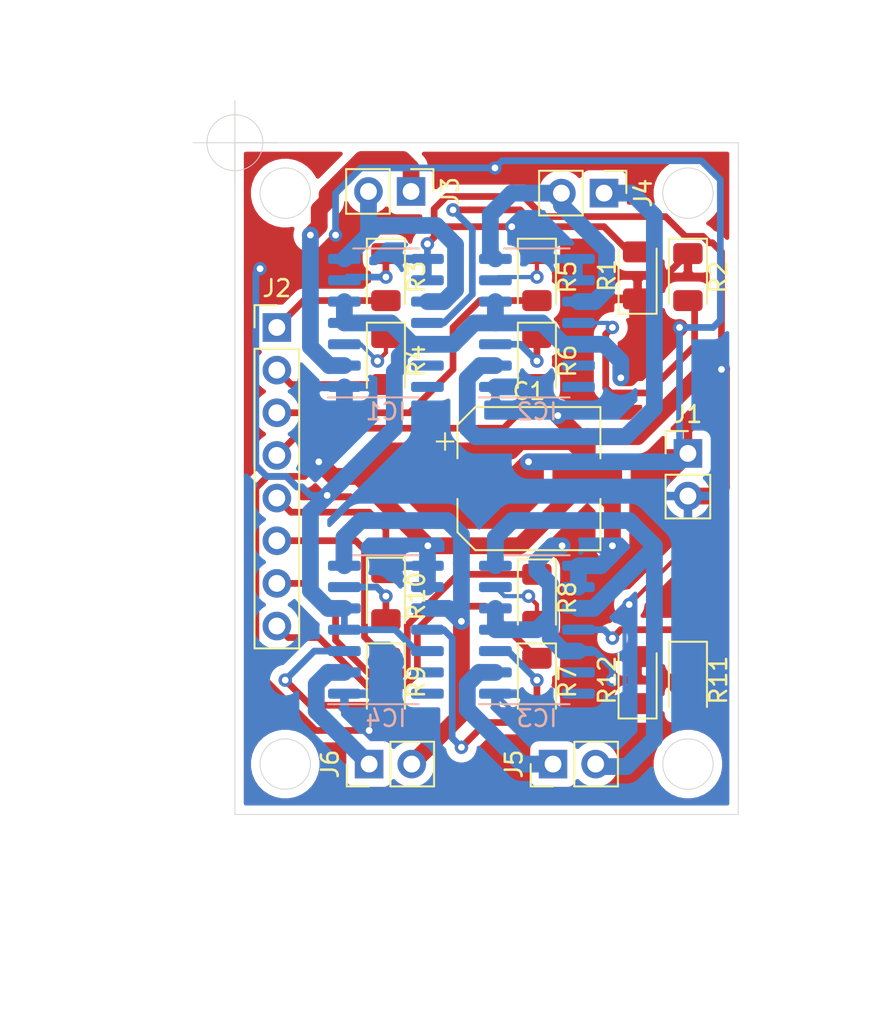
<source format=kicad_pcb>
(kicad_pcb (version 20171130) (host pcbnew "(5.1.6)-1")

  (general
    (thickness 1.6)
    (drawings 9)
    (tracks 392)
    (zones 0)
    (modules 23)
    (nets 39)
  )

  (page A4)
  (layers
    (0 F.Cu signal)
    (31 B.Cu signal)
    (32 B.Adhes user)
    (33 F.Adhes user)
    (34 B.Paste user)
    (35 F.Paste user)
    (36 B.SilkS user)
    (37 F.SilkS user)
    (38 B.Mask user)
    (39 F.Mask user)
    (40 Dwgs.User user)
    (41 Cmts.User user)
    (42 Eco1.User user)
    (43 Eco2.User user)
    (44 Edge.Cuts user)
    (45 Margin user)
    (46 B.CrtYd user)
    (47 F.CrtYd user)
    (48 B.Fab user)
    (49 F.Fab user)
  )

  (setup
    (last_trace_width 0.4)
    (user_trace_width 0.4)
    (user_trace_width 1)
    (trace_clearance 0.2)
    (zone_clearance 0.508)
    (zone_45_only no)
    (trace_min 0.2)
    (via_size 0.8)
    (via_drill 0.4)
    (via_min_size 0.4)
    (via_min_drill 0.3)
    (uvia_size 0.3)
    (uvia_drill 0.1)
    (uvias_allowed no)
    (uvia_min_size 0.2)
    (uvia_min_drill 0.1)
    (edge_width 0.05)
    (segment_width 0.2)
    (pcb_text_width 0.3)
    (pcb_text_size 1.5 1.5)
    (mod_edge_width 0.12)
    (mod_text_size 1 1)
    (mod_text_width 0.15)
    (pad_size 1.524 1.524)
    (pad_drill 0.762)
    (pad_to_mask_clearance 0.05)
    (aux_axis_origin 0 0)
    (grid_origin 100 100)
    (visible_elements FFFFFF7F)
    (pcbplotparams
      (layerselection 0x010fc_ffffffff)
      (usegerberextensions false)
      (usegerberattributes true)
      (usegerberadvancedattributes true)
      (creategerberjobfile true)
      (excludeedgelayer true)
      (linewidth 0.100000)
      (plotframeref false)
      (viasonmask false)
      (mode 1)
      (useauxorigin false)
      (hpglpennumber 1)
      (hpglpenspeed 20)
      (hpglpendiameter 15.000000)
      (psnegative false)
      (psa4output false)
      (plotreference true)
      (plotvalue true)
      (plotinvisibletext false)
      (padsonsilk false)
      (subtractmaskfromsilk false)
      (outputformat 1)
      (mirror false)
      (drillshape 1)
      (scaleselection 1)
      (outputdirectory ""))
  )

  (net 0 "")
  (net 1 GND)
  (net 2 +12V)
  (net 3 "Net-(J2-Pad8)")
  (net 4 "Net-(J2-Pad7)")
  (net 5 "Net-(J2-Pad6)")
  (net 6 "Net-(J2-Pad5)")
  (net 7 "Net-(J2-Pad4)")
  (net 8 "Net-(J2-Pad3)")
  (net 9 "Net-(J2-Pad2)")
  (net 10 "Net-(J2-Pad1)")
  (net 11 "Net-(IC1-Pad10)")
  (net 12 "Net-(IC1-Pad15)")
  (net 13 "Net-(IC2-Pad10)")
  (net 14 "Net-(IC2-Pad15)")
  (net 15 "Net-(IC3-Pad10)")
  (net 16 "Net-(IC3-Pad15)")
  (net 17 "Net-(IC4-Pad10)")
  (net 18 "Net-(IC4-Pad15)")
  (net 19 "Net-(IC1-Pad11)")
  (net 20 "Net-(IC2-Pad11)")
  (net 21 "Net-(IC1-Pad6)")
  (net 22 "Net-(IC1-Pad3)")
  (net 23 "Net-(IC2-Pad6)")
  (net 24 "Net-(IC2-Pad3)")
  (net 25 "Net-(IC3-Pad3)")
  (net 26 "Net-(IC3-Pad6)")
  (net 27 "Net-(IC4-Pad3)")
  (net 28 "Net-(IC4-Pad6)")
  (net 29 "Net-(IC3-Pad11)")
  (net 30 "Net-(IC4-Pad11)")
  (net 31 "Net-(IC1-Pad14)")
  (net 32 "Net-(IC1-Pad13)")
  (net 33 "Net-(IC2-Pad14)")
  (net 34 "Net-(IC2-Pad13)")
  (net 35 "Net-(IC3-Pad14)")
  (net 36 "Net-(IC3-Pad13)")
  (net 37 "Net-(IC4-Pad14)")
  (net 38 "Net-(IC4-Pad13)")

  (net_class Default "This is the default net class."
    (clearance 0.2)
    (trace_width 0.25)
    (via_dia 0.8)
    (via_drill 0.4)
    (uvia_dia 0.3)
    (uvia_drill 0.1)
    (add_net +12V)
    (add_net GND)
    (add_net "Net-(IC1-Pad10)")
    (add_net "Net-(IC1-Pad11)")
    (add_net "Net-(IC1-Pad13)")
    (add_net "Net-(IC1-Pad14)")
    (add_net "Net-(IC1-Pad15)")
    (add_net "Net-(IC1-Pad3)")
    (add_net "Net-(IC1-Pad6)")
    (add_net "Net-(IC2-Pad10)")
    (add_net "Net-(IC2-Pad11)")
    (add_net "Net-(IC2-Pad13)")
    (add_net "Net-(IC2-Pad14)")
    (add_net "Net-(IC2-Pad15)")
    (add_net "Net-(IC2-Pad3)")
    (add_net "Net-(IC2-Pad6)")
    (add_net "Net-(IC3-Pad10)")
    (add_net "Net-(IC3-Pad11)")
    (add_net "Net-(IC3-Pad13)")
    (add_net "Net-(IC3-Pad14)")
    (add_net "Net-(IC3-Pad15)")
    (add_net "Net-(IC3-Pad3)")
    (add_net "Net-(IC3-Pad6)")
    (add_net "Net-(IC4-Pad10)")
    (add_net "Net-(IC4-Pad11)")
    (add_net "Net-(IC4-Pad13)")
    (add_net "Net-(IC4-Pad14)")
    (add_net "Net-(IC4-Pad15)")
    (add_net "Net-(IC4-Pad3)")
    (add_net "Net-(IC4-Pad6)")
    (add_net "Net-(J2-Pad1)")
    (add_net "Net-(J2-Pad2)")
    (add_net "Net-(J2-Pad3)")
    (add_net "Net-(J2-Pad4)")
    (add_net "Net-(J2-Pad5)")
    (add_net "Net-(J2-Pad6)")
    (add_net "Net-(J2-Pad7)")
    (add_net "Net-(J2-Pad8)")
  )

  (module Diode_SMD:D_1206_3216Metric (layer F.Cu) (tedit 5B301BBE) (tstamp 5F7B500E)
    (at 124 132 90)
    (descr "Diode SMD 1206 (3216 Metric), square (rectangular) end terminal, IPC_7351 nominal, (Body size source: http://www.tortai-tech.com/upload/download/2011102023233369053.pdf), generated with kicad-footprint-generator")
    (tags diode)
    (path /5F84448C)
    (attr smd)
    (fp_text reference R12 (at 0 -1.82 90) (layer F.SilkS)
      (effects (font (size 1 1) (thickness 0.15)))
    )
    (fp_text value R_US (at 0 1.82 90) (layer F.Fab)
      (effects (font (size 1 1) (thickness 0.15)))
    )
    (fp_text user %R (at 0 0 90) (layer F.Fab)
      (effects (font (size 0.8 0.8) (thickness 0.12)))
    )
    (fp_line (start 1.6 -0.8) (end -1.2 -0.8) (layer F.Fab) (width 0.1))
    (fp_line (start -1.2 -0.8) (end -1.6 -0.4) (layer F.Fab) (width 0.1))
    (fp_line (start -1.6 -0.4) (end -1.6 0.8) (layer F.Fab) (width 0.1))
    (fp_line (start -1.6 0.8) (end 1.6 0.8) (layer F.Fab) (width 0.1))
    (fp_line (start 1.6 0.8) (end 1.6 -0.8) (layer F.Fab) (width 0.1))
    (fp_line (start 1.6 -1.135) (end -2.285 -1.135) (layer F.SilkS) (width 0.12))
    (fp_line (start -2.285 -1.135) (end -2.285 1.135) (layer F.SilkS) (width 0.12))
    (fp_line (start -2.285 1.135) (end 1.6 1.135) (layer F.SilkS) (width 0.12))
    (fp_line (start -2.28 1.12) (end -2.28 -1.12) (layer F.CrtYd) (width 0.05))
    (fp_line (start -2.28 -1.12) (end 2.28 -1.12) (layer F.CrtYd) (width 0.05))
    (fp_line (start 2.28 -1.12) (end 2.28 1.12) (layer F.CrtYd) (width 0.05))
    (fp_line (start 2.28 1.12) (end -2.28 1.12) (layer F.CrtYd) (width 0.05))
    (pad 2 smd roundrect (at 1.4 0 90) (size 1.25 1.75) (layers F.Cu F.Paste F.Mask) (roundrect_rratio 0.2)
      (net 2 +12V))
    (pad 1 smd roundrect (at -1.4 0 90) (size 1.25 1.75) (layers F.Cu F.Paste F.Mask) (roundrect_rratio 0.2)
      (net 30 "Net-(IC4-Pad11)"))
    (model ${KISYS3DMOD}/Diode_SMD.3dshapes/D_1206_3216Metric.wrl
      (at (xyz 0 0 0))
      (scale (xyz 1 1 1))
      (rotate (xyz 0 0 0))
    )
  )

  (module Diode_SMD:D_1206_3216Metric (layer F.Cu) (tedit 5B301BBE) (tstamp 5F7B4FFB)
    (at 127 132 270)
    (descr "Diode SMD 1206 (3216 Metric), square (rectangular) end terminal, IPC_7351 nominal, (Body size source: http://www.tortai-tech.com/upload/download/2011102023233369053.pdf), generated with kicad-footprint-generator")
    (tags diode)
    (path /5F840CE3)
    (attr smd)
    (fp_text reference R11 (at 0 -1.82 90) (layer F.SilkS)
      (effects (font (size 1 1) (thickness 0.15)))
    )
    (fp_text value R_US (at 0 1.82 90) (layer F.Fab)
      (effects (font (size 1 1) (thickness 0.15)))
    )
    (fp_text user %R (at 0 0 90) (layer F.Fab)
      (effects (font (size 0.8 0.8) (thickness 0.12)))
    )
    (fp_line (start 1.6 -0.8) (end -1.2 -0.8) (layer F.Fab) (width 0.1))
    (fp_line (start -1.2 -0.8) (end -1.6 -0.4) (layer F.Fab) (width 0.1))
    (fp_line (start -1.6 -0.4) (end -1.6 0.8) (layer F.Fab) (width 0.1))
    (fp_line (start -1.6 0.8) (end 1.6 0.8) (layer F.Fab) (width 0.1))
    (fp_line (start 1.6 0.8) (end 1.6 -0.8) (layer F.Fab) (width 0.1))
    (fp_line (start 1.6 -1.135) (end -2.285 -1.135) (layer F.SilkS) (width 0.12))
    (fp_line (start -2.285 -1.135) (end -2.285 1.135) (layer F.SilkS) (width 0.12))
    (fp_line (start -2.285 1.135) (end 1.6 1.135) (layer F.SilkS) (width 0.12))
    (fp_line (start -2.28 1.12) (end -2.28 -1.12) (layer F.CrtYd) (width 0.05))
    (fp_line (start -2.28 -1.12) (end 2.28 -1.12) (layer F.CrtYd) (width 0.05))
    (fp_line (start 2.28 -1.12) (end 2.28 1.12) (layer F.CrtYd) (width 0.05))
    (fp_line (start 2.28 1.12) (end -2.28 1.12) (layer F.CrtYd) (width 0.05))
    (pad 2 smd roundrect (at 1.4 0 270) (size 1.25 1.75) (layers F.Cu F.Paste F.Mask) (roundrect_rratio 0.2)
      (net 2 +12V))
    (pad 1 smd roundrect (at -1.4 0 270) (size 1.25 1.75) (layers F.Cu F.Paste F.Mask) (roundrect_rratio 0.2)
      (net 29 "Net-(IC3-Pad11)"))
    (model ${KISYS3DMOD}/Diode_SMD.3dshapes/D_1206_3216Metric.wrl
      (at (xyz 0 0 0))
      (scale (xyz 1 1 1))
      (rotate (xyz 0 0 0))
    )
  )

  (module Diode_SMD:D_1206_3216Metric (layer F.Cu) (tedit 5B301BBE) (tstamp 5F7B4FE8)
    (at 109 127 270)
    (descr "Diode SMD 1206 (3216 Metric), square (rectangular) end terminal, IPC_7351 nominal, (Body size source: http://www.tortai-tech.com/upload/download/2011102023233369053.pdf), generated with kicad-footprint-generator")
    (tags diode)
    (path /5F7BD4FD)
    (attr smd)
    (fp_text reference R10 (at 0 -1.82 90) (layer F.SilkS)
      (effects (font (size 1 1) (thickness 0.15)))
    )
    (fp_text value R_US (at 0 1.82 90) (layer F.Fab)
      (effects (font (size 1 1) (thickness 0.15)))
    )
    (fp_text user %R (at 0 0 90) (layer F.Fab)
      (effects (font (size 0.8 0.8) (thickness 0.12)))
    )
    (fp_line (start 1.6 -0.8) (end -1.2 -0.8) (layer F.Fab) (width 0.1))
    (fp_line (start -1.2 -0.8) (end -1.6 -0.4) (layer F.Fab) (width 0.1))
    (fp_line (start -1.6 -0.4) (end -1.6 0.8) (layer F.Fab) (width 0.1))
    (fp_line (start -1.6 0.8) (end 1.6 0.8) (layer F.Fab) (width 0.1))
    (fp_line (start 1.6 0.8) (end 1.6 -0.8) (layer F.Fab) (width 0.1))
    (fp_line (start 1.6 -1.135) (end -2.285 -1.135) (layer F.SilkS) (width 0.12))
    (fp_line (start -2.285 -1.135) (end -2.285 1.135) (layer F.SilkS) (width 0.12))
    (fp_line (start -2.285 1.135) (end 1.6 1.135) (layer F.SilkS) (width 0.12))
    (fp_line (start -2.28 1.12) (end -2.28 -1.12) (layer F.CrtYd) (width 0.05))
    (fp_line (start -2.28 -1.12) (end 2.28 -1.12) (layer F.CrtYd) (width 0.05))
    (fp_line (start 2.28 -1.12) (end 2.28 1.12) (layer F.CrtYd) (width 0.05))
    (fp_line (start 2.28 1.12) (end -2.28 1.12) (layer F.CrtYd) (width 0.05))
    (pad 2 smd roundrect (at 1.4 0 270) (size 1.25 1.75) (layers F.Cu F.Paste F.Mask) (roundrect_rratio 0.2)
      (net 28 "Net-(IC4-Pad6)"))
    (pad 1 smd roundrect (at -1.4 0 270) (size 1.25 1.75) (layers F.Cu F.Paste F.Mask) (roundrect_rratio 0.2)
      (net 6 "Net-(J2-Pad5)"))
    (model ${KISYS3DMOD}/Diode_SMD.3dshapes/D_1206_3216Metric.wrl
      (at (xyz 0 0 0))
      (scale (xyz 1 1 1))
      (rotate (xyz 0 0 0))
    )
  )

  (module Diode_SMD:D_1206_3216Metric (layer F.Cu) (tedit 5B301BBE) (tstamp 5F7B4FD5)
    (at 109 132.1 270)
    (descr "Diode SMD 1206 (3216 Metric), square (rectangular) end terminal, IPC_7351 nominal, (Body size source: http://www.tortai-tech.com/upload/download/2011102023233369053.pdf), generated with kicad-footprint-generator")
    (tags diode)
    (path /5F7BD4F7)
    (attr smd)
    (fp_text reference R9 (at 0 -1.82 90) (layer F.SilkS)
      (effects (font (size 1 1) (thickness 0.15)))
    )
    (fp_text value R_US (at 0 1.82 90) (layer F.Fab)
      (effects (font (size 1 1) (thickness 0.15)))
    )
    (fp_text user %R (at 0 0 90) (layer F.Fab)
      (effects (font (size 0.8 0.8) (thickness 0.12)))
    )
    (fp_line (start 1.6 -0.8) (end -1.2 -0.8) (layer F.Fab) (width 0.1))
    (fp_line (start -1.2 -0.8) (end -1.6 -0.4) (layer F.Fab) (width 0.1))
    (fp_line (start -1.6 -0.4) (end -1.6 0.8) (layer F.Fab) (width 0.1))
    (fp_line (start -1.6 0.8) (end 1.6 0.8) (layer F.Fab) (width 0.1))
    (fp_line (start 1.6 0.8) (end 1.6 -0.8) (layer F.Fab) (width 0.1))
    (fp_line (start 1.6 -1.135) (end -2.285 -1.135) (layer F.SilkS) (width 0.12))
    (fp_line (start -2.285 -1.135) (end -2.285 1.135) (layer F.SilkS) (width 0.12))
    (fp_line (start -2.285 1.135) (end 1.6 1.135) (layer F.SilkS) (width 0.12))
    (fp_line (start -2.28 1.12) (end -2.28 -1.12) (layer F.CrtYd) (width 0.05))
    (fp_line (start -2.28 -1.12) (end 2.28 -1.12) (layer F.CrtYd) (width 0.05))
    (fp_line (start 2.28 -1.12) (end 2.28 1.12) (layer F.CrtYd) (width 0.05))
    (fp_line (start 2.28 1.12) (end -2.28 1.12) (layer F.CrtYd) (width 0.05))
    (pad 2 smd roundrect (at 1.4 0 270) (size 1.25 1.75) (layers F.Cu F.Paste F.Mask) (roundrect_rratio 0.2)
      (net 27 "Net-(IC4-Pad3)"))
    (pad 1 smd roundrect (at -1.4 0 270) (size 1.25 1.75) (layers F.Cu F.Paste F.Mask) (roundrect_rratio 0.2)
      (net 5 "Net-(J2-Pad6)"))
    (model ${KISYS3DMOD}/Diode_SMD.3dshapes/D_1206_3216Metric.wrl
      (at (xyz 0 0 0))
      (scale (xyz 1 1 1))
      (rotate (xyz 0 0 0))
    )
  )

  (module Diode_SMD:D_1206_3216Metric (layer F.Cu) (tedit 5B301BBE) (tstamp 5F7B4FC2)
    (at 118 127.1 270)
    (descr "Diode SMD 1206 (3216 Metric), square (rectangular) end terminal, IPC_7351 nominal, (Body size source: http://www.tortai-tech.com/upload/download/2011102023233369053.pdf), generated with kicad-footprint-generator")
    (tags diode)
    (path /5F7BCDC0)
    (attr smd)
    (fp_text reference R8 (at 0 -1.82 90) (layer F.SilkS)
      (effects (font (size 1 1) (thickness 0.15)))
    )
    (fp_text value R_US (at 0 1.82 90) (layer F.Fab)
      (effects (font (size 1 1) (thickness 0.15)))
    )
    (fp_text user %R (at 0 0 90) (layer F.Fab)
      (effects (font (size 0.8 0.8) (thickness 0.12)))
    )
    (fp_line (start 1.6 -0.8) (end -1.2 -0.8) (layer F.Fab) (width 0.1))
    (fp_line (start -1.2 -0.8) (end -1.6 -0.4) (layer F.Fab) (width 0.1))
    (fp_line (start -1.6 -0.4) (end -1.6 0.8) (layer F.Fab) (width 0.1))
    (fp_line (start -1.6 0.8) (end 1.6 0.8) (layer F.Fab) (width 0.1))
    (fp_line (start 1.6 0.8) (end 1.6 -0.8) (layer F.Fab) (width 0.1))
    (fp_line (start 1.6 -1.135) (end -2.285 -1.135) (layer F.SilkS) (width 0.12))
    (fp_line (start -2.285 -1.135) (end -2.285 1.135) (layer F.SilkS) (width 0.12))
    (fp_line (start -2.285 1.135) (end 1.6 1.135) (layer F.SilkS) (width 0.12))
    (fp_line (start -2.28 1.12) (end -2.28 -1.12) (layer F.CrtYd) (width 0.05))
    (fp_line (start -2.28 -1.12) (end 2.28 -1.12) (layer F.CrtYd) (width 0.05))
    (fp_line (start 2.28 -1.12) (end 2.28 1.12) (layer F.CrtYd) (width 0.05))
    (fp_line (start 2.28 1.12) (end -2.28 1.12) (layer F.CrtYd) (width 0.05))
    (pad 2 smd roundrect (at 1.4 0 270) (size 1.25 1.75) (layers F.Cu F.Paste F.Mask) (roundrect_rratio 0.2)
      (net 26 "Net-(IC3-Pad6)"))
    (pad 1 smd roundrect (at -1.4 0 270) (size 1.25 1.75) (layers F.Cu F.Paste F.Mask) (roundrect_rratio 0.2)
      (net 4 "Net-(J2-Pad7)"))
    (model ${KISYS3DMOD}/Diode_SMD.3dshapes/D_1206_3216Metric.wrl
      (at (xyz 0 0 0))
      (scale (xyz 1 1 1))
      (rotate (xyz 0 0 0))
    )
  )

  (module Diode_SMD:D_1206_3216Metric (layer F.Cu) (tedit 5B301BBE) (tstamp 5F7B4FAF)
    (at 118 132.1 270)
    (descr "Diode SMD 1206 (3216 Metric), square (rectangular) end terminal, IPC_7351 nominal, (Body size source: http://www.tortai-tech.com/upload/download/2011102023233369053.pdf), generated with kicad-footprint-generator")
    (tags diode)
    (path /5F7BCDBA)
    (attr smd)
    (fp_text reference R7 (at 0 -1.82 90) (layer F.SilkS)
      (effects (font (size 1 1) (thickness 0.15)))
    )
    (fp_text value R_US (at 0 1.82 90) (layer F.Fab)
      (effects (font (size 1 1) (thickness 0.15)))
    )
    (fp_text user %R (at 0 0 90) (layer F.Fab)
      (effects (font (size 0.8 0.8) (thickness 0.12)))
    )
    (fp_line (start 1.6 -0.8) (end -1.2 -0.8) (layer F.Fab) (width 0.1))
    (fp_line (start -1.2 -0.8) (end -1.6 -0.4) (layer F.Fab) (width 0.1))
    (fp_line (start -1.6 -0.4) (end -1.6 0.8) (layer F.Fab) (width 0.1))
    (fp_line (start -1.6 0.8) (end 1.6 0.8) (layer F.Fab) (width 0.1))
    (fp_line (start 1.6 0.8) (end 1.6 -0.8) (layer F.Fab) (width 0.1))
    (fp_line (start 1.6 -1.135) (end -2.285 -1.135) (layer F.SilkS) (width 0.12))
    (fp_line (start -2.285 -1.135) (end -2.285 1.135) (layer F.SilkS) (width 0.12))
    (fp_line (start -2.285 1.135) (end 1.6 1.135) (layer F.SilkS) (width 0.12))
    (fp_line (start -2.28 1.12) (end -2.28 -1.12) (layer F.CrtYd) (width 0.05))
    (fp_line (start -2.28 -1.12) (end 2.28 -1.12) (layer F.CrtYd) (width 0.05))
    (fp_line (start 2.28 -1.12) (end 2.28 1.12) (layer F.CrtYd) (width 0.05))
    (fp_line (start 2.28 1.12) (end -2.28 1.12) (layer F.CrtYd) (width 0.05))
    (pad 2 smd roundrect (at 1.4 0 270) (size 1.25 1.75) (layers F.Cu F.Paste F.Mask) (roundrect_rratio 0.2)
      (net 25 "Net-(IC3-Pad3)"))
    (pad 1 smd roundrect (at -1.4 0 270) (size 1.25 1.75) (layers F.Cu F.Paste F.Mask) (roundrect_rratio 0.2)
      (net 3 "Net-(J2-Pad8)"))
    (model ${KISYS3DMOD}/Diode_SMD.3dshapes/D_1206_3216Metric.wrl
      (at (xyz 0 0 0))
      (scale (xyz 1 1 1))
      (rotate (xyz 0 0 0))
    )
  )

  (module Diode_SMD:D_1206_3216Metric (layer F.Cu) (tedit 5B301BBE) (tstamp 5F7B4F9C)
    (at 118 113 270)
    (descr "Diode SMD 1206 (3216 Metric), square (rectangular) end terminal, IPC_7351 nominal, (Body size source: http://www.tortai-tech.com/upload/download/2011102023233369053.pdf), generated with kicad-footprint-generator")
    (tags diode)
    (path /5F7BBF4D)
    (attr smd)
    (fp_text reference R6 (at 0 -1.82 90) (layer F.SilkS)
      (effects (font (size 1 1) (thickness 0.15)))
    )
    (fp_text value R_US (at 0 1.82 90) (layer F.Fab)
      (effects (font (size 1 1) (thickness 0.15)))
    )
    (fp_text user %R (at 0 0 90) (layer F.Fab)
      (effects (font (size 0.8 0.8) (thickness 0.12)))
    )
    (fp_line (start 1.6 -0.8) (end -1.2 -0.8) (layer F.Fab) (width 0.1))
    (fp_line (start -1.2 -0.8) (end -1.6 -0.4) (layer F.Fab) (width 0.1))
    (fp_line (start -1.6 -0.4) (end -1.6 0.8) (layer F.Fab) (width 0.1))
    (fp_line (start -1.6 0.8) (end 1.6 0.8) (layer F.Fab) (width 0.1))
    (fp_line (start 1.6 0.8) (end 1.6 -0.8) (layer F.Fab) (width 0.1))
    (fp_line (start 1.6 -1.135) (end -2.285 -1.135) (layer F.SilkS) (width 0.12))
    (fp_line (start -2.285 -1.135) (end -2.285 1.135) (layer F.SilkS) (width 0.12))
    (fp_line (start -2.285 1.135) (end 1.6 1.135) (layer F.SilkS) (width 0.12))
    (fp_line (start -2.28 1.12) (end -2.28 -1.12) (layer F.CrtYd) (width 0.05))
    (fp_line (start -2.28 -1.12) (end 2.28 -1.12) (layer F.CrtYd) (width 0.05))
    (fp_line (start 2.28 -1.12) (end 2.28 1.12) (layer F.CrtYd) (width 0.05))
    (fp_line (start 2.28 1.12) (end -2.28 1.12) (layer F.CrtYd) (width 0.05))
    (pad 2 smd roundrect (at 1.4 0 270) (size 1.25 1.75) (layers F.Cu F.Paste F.Mask) (roundrect_rratio 0.2)
      (net 7 "Net-(J2-Pad4)"))
    (pad 1 smd roundrect (at -1.4 0 270) (size 1.25 1.75) (layers F.Cu F.Paste F.Mask) (roundrect_rratio 0.2)
      (net 24 "Net-(IC2-Pad3)"))
    (model ${KISYS3DMOD}/Diode_SMD.3dshapes/D_1206_3216Metric.wrl
      (at (xyz 0 0 0))
      (scale (xyz 1 1 1))
      (rotate (xyz 0 0 0))
    )
  )

  (module Diode_SMD:D_1206_3216Metric (layer F.Cu) (tedit 5B301BBE) (tstamp 5F7B4F89)
    (at 118 108 270)
    (descr "Diode SMD 1206 (3216 Metric), square (rectangular) end terminal, IPC_7351 nominal, (Body size source: http://www.tortai-tech.com/upload/download/2011102023233369053.pdf), generated with kicad-footprint-generator")
    (tags diode)
    (path /5F7BBF47)
    (attr smd)
    (fp_text reference R5 (at 0 -1.82 90) (layer F.SilkS)
      (effects (font (size 1 1) (thickness 0.15)))
    )
    (fp_text value R_US (at 0 1.82 90) (layer F.Fab)
      (effects (font (size 1 1) (thickness 0.15)))
    )
    (fp_text user %R (at 0 0 90) (layer F.Fab)
      (effects (font (size 0.8 0.8) (thickness 0.12)))
    )
    (fp_line (start 1.6 -0.8) (end -1.2 -0.8) (layer F.Fab) (width 0.1))
    (fp_line (start -1.2 -0.8) (end -1.6 -0.4) (layer F.Fab) (width 0.1))
    (fp_line (start -1.6 -0.4) (end -1.6 0.8) (layer F.Fab) (width 0.1))
    (fp_line (start -1.6 0.8) (end 1.6 0.8) (layer F.Fab) (width 0.1))
    (fp_line (start 1.6 0.8) (end 1.6 -0.8) (layer F.Fab) (width 0.1))
    (fp_line (start 1.6 -1.135) (end -2.285 -1.135) (layer F.SilkS) (width 0.12))
    (fp_line (start -2.285 -1.135) (end -2.285 1.135) (layer F.SilkS) (width 0.12))
    (fp_line (start -2.285 1.135) (end 1.6 1.135) (layer F.SilkS) (width 0.12))
    (fp_line (start -2.28 1.12) (end -2.28 -1.12) (layer F.CrtYd) (width 0.05))
    (fp_line (start -2.28 -1.12) (end 2.28 -1.12) (layer F.CrtYd) (width 0.05))
    (fp_line (start 2.28 -1.12) (end 2.28 1.12) (layer F.CrtYd) (width 0.05))
    (fp_line (start 2.28 1.12) (end -2.28 1.12) (layer F.CrtYd) (width 0.05))
    (pad 2 smd roundrect (at 1.4 0 270) (size 1.25 1.75) (layers F.Cu F.Paste F.Mask) (roundrect_rratio 0.2)
      (net 8 "Net-(J2-Pad3)"))
    (pad 1 smd roundrect (at -1.4 0 270) (size 1.25 1.75) (layers F.Cu F.Paste F.Mask) (roundrect_rratio 0.2)
      (net 23 "Net-(IC2-Pad6)"))
    (model ${KISYS3DMOD}/Diode_SMD.3dshapes/D_1206_3216Metric.wrl
      (at (xyz 0 0 0))
      (scale (xyz 1 1 1))
      (rotate (xyz 0 0 0))
    )
  )

  (module Diode_SMD:D_1206_3216Metric (layer F.Cu) (tedit 5B301BBE) (tstamp 5F7B4F76)
    (at 109 113 270)
    (descr "Diode SMD 1206 (3216 Metric), square (rectangular) end terminal, IPC_7351 nominal, (Body size source: http://www.tortai-tech.com/upload/download/2011102023233369053.pdf), generated with kicad-footprint-generator")
    (tags diode)
    (path /5F7BAC82)
    (attr smd)
    (fp_text reference R4 (at 0 -1.82 90) (layer F.SilkS)
      (effects (font (size 1 1) (thickness 0.15)))
    )
    (fp_text value R_US (at 0 1.82 90) (layer F.Fab)
      (effects (font (size 1 1) (thickness 0.15)))
    )
    (fp_text user %R (at 0 0 90) (layer F.Fab)
      (effects (font (size 0.8 0.8) (thickness 0.12)))
    )
    (fp_line (start 1.6 -0.8) (end -1.2 -0.8) (layer F.Fab) (width 0.1))
    (fp_line (start -1.2 -0.8) (end -1.6 -0.4) (layer F.Fab) (width 0.1))
    (fp_line (start -1.6 -0.4) (end -1.6 0.8) (layer F.Fab) (width 0.1))
    (fp_line (start -1.6 0.8) (end 1.6 0.8) (layer F.Fab) (width 0.1))
    (fp_line (start 1.6 0.8) (end 1.6 -0.8) (layer F.Fab) (width 0.1))
    (fp_line (start 1.6 -1.135) (end -2.285 -1.135) (layer F.SilkS) (width 0.12))
    (fp_line (start -2.285 -1.135) (end -2.285 1.135) (layer F.SilkS) (width 0.12))
    (fp_line (start -2.285 1.135) (end 1.6 1.135) (layer F.SilkS) (width 0.12))
    (fp_line (start -2.28 1.12) (end -2.28 -1.12) (layer F.CrtYd) (width 0.05))
    (fp_line (start -2.28 -1.12) (end 2.28 -1.12) (layer F.CrtYd) (width 0.05))
    (fp_line (start 2.28 -1.12) (end 2.28 1.12) (layer F.CrtYd) (width 0.05))
    (fp_line (start 2.28 1.12) (end -2.28 1.12) (layer F.CrtYd) (width 0.05))
    (pad 2 smd roundrect (at 1.4 0 270) (size 1.25 1.75) (layers F.Cu F.Paste F.Mask) (roundrect_rratio 0.2)
      (net 9 "Net-(J2-Pad2)"))
    (pad 1 smd roundrect (at -1.4 0 270) (size 1.25 1.75) (layers F.Cu F.Paste F.Mask) (roundrect_rratio 0.2)
      (net 22 "Net-(IC1-Pad3)"))
    (model ${KISYS3DMOD}/Diode_SMD.3dshapes/D_1206_3216Metric.wrl
      (at (xyz 0 0 0))
      (scale (xyz 1 1 1))
      (rotate (xyz 0 0 0))
    )
  )

  (module Diode_SMD:D_1206_3216Metric (layer F.Cu) (tedit 5B301BBE) (tstamp 5F7B4F63)
    (at 109 108 270)
    (descr "Diode SMD 1206 (3216 Metric), square (rectangular) end terminal, IPC_7351 nominal, (Body size source: http://www.tortai-tech.com/upload/download/2011102023233369053.pdf), generated with kicad-footprint-generator")
    (tags diode)
    (path /5F7C57F3)
    (attr smd)
    (fp_text reference R3 (at 0 -1.82 90) (layer F.SilkS)
      (effects (font (size 1 1) (thickness 0.15)))
    )
    (fp_text value R_US (at 0 1.82 90) (layer F.Fab)
      (effects (font (size 1 1) (thickness 0.15)))
    )
    (fp_text user %R (at 0 0 90) (layer F.Fab)
      (effects (font (size 0.8 0.8) (thickness 0.12)))
    )
    (fp_line (start 1.6 -0.8) (end -1.2 -0.8) (layer F.Fab) (width 0.1))
    (fp_line (start -1.2 -0.8) (end -1.6 -0.4) (layer F.Fab) (width 0.1))
    (fp_line (start -1.6 -0.4) (end -1.6 0.8) (layer F.Fab) (width 0.1))
    (fp_line (start -1.6 0.8) (end 1.6 0.8) (layer F.Fab) (width 0.1))
    (fp_line (start 1.6 0.8) (end 1.6 -0.8) (layer F.Fab) (width 0.1))
    (fp_line (start 1.6 -1.135) (end -2.285 -1.135) (layer F.SilkS) (width 0.12))
    (fp_line (start -2.285 -1.135) (end -2.285 1.135) (layer F.SilkS) (width 0.12))
    (fp_line (start -2.285 1.135) (end 1.6 1.135) (layer F.SilkS) (width 0.12))
    (fp_line (start -2.28 1.12) (end -2.28 -1.12) (layer F.CrtYd) (width 0.05))
    (fp_line (start -2.28 -1.12) (end 2.28 -1.12) (layer F.CrtYd) (width 0.05))
    (fp_line (start 2.28 -1.12) (end 2.28 1.12) (layer F.CrtYd) (width 0.05))
    (fp_line (start 2.28 1.12) (end -2.28 1.12) (layer F.CrtYd) (width 0.05))
    (pad 2 smd roundrect (at 1.4 0 270) (size 1.25 1.75) (layers F.Cu F.Paste F.Mask) (roundrect_rratio 0.2)
      (net 10 "Net-(J2-Pad1)"))
    (pad 1 smd roundrect (at -1.4 0 270) (size 1.25 1.75) (layers F.Cu F.Paste F.Mask) (roundrect_rratio 0.2)
      (net 21 "Net-(IC1-Pad6)"))
    (model ${KISYS3DMOD}/Diode_SMD.3dshapes/D_1206_3216Metric.wrl
      (at (xyz 0 0 0))
      (scale (xyz 1 1 1))
      (rotate (xyz 0 0 0))
    )
  )

  (module Diode_SMD:D_1206_3216Metric (layer F.Cu) (tedit 5B301BBE) (tstamp 5F7B4F50)
    (at 127 108 270)
    (descr "Diode SMD 1206 (3216 Metric), square (rectangular) end terminal, IPC_7351 nominal, (Body size source: http://www.tortai-tech.com/upload/download/2011102023233369053.pdf), generated with kicad-footprint-generator")
    (tags diode)
    (path /5F83C7D8)
    (attr smd)
    (fp_text reference R2 (at 0 -1.82 90) (layer F.SilkS)
      (effects (font (size 1 1) (thickness 0.15)))
    )
    (fp_text value R_US (at 0 1.82 90) (layer F.Fab)
      (effects (font (size 1 1) (thickness 0.15)))
    )
    (fp_text user %R (at 0 0 90) (layer F.Fab)
      (effects (font (size 0.8 0.8) (thickness 0.12)))
    )
    (fp_line (start 1.6 -0.8) (end -1.2 -0.8) (layer F.Fab) (width 0.1))
    (fp_line (start -1.2 -0.8) (end -1.6 -0.4) (layer F.Fab) (width 0.1))
    (fp_line (start -1.6 -0.4) (end -1.6 0.8) (layer F.Fab) (width 0.1))
    (fp_line (start -1.6 0.8) (end 1.6 0.8) (layer F.Fab) (width 0.1))
    (fp_line (start 1.6 0.8) (end 1.6 -0.8) (layer F.Fab) (width 0.1))
    (fp_line (start 1.6 -1.135) (end -2.285 -1.135) (layer F.SilkS) (width 0.12))
    (fp_line (start -2.285 -1.135) (end -2.285 1.135) (layer F.SilkS) (width 0.12))
    (fp_line (start -2.285 1.135) (end 1.6 1.135) (layer F.SilkS) (width 0.12))
    (fp_line (start -2.28 1.12) (end -2.28 -1.12) (layer F.CrtYd) (width 0.05))
    (fp_line (start -2.28 -1.12) (end 2.28 -1.12) (layer F.CrtYd) (width 0.05))
    (fp_line (start 2.28 -1.12) (end 2.28 1.12) (layer F.CrtYd) (width 0.05))
    (fp_line (start 2.28 1.12) (end -2.28 1.12) (layer F.CrtYd) (width 0.05))
    (pad 2 smd roundrect (at 1.4 0 270) (size 1.25 1.75) (layers F.Cu F.Paste F.Mask) (roundrect_rratio 0.2)
      (net 20 "Net-(IC2-Pad11)"))
    (pad 1 smd roundrect (at -1.4 0 270) (size 1.25 1.75) (layers F.Cu F.Paste F.Mask) (roundrect_rratio 0.2)
      (net 2 +12V))
    (model ${KISYS3DMOD}/Diode_SMD.3dshapes/D_1206_3216Metric.wrl
      (at (xyz 0 0 0))
      (scale (xyz 1 1 1))
      (rotate (xyz 0 0 0))
    )
  )

  (module Diode_SMD:D_1206_3216Metric (layer F.Cu) (tedit 5B301BBE) (tstamp 5F7B4F3D)
    (at 124 107.9 90)
    (descr "Diode SMD 1206 (3216 Metric), square (rectangular) end terminal, IPC_7351 nominal, (Body size source: http://www.tortai-tech.com/upload/download/2011102023233369053.pdf), generated with kicad-footprint-generator")
    (tags diode)
    (path /5F83ECF4)
    (attr smd)
    (fp_text reference R1 (at 0 -1.82 90) (layer F.SilkS)
      (effects (font (size 1 1) (thickness 0.15)))
    )
    (fp_text value R_US (at 0 1.82 90) (layer F.Fab)
      (effects (font (size 1 1) (thickness 0.15)))
    )
    (fp_text user %R (at 0 0 90) (layer F.Fab)
      (effects (font (size 0.8 0.8) (thickness 0.12)))
    )
    (fp_line (start 1.6 -0.8) (end -1.2 -0.8) (layer F.Fab) (width 0.1))
    (fp_line (start -1.2 -0.8) (end -1.6 -0.4) (layer F.Fab) (width 0.1))
    (fp_line (start -1.6 -0.4) (end -1.6 0.8) (layer F.Fab) (width 0.1))
    (fp_line (start -1.6 0.8) (end 1.6 0.8) (layer F.Fab) (width 0.1))
    (fp_line (start 1.6 0.8) (end 1.6 -0.8) (layer F.Fab) (width 0.1))
    (fp_line (start 1.6 -1.135) (end -2.285 -1.135) (layer F.SilkS) (width 0.12))
    (fp_line (start -2.285 -1.135) (end -2.285 1.135) (layer F.SilkS) (width 0.12))
    (fp_line (start -2.285 1.135) (end 1.6 1.135) (layer F.SilkS) (width 0.12))
    (fp_line (start -2.28 1.12) (end -2.28 -1.12) (layer F.CrtYd) (width 0.05))
    (fp_line (start -2.28 -1.12) (end 2.28 -1.12) (layer F.CrtYd) (width 0.05))
    (fp_line (start 2.28 -1.12) (end 2.28 1.12) (layer F.CrtYd) (width 0.05))
    (fp_line (start 2.28 1.12) (end -2.28 1.12) (layer F.CrtYd) (width 0.05))
    (pad 2 smd roundrect (at 1.4 0 90) (size 1.25 1.75) (layers F.Cu F.Paste F.Mask) (roundrect_rratio 0.2)
      (net 19 "Net-(IC1-Pad11)"))
    (pad 1 smd roundrect (at -1.4 0 90) (size 1.25 1.75) (layers F.Cu F.Paste F.Mask) (roundrect_rratio 0.2)
      (net 2 +12V))
    (model ${KISYS3DMOD}/Diode_SMD.3dshapes/D_1206_3216Metric.wrl
      (at (xyz 0 0 0))
      (scale (xyz 1 1 1))
      (rotate (xyz 0 0 0))
    )
  )

  (module Connector_PinHeader_2.54mm:PinHeader_1x02_P2.54mm_Vertical (layer F.Cu) (tedit 59FED5CC) (tstamp 5F7B4F2A)
    (at 108 137 90)
    (descr "Through hole straight pin header, 1x02, 2.54mm pitch, single row")
    (tags "Through hole pin header THT 1x02 2.54mm single row")
    (path /5F7CD9BA)
    (fp_text reference J6 (at 0 -2.33 90) (layer F.SilkS)
      (effects (font (size 1 1) (thickness 0.15)))
    )
    (fp_text value Conn_01x02 (at -2 1.5 180) (layer F.Fab)
      (effects (font (size 1 1) (thickness 0.15)))
    )
    (fp_text user %R (at 0 1.27) (layer F.Fab)
      (effects (font (size 1 1) (thickness 0.15)))
    )
    (fp_line (start -0.635 -1.27) (end 1.27 -1.27) (layer F.Fab) (width 0.1))
    (fp_line (start 1.27 -1.27) (end 1.27 3.81) (layer F.Fab) (width 0.1))
    (fp_line (start 1.27 3.81) (end -1.27 3.81) (layer F.Fab) (width 0.1))
    (fp_line (start -1.27 3.81) (end -1.27 -0.635) (layer F.Fab) (width 0.1))
    (fp_line (start -1.27 -0.635) (end -0.635 -1.27) (layer F.Fab) (width 0.1))
    (fp_line (start -1.33 3.87) (end 1.33 3.87) (layer F.SilkS) (width 0.12))
    (fp_line (start -1.33 1.27) (end -1.33 3.87) (layer F.SilkS) (width 0.12))
    (fp_line (start 1.33 1.27) (end 1.33 3.87) (layer F.SilkS) (width 0.12))
    (fp_line (start -1.33 1.27) (end 1.33 1.27) (layer F.SilkS) (width 0.12))
    (fp_line (start -1.33 0) (end -1.33 -1.33) (layer F.SilkS) (width 0.12))
    (fp_line (start -1.33 -1.33) (end 0 -1.33) (layer F.SilkS) (width 0.12))
    (fp_line (start -1.8 -1.8) (end -1.8 4.35) (layer F.CrtYd) (width 0.05))
    (fp_line (start -1.8 4.35) (end 1.8 4.35) (layer F.CrtYd) (width 0.05))
    (fp_line (start 1.8 4.35) (end 1.8 -1.8) (layer F.CrtYd) (width 0.05))
    (fp_line (start 1.8 -1.8) (end -1.8 -1.8) (layer F.CrtYd) (width 0.05))
    (pad 2 thru_hole oval (at 0 2.54 90) (size 1.7 1.7) (drill 1) (layers *.Cu *.Mask)
      (net 17 "Net-(IC4-Pad10)"))
    (pad 1 thru_hole rect (at 0 0 90) (size 1.7 1.7) (drill 1) (layers *.Cu *.Mask)
      (net 18 "Net-(IC4-Pad15)"))
    (model ${KISYS3DMOD}/Connector_PinHeader_2.54mm.3dshapes/PinHeader_1x02_P2.54mm_Vertical.wrl
      (at (xyz 0 0 0))
      (scale (xyz 1 1 1))
      (rotate (xyz 0 0 0))
    )
  )

  (module Connector_PinHeader_2.54mm:PinHeader_1x02_P2.54mm_Vertical (layer F.Cu) (tedit 59FED5CC) (tstamp 5F7B4F14)
    (at 118.96 137 90)
    (descr "Through hole straight pin header, 1x02, 2.54mm pitch, single row")
    (tags "Through hole pin header THT 1x02 2.54mm single row")
    (path /5F7CE83D)
    (fp_text reference J5 (at 0 -2.33 90) (layer F.SilkS)
      (effects (font (size 1 1) (thickness 0.15)))
    )
    (fp_text value Conn_01x02 (at -2 1.54 180) (layer F.Fab)
      (effects (font (size 1 1) (thickness 0.15)))
    )
    (fp_text user %R (at 0 1.27) (layer F.Fab)
      (effects (font (size 1 1) (thickness 0.15)))
    )
    (fp_line (start -0.635 -1.27) (end 1.27 -1.27) (layer F.Fab) (width 0.1))
    (fp_line (start 1.27 -1.27) (end 1.27 3.81) (layer F.Fab) (width 0.1))
    (fp_line (start 1.27 3.81) (end -1.27 3.81) (layer F.Fab) (width 0.1))
    (fp_line (start -1.27 3.81) (end -1.27 -0.635) (layer F.Fab) (width 0.1))
    (fp_line (start -1.27 -0.635) (end -0.635 -1.27) (layer F.Fab) (width 0.1))
    (fp_line (start -1.33 3.87) (end 1.33 3.87) (layer F.SilkS) (width 0.12))
    (fp_line (start -1.33 1.27) (end -1.33 3.87) (layer F.SilkS) (width 0.12))
    (fp_line (start 1.33 1.27) (end 1.33 3.87) (layer F.SilkS) (width 0.12))
    (fp_line (start -1.33 1.27) (end 1.33 1.27) (layer F.SilkS) (width 0.12))
    (fp_line (start -1.33 0) (end -1.33 -1.33) (layer F.SilkS) (width 0.12))
    (fp_line (start -1.33 -1.33) (end 0 -1.33) (layer F.SilkS) (width 0.12))
    (fp_line (start -1.8 -1.8) (end -1.8 4.35) (layer F.CrtYd) (width 0.05))
    (fp_line (start -1.8 4.35) (end 1.8 4.35) (layer F.CrtYd) (width 0.05))
    (fp_line (start 1.8 4.35) (end 1.8 -1.8) (layer F.CrtYd) (width 0.05))
    (fp_line (start 1.8 -1.8) (end -1.8 -1.8) (layer F.CrtYd) (width 0.05))
    (pad 2 thru_hole oval (at 0 2.54 90) (size 1.7 1.7) (drill 1) (layers *.Cu *.Mask)
      (net 15 "Net-(IC3-Pad10)"))
    (pad 1 thru_hole rect (at 0 0 90) (size 1.7 1.7) (drill 1) (layers *.Cu *.Mask)
      (net 16 "Net-(IC3-Pad15)"))
    (model ${KISYS3DMOD}/Connector_PinHeader_2.54mm.3dshapes/PinHeader_1x02_P2.54mm_Vertical.wrl
      (at (xyz 0 0 0))
      (scale (xyz 1 1 1))
      (rotate (xyz 0 0 0))
    )
  )

  (module Connector_PinHeader_2.54mm:PinHeader_1x02_P2.54mm_Vertical (layer F.Cu) (tedit 59FED5CC) (tstamp 5F7B4EFE)
    (at 122 103 270)
    (descr "Through hole straight pin header, 1x02, 2.54mm pitch, single row")
    (tags "Through hole pin header THT 1x02 2.54mm single row")
    (path /5F7D0A2C)
    (fp_text reference J4 (at 0 -2.33 90) (layer F.SilkS)
      (effects (font (size 1 1) (thickness 0.15)))
    )
    (fp_text value Conn_01x02 (at -2 1 180) (layer F.Fab)
      (effects (font (size 1 1) (thickness 0.15)))
    )
    (fp_text user %R (at 0 1.27) (layer F.Fab)
      (effects (font (size 1 1) (thickness 0.15)))
    )
    (fp_line (start -0.635 -1.27) (end 1.27 -1.27) (layer F.Fab) (width 0.1))
    (fp_line (start 1.27 -1.27) (end 1.27 3.81) (layer F.Fab) (width 0.1))
    (fp_line (start 1.27 3.81) (end -1.27 3.81) (layer F.Fab) (width 0.1))
    (fp_line (start -1.27 3.81) (end -1.27 -0.635) (layer F.Fab) (width 0.1))
    (fp_line (start -1.27 -0.635) (end -0.635 -1.27) (layer F.Fab) (width 0.1))
    (fp_line (start -1.33 3.87) (end 1.33 3.87) (layer F.SilkS) (width 0.12))
    (fp_line (start -1.33 1.27) (end -1.33 3.87) (layer F.SilkS) (width 0.12))
    (fp_line (start 1.33 1.27) (end 1.33 3.87) (layer F.SilkS) (width 0.12))
    (fp_line (start -1.33 1.27) (end 1.33 1.27) (layer F.SilkS) (width 0.12))
    (fp_line (start -1.33 0) (end -1.33 -1.33) (layer F.SilkS) (width 0.12))
    (fp_line (start -1.33 -1.33) (end 0 -1.33) (layer F.SilkS) (width 0.12))
    (fp_line (start -1.8 -1.8) (end -1.8 4.35) (layer F.CrtYd) (width 0.05))
    (fp_line (start -1.8 4.35) (end 1.8 4.35) (layer F.CrtYd) (width 0.05))
    (fp_line (start 1.8 4.35) (end 1.8 -1.8) (layer F.CrtYd) (width 0.05))
    (fp_line (start 1.8 -1.8) (end -1.8 -1.8) (layer F.CrtYd) (width 0.05))
    (pad 2 thru_hole oval (at 0 2.54 270) (size 1.7 1.7) (drill 1) (layers *.Cu *.Mask)
      (net 13 "Net-(IC2-Pad10)"))
    (pad 1 thru_hole rect (at 0 0 270) (size 1.7 1.7) (drill 1) (layers *.Cu *.Mask)
      (net 14 "Net-(IC2-Pad15)"))
    (model ${KISYS3DMOD}/Connector_PinHeader_2.54mm.3dshapes/PinHeader_1x02_P2.54mm_Vertical.wrl
      (at (xyz 0 0 0))
      (scale (xyz 1 1 1))
      (rotate (xyz 0 0 0))
    )
  )

  (module Connector_PinHeader_2.54mm:PinHeader_1x02_P2.54mm_Vertical (layer F.Cu) (tedit 59FED5CC) (tstamp 5F7B4EE8)
    (at 110.5 102.9 270)
    (descr "Through hole straight pin header, 1x02, 2.54mm pitch, single row")
    (tags "Through hole pin header THT 1x02 2.54mm single row")
    (path /5F7CFB04)
    (fp_text reference J3 (at 0 -2.33 90) (layer F.SilkS)
      (effects (font (size 1 1) (thickness 0.15)))
    )
    (fp_text value Conn_01x02 (at -1.9 1.5 180) (layer F.Fab)
      (effects (font (size 1 1) (thickness 0.15)))
    )
    (fp_text user %R (at 0 1.27) (layer F.Fab)
      (effects (font (size 1 1) (thickness 0.15)))
    )
    (fp_line (start -0.635 -1.27) (end 1.27 -1.27) (layer F.Fab) (width 0.1))
    (fp_line (start 1.27 -1.27) (end 1.27 3.81) (layer F.Fab) (width 0.1))
    (fp_line (start 1.27 3.81) (end -1.27 3.81) (layer F.Fab) (width 0.1))
    (fp_line (start -1.27 3.81) (end -1.27 -0.635) (layer F.Fab) (width 0.1))
    (fp_line (start -1.27 -0.635) (end -0.635 -1.27) (layer F.Fab) (width 0.1))
    (fp_line (start -1.33 3.87) (end 1.33 3.87) (layer F.SilkS) (width 0.12))
    (fp_line (start -1.33 1.27) (end -1.33 3.87) (layer F.SilkS) (width 0.12))
    (fp_line (start 1.33 1.27) (end 1.33 3.87) (layer F.SilkS) (width 0.12))
    (fp_line (start -1.33 1.27) (end 1.33 1.27) (layer F.SilkS) (width 0.12))
    (fp_line (start -1.33 0) (end -1.33 -1.33) (layer F.SilkS) (width 0.12))
    (fp_line (start -1.33 -1.33) (end 0 -1.33) (layer F.SilkS) (width 0.12))
    (fp_line (start -1.8 -1.8) (end -1.8 4.35) (layer F.CrtYd) (width 0.05))
    (fp_line (start -1.8 4.35) (end 1.8 4.35) (layer F.CrtYd) (width 0.05))
    (fp_line (start 1.8 4.35) (end 1.8 -1.8) (layer F.CrtYd) (width 0.05))
    (fp_line (start 1.8 -1.8) (end -1.8 -1.8) (layer F.CrtYd) (width 0.05))
    (pad 2 thru_hole oval (at 0 2.54 270) (size 1.7 1.7) (drill 1) (layers *.Cu *.Mask)
      (net 11 "Net-(IC1-Pad10)"))
    (pad 1 thru_hole rect (at 0 0 270) (size 1.7 1.7) (drill 1) (layers *.Cu *.Mask)
      (net 12 "Net-(IC1-Pad15)"))
    (model ${KISYS3DMOD}/Connector_PinHeader_2.54mm.3dshapes/PinHeader_1x02_P2.54mm_Vertical.wrl
      (at (xyz 0 0 0))
      (scale (xyz 1 1 1))
      (rotate (xyz 0 0 0))
    )
  )

  (module Connector_PinHeader_2.54mm:PinHeader_1x08_P2.54mm_Vertical (layer F.Cu) (tedit 59FED5CC) (tstamp 5F7B4ED2)
    (at 102.5 111)
    (descr "Through hole straight pin header, 1x08, 2.54mm pitch, single row")
    (tags "Through hole pin header THT 1x08 2.54mm single row")
    (path /5F7AC7B6)
    (fp_text reference J2 (at 0 -2.33) (layer F.SilkS)
      (effects (font (size 1 1) (thickness 0.15)))
    )
    (fp_text value Conn_01x08_MountingPin (at 0 20.11) (layer F.Fab)
      (effects (font (size 1 1) (thickness 0.15)))
    )
    (fp_text user %R (at 0 8.89 90) (layer F.Fab)
      (effects (font (size 1 1) (thickness 0.15)))
    )
    (fp_line (start -0.635 -1.27) (end 1.27 -1.27) (layer F.Fab) (width 0.1))
    (fp_line (start 1.27 -1.27) (end 1.27 19.05) (layer F.Fab) (width 0.1))
    (fp_line (start 1.27 19.05) (end -1.27 19.05) (layer F.Fab) (width 0.1))
    (fp_line (start -1.27 19.05) (end -1.27 -0.635) (layer F.Fab) (width 0.1))
    (fp_line (start -1.27 -0.635) (end -0.635 -1.27) (layer F.Fab) (width 0.1))
    (fp_line (start -1.33 19.11) (end 1.33 19.11) (layer F.SilkS) (width 0.12))
    (fp_line (start -1.33 1.27) (end -1.33 19.11) (layer F.SilkS) (width 0.12))
    (fp_line (start 1.33 1.27) (end 1.33 19.11) (layer F.SilkS) (width 0.12))
    (fp_line (start -1.33 1.27) (end 1.33 1.27) (layer F.SilkS) (width 0.12))
    (fp_line (start -1.33 0) (end -1.33 -1.33) (layer F.SilkS) (width 0.12))
    (fp_line (start -1.33 -1.33) (end 0 -1.33) (layer F.SilkS) (width 0.12))
    (fp_line (start -1.8 -1.8) (end -1.8 19.55) (layer F.CrtYd) (width 0.05))
    (fp_line (start -1.8 19.55) (end 1.8 19.55) (layer F.CrtYd) (width 0.05))
    (fp_line (start 1.8 19.55) (end 1.8 -1.8) (layer F.CrtYd) (width 0.05))
    (fp_line (start 1.8 -1.8) (end -1.8 -1.8) (layer F.CrtYd) (width 0.05))
    (pad 8 thru_hole oval (at 0 17.78) (size 1.7 1.7) (drill 1) (layers *.Cu *.Mask)
      (net 3 "Net-(J2-Pad8)"))
    (pad 7 thru_hole oval (at 0 15.24) (size 1.7 1.7) (drill 1) (layers *.Cu *.Mask)
      (net 4 "Net-(J2-Pad7)"))
    (pad 6 thru_hole oval (at 0 12.7) (size 1.7 1.7) (drill 1) (layers *.Cu *.Mask)
      (net 5 "Net-(J2-Pad6)"))
    (pad 5 thru_hole oval (at 0 10.16) (size 1.7 1.7) (drill 1) (layers *.Cu *.Mask)
      (net 6 "Net-(J2-Pad5)"))
    (pad 4 thru_hole oval (at 0 7.62) (size 1.7 1.7) (drill 1) (layers *.Cu *.Mask)
      (net 7 "Net-(J2-Pad4)"))
    (pad 3 thru_hole oval (at 0 5.08) (size 1.7 1.7) (drill 1) (layers *.Cu *.Mask)
      (net 8 "Net-(J2-Pad3)"))
    (pad 2 thru_hole oval (at 0 2.54) (size 1.7 1.7) (drill 1) (layers *.Cu *.Mask)
      (net 9 "Net-(J2-Pad2)"))
    (pad 1 thru_hole rect (at 0 0) (size 1.7 1.7) (drill 1) (layers *.Cu *.Mask)
      (net 10 "Net-(J2-Pad1)"))
    (model ${KISYS3DMOD}/Connector_PinHeader_2.54mm.3dshapes/PinHeader_1x08_P2.54mm_Vertical.wrl
      (at (xyz 0 0 0))
      (scale (xyz 1 1 1))
      (rotate (xyz 0 0 0))
    )
  )

  (module Connector_PinHeader_2.54mm:PinHeader_1x02_P2.54mm_Vertical (layer F.Cu) (tedit 59FED5CC) (tstamp 5F7B4EB6)
    (at 127 118.5)
    (descr "Through hole straight pin header, 1x02, 2.54mm pitch, single row")
    (tags "Through hole pin header THT 1x02 2.54mm single row")
    (path /5F7AA1D1)
    (fp_text reference J1 (at 0 -2.33) (layer F.SilkS)
      (effects (font (size 1 1) (thickness 0.15)))
    )
    (fp_text value Conn_01x02 (at 0 4.87) (layer F.Fab)
      (effects (font (size 1 1) (thickness 0.15)))
    )
    (fp_text user %R (at 0 1.27 90) (layer F.Fab)
      (effects (font (size 1 1) (thickness 0.15)))
    )
    (fp_line (start -0.635 -1.27) (end 1.27 -1.27) (layer F.Fab) (width 0.1))
    (fp_line (start 1.27 -1.27) (end 1.27 3.81) (layer F.Fab) (width 0.1))
    (fp_line (start 1.27 3.81) (end -1.27 3.81) (layer F.Fab) (width 0.1))
    (fp_line (start -1.27 3.81) (end -1.27 -0.635) (layer F.Fab) (width 0.1))
    (fp_line (start -1.27 -0.635) (end -0.635 -1.27) (layer F.Fab) (width 0.1))
    (fp_line (start -1.33 3.87) (end 1.33 3.87) (layer F.SilkS) (width 0.12))
    (fp_line (start -1.33 1.27) (end -1.33 3.87) (layer F.SilkS) (width 0.12))
    (fp_line (start 1.33 1.27) (end 1.33 3.87) (layer F.SilkS) (width 0.12))
    (fp_line (start -1.33 1.27) (end 1.33 1.27) (layer F.SilkS) (width 0.12))
    (fp_line (start -1.33 0) (end -1.33 -1.33) (layer F.SilkS) (width 0.12))
    (fp_line (start -1.33 -1.33) (end 0 -1.33) (layer F.SilkS) (width 0.12))
    (fp_line (start -1.8 -1.8) (end -1.8 4.35) (layer F.CrtYd) (width 0.05))
    (fp_line (start -1.8 4.35) (end 1.8 4.35) (layer F.CrtYd) (width 0.05))
    (fp_line (start 1.8 4.35) (end 1.8 -1.8) (layer F.CrtYd) (width 0.05))
    (fp_line (start 1.8 -1.8) (end -1.8 -1.8) (layer F.CrtYd) (width 0.05))
    (pad 2 thru_hole oval (at 0 2.54) (size 1.7 1.7) (drill 1) (layers *.Cu *.Mask)
      (net 1 GND))
    (pad 1 thru_hole rect (at 0 0) (size 1.7 1.7) (drill 1) (layers *.Cu *.Mask)
      (net 2 +12V))
    (model ${KISYS3DMOD}/Connector_PinHeader_2.54mm.3dshapes/PinHeader_1x02_P2.54mm_Vertical.wrl
      (at (xyz 0 0 0))
      (scale (xyz 1 1 1))
      (rotate (xyz 0 0 0))
    )
  )

  (module Package_SO:SOIC-14_3.9x8.7mm_P1.27mm (layer B.Cu) (tedit 5D9F72B1) (tstamp 5F7B4EA0)
    (at 109 129)
    (descr "SOIC, 14 Pin (JEDEC MS-012AB, https://www.analog.com/media/en/package-pcb-resources/package/pkg_pdf/soic_narrow-r/r_14.pdf), generated with kicad-footprint-generator ipc_gullwing_generator.py")
    (tags "SOIC SO")
    (path /5F7B3D5B)
    (attr smd)
    (fp_text reference IC4 (at 0 5.28) (layer B.SilkS)
      (effects (font (size 1 1) (thickness 0.15)) (justify mirror))
    )
    (fp_text value VNH7070ASTR (at 0 -5.28) (layer B.Fab)
      (effects (font (size 1 1) (thickness 0.15)) (justify mirror))
    )
    (fp_text user %R (at 0 0) (layer B.Fab)
      (effects (font (size 0.98 0.98) (thickness 0.15)) (justify mirror))
    )
    (fp_line (start 0 -4.435) (end 1.95 -4.435) (layer B.SilkS) (width 0.12))
    (fp_line (start 0 -4.435) (end -1.95 -4.435) (layer B.SilkS) (width 0.12))
    (fp_line (start 0 4.435) (end 1.95 4.435) (layer B.SilkS) (width 0.12))
    (fp_line (start 0 4.435) (end -3.45 4.435) (layer B.SilkS) (width 0.12))
    (fp_line (start -0.975 4.325) (end 1.95 4.325) (layer B.Fab) (width 0.1))
    (fp_line (start 1.95 4.325) (end 1.95 -4.325) (layer B.Fab) (width 0.1))
    (fp_line (start 1.95 -4.325) (end -1.95 -4.325) (layer B.Fab) (width 0.1))
    (fp_line (start -1.95 -4.325) (end -1.95 3.35) (layer B.Fab) (width 0.1))
    (fp_line (start -1.95 3.35) (end -0.975 4.325) (layer B.Fab) (width 0.1))
    (fp_line (start -3.7 4.58) (end -3.7 -4.58) (layer B.CrtYd) (width 0.05))
    (fp_line (start -3.7 -4.58) (end 3.7 -4.58) (layer B.CrtYd) (width 0.05))
    (fp_line (start 3.7 -4.58) (end 3.7 4.58) (layer B.CrtYd) (width 0.05))
    (fp_line (start 3.7 4.58) (end -3.7 4.58) (layer B.CrtYd) (width 0.05))
    (pad 14 smd roundrect (at 2.475 3.81) (size 1.95 0.6) (layers B.Cu B.Paste B.Mask) (roundrect_rratio 0.25)
      (net 37 "Net-(IC4-Pad14)"))
    (pad 13 smd roundrect (at 2.475 2.54) (size 1.95 0.6) (layers B.Cu B.Paste B.Mask) (roundrect_rratio 0.25)
      (net 38 "Net-(IC4-Pad13)"))
    (pad 12 smd roundrect (at 2.475 1.27) (size 1.95 0.6) (layers B.Cu B.Paste B.Mask) (roundrect_rratio 0.25)
      (net 2 +12V))
    (pad 11 smd roundrect (at 2.475 0) (size 1.95 0.6) (layers B.Cu B.Paste B.Mask) (roundrect_rratio 0.25)
      (net 30 "Net-(IC4-Pad11)"))
    (pad 10 smd roundrect (at 2.475 -1.27) (size 1.95 0.6) (layers B.Cu B.Paste B.Mask) (roundrect_rratio 0.25)
      (net 17 "Net-(IC4-Pad10)"))
    (pad 9 smd roundrect (at 2.475 -2.54) (size 1.95 0.6) (layers B.Cu B.Paste B.Mask) (roundrect_rratio 0.25)
      (net 1 GND))
    (pad 8 smd roundrect (at 2.475 -3.81) (size 1.95 0.6) (layers B.Cu B.Paste B.Mask) (roundrect_rratio 0.25)
      (net 1 GND))
    (pad 7 smd roundrect (at -2.475 -3.81) (size 1.95 0.6) (layers B.Cu B.Paste B.Mask) (roundrect_rratio 0.25)
      (net 17 "Net-(IC4-Pad10)"))
    (pad 6 smd roundrect (at -2.475 -2.54) (size 1.95 0.6) (layers B.Cu B.Paste B.Mask) (roundrect_rratio 0.25)
      (net 28 "Net-(IC4-Pad6)"))
    (pad 5 smd roundrect (at -2.475 -1.27) (size 1.95 0.6) (layers B.Cu B.Paste B.Mask) (roundrect_rratio 0.25)
      (net 2 +12V))
    (pad 4 smd roundrect (at -2.475 0) (size 1.95 0.6) (layers B.Cu B.Paste B.Mask) (roundrect_rratio 0.25)
      (net 2 +12V))
    (pad 3 smd roundrect (at -2.475 1.27) (size 1.95 0.6) (layers B.Cu B.Paste B.Mask) (roundrect_rratio 0.25)
      (net 27 "Net-(IC4-Pad3)"))
    (pad 2 smd roundrect (at -2.475 2.54) (size 1.95 0.6) (layers B.Cu B.Paste B.Mask) (roundrect_rratio 0.25)
      (net 18 "Net-(IC4-Pad15)"))
    (pad 1 smd roundrect (at -2.475 3.81) (size 1.95 0.6) (layers B.Cu B.Paste B.Mask) (roundrect_rratio 0.25)
      (net 1 GND))
    (model ${KISYS3DMOD}/Package_SO.3dshapes/SOIC-14_3.9x8.7mm_P1.27mm.wrl
      (at (xyz 0 0 0))
      (scale (xyz 1 1 1))
      (rotate (xyz 0 0 0))
    )
  )

  (module Package_SO:SOIC-14_3.9x8.7mm_P1.27mm (layer B.Cu) (tedit 5D9F72B1) (tstamp 5F7B4E80)
    (at 118 129)
    (descr "SOIC, 14 Pin (JEDEC MS-012AB, https://www.analog.com/media/en/package-pcb-resources/package/pkg_pdf/soic_narrow-r/r_14.pdf), generated with kicad-footprint-generator ipc_gullwing_generator.py")
    (tags "SOIC SO")
    (path /5F7B3D69)
    (attr smd)
    (fp_text reference IC3 (at 0 5.28) (layer B.SilkS)
      (effects (font (size 1 1) (thickness 0.15)) (justify mirror))
    )
    (fp_text value VNH7070ASTR (at 0 -5.28) (layer B.Fab)
      (effects (font (size 1 1) (thickness 0.15)) (justify mirror))
    )
    (fp_text user %R (at 0 0) (layer B.Fab)
      (effects (font (size 0.98 0.98) (thickness 0.15)) (justify mirror))
    )
    (fp_line (start 0 -4.435) (end 1.95 -4.435) (layer B.SilkS) (width 0.12))
    (fp_line (start 0 -4.435) (end -1.95 -4.435) (layer B.SilkS) (width 0.12))
    (fp_line (start 0 4.435) (end 1.95 4.435) (layer B.SilkS) (width 0.12))
    (fp_line (start 0 4.435) (end -3.45 4.435) (layer B.SilkS) (width 0.12))
    (fp_line (start -0.975 4.325) (end 1.95 4.325) (layer B.Fab) (width 0.1))
    (fp_line (start 1.95 4.325) (end 1.95 -4.325) (layer B.Fab) (width 0.1))
    (fp_line (start 1.95 -4.325) (end -1.95 -4.325) (layer B.Fab) (width 0.1))
    (fp_line (start -1.95 -4.325) (end -1.95 3.35) (layer B.Fab) (width 0.1))
    (fp_line (start -1.95 3.35) (end -0.975 4.325) (layer B.Fab) (width 0.1))
    (fp_line (start -3.7 4.58) (end -3.7 -4.58) (layer B.CrtYd) (width 0.05))
    (fp_line (start -3.7 -4.58) (end 3.7 -4.58) (layer B.CrtYd) (width 0.05))
    (fp_line (start 3.7 -4.58) (end 3.7 4.58) (layer B.CrtYd) (width 0.05))
    (fp_line (start 3.7 4.58) (end -3.7 4.58) (layer B.CrtYd) (width 0.05))
    (pad 14 smd roundrect (at 2.475 3.81) (size 1.95 0.6) (layers B.Cu B.Paste B.Mask) (roundrect_rratio 0.25)
      (net 35 "Net-(IC3-Pad14)"))
    (pad 13 smd roundrect (at 2.475 2.54) (size 1.95 0.6) (layers B.Cu B.Paste B.Mask) (roundrect_rratio 0.25)
      (net 36 "Net-(IC3-Pad13)"))
    (pad 12 smd roundrect (at 2.475 1.27) (size 1.95 0.6) (layers B.Cu B.Paste B.Mask) (roundrect_rratio 0.25)
      (net 2 +12V))
    (pad 11 smd roundrect (at 2.475 0) (size 1.95 0.6) (layers B.Cu B.Paste B.Mask) (roundrect_rratio 0.25)
      (net 29 "Net-(IC3-Pad11)"))
    (pad 10 smd roundrect (at 2.475 -1.27) (size 1.95 0.6) (layers B.Cu B.Paste B.Mask) (roundrect_rratio 0.25)
      (net 15 "Net-(IC3-Pad10)"))
    (pad 9 smd roundrect (at 2.475 -2.54) (size 1.95 0.6) (layers B.Cu B.Paste B.Mask) (roundrect_rratio 0.25)
      (net 1 GND))
    (pad 8 smd roundrect (at 2.475 -3.81) (size 1.95 0.6) (layers B.Cu B.Paste B.Mask) (roundrect_rratio 0.25)
      (net 1 GND))
    (pad 7 smd roundrect (at -2.475 -3.81) (size 1.95 0.6) (layers B.Cu B.Paste B.Mask) (roundrect_rratio 0.25)
      (net 15 "Net-(IC3-Pad10)"))
    (pad 6 smd roundrect (at -2.475 -2.54) (size 1.95 0.6) (layers B.Cu B.Paste B.Mask) (roundrect_rratio 0.25)
      (net 26 "Net-(IC3-Pad6)"))
    (pad 5 smd roundrect (at -2.475 -1.27) (size 1.95 0.6) (layers B.Cu B.Paste B.Mask) (roundrect_rratio 0.25)
      (net 2 +12V))
    (pad 4 smd roundrect (at -2.475 0) (size 1.95 0.6) (layers B.Cu B.Paste B.Mask) (roundrect_rratio 0.25)
      (net 2 +12V))
    (pad 3 smd roundrect (at -2.475 1.27) (size 1.95 0.6) (layers B.Cu B.Paste B.Mask) (roundrect_rratio 0.25)
      (net 25 "Net-(IC3-Pad3)"))
    (pad 2 smd roundrect (at -2.475 2.54) (size 1.95 0.6) (layers B.Cu B.Paste B.Mask) (roundrect_rratio 0.25)
      (net 16 "Net-(IC3-Pad15)"))
    (pad 1 smd roundrect (at -2.475 3.81) (size 1.95 0.6) (layers B.Cu B.Paste B.Mask) (roundrect_rratio 0.25)
      (net 1 GND))
    (model ${KISYS3DMOD}/Package_SO.3dshapes/SOIC-14_3.9x8.7mm_P1.27mm.wrl
      (at (xyz 0 0 0))
      (scale (xyz 1 1 1))
      (rotate (xyz 0 0 0))
    )
  )

  (module Package_SO:SOIC-14_3.9x8.7mm_P1.27mm (layer B.Cu) (tedit 5D9F72B1) (tstamp 5F7B4E60)
    (at 118 110.73)
    (descr "SOIC, 14 Pin (JEDEC MS-012AB, https://www.analog.com/media/en/package-pcb-resources/package/pkg_pdf/soic_narrow-r/r_14.pdf), generated with kicad-footprint-generator ipc_gullwing_generator.py")
    (tags "SOIC SO")
    (path /5F7A7EEC)
    (attr smd)
    (fp_text reference IC2 (at 0 5.28) (layer B.SilkS)
      (effects (font (size 1 1) (thickness 0.15)) (justify mirror))
    )
    (fp_text value VNH7070ASTR (at 0 -5.28) (layer B.Fab)
      (effects (font (size 1 1) (thickness 0.15)) (justify mirror))
    )
    (fp_text user %R (at 0 0) (layer B.Fab)
      (effects (font (size 0.98 0.98) (thickness 0.15)) (justify mirror))
    )
    (fp_line (start 0 -4.435) (end 1.95 -4.435) (layer B.SilkS) (width 0.12))
    (fp_line (start 0 -4.435) (end -1.95 -4.435) (layer B.SilkS) (width 0.12))
    (fp_line (start 0 4.435) (end 1.95 4.435) (layer B.SilkS) (width 0.12))
    (fp_line (start 0 4.435) (end -3.45 4.435) (layer B.SilkS) (width 0.12))
    (fp_line (start -0.975 4.325) (end 1.95 4.325) (layer B.Fab) (width 0.1))
    (fp_line (start 1.95 4.325) (end 1.95 -4.325) (layer B.Fab) (width 0.1))
    (fp_line (start 1.95 -4.325) (end -1.95 -4.325) (layer B.Fab) (width 0.1))
    (fp_line (start -1.95 -4.325) (end -1.95 3.35) (layer B.Fab) (width 0.1))
    (fp_line (start -1.95 3.35) (end -0.975 4.325) (layer B.Fab) (width 0.1))
    (fp_line (start -3.7 4.58) (end -3.7 -4.58) (layer B.CrtYd) (width 0.05))
    (fp_line (start -3.7 -4.58) (end 3.7 -4.58) (layer B.CrtYd) (width 0.05))
    (fp_line (start 3.7 -4.58) (end 3.7 4.58) (layer B.CrtYd) (width 0.05))
    (fp_line (start 3.7 4.58) (end -3.7 4.58) (layer B.CrtYd) (width 0.05))
    (pad 14 smd roundrect (at 2.475 3.81) (size 1.95 0.6) (layers B.Cu B.Paste B.Mask) (roundrect_rratio 0.25)
      (net 33 "Net-(IC2-Pad14)"))
    (pad 13 smd roundrect (at 2.475 2.54) (size 1.95 0.6) (layers B.Cu B.Paste B.Mask) (roundrect_rratio 0.25)
      (net 34 "Net-(IC2-Pad13)"))
    (pad 12 smd roundrect (at 2.475 1.27) (size 1.95 0.6) (layers B.Cu B.Paste B.Mask) (roundrect_rratio 0.25)
      (net 2 +12V))
    (pad 11 smd roundrect (at 2.475 0) (size 1.95 0.6) (layers B.Cu B.Paste B.Mask) (roundrect_rratio 0.25)
      (net 20 "Net-(IC2-Pad11)"))
    (pad 10 smd roundrect (at 2.475 -1.27) (size 1.95 0.6) (layers B.Cu B.Paste B.Mask) (roundrect_rratio 0.25)
      (net 13 "Net-(IC2-Pad10)"))
    (pad 9 smd roundrect (at 2.475 -2.54) (size 1.95 0.6) (layers B.Cu B.Paste B.Mask) (roundrect_rratio 0.25)
      (net 1 GND))
    (pad 8 smd roundrect (at 2.475 -3.81) (size 1.95 0.6) (layers B.Cu B.Paste B.Mask) (roundrect_rratio 0.25)
      (net 1 GND))
    (pad 7 smd roundrect (at -2.475 -3.81) (size 1.95 0.6) (layers B.Cu B.Paste B.Mask) (roundrect_rratio 0.25)
      (net 13 "Net-(IC2-Pad10)"))
    (pad 6 smd roundrect (at -2.475 -2.54) (size 1.95 0.6) (layers B.Cu B.Paste B.Mask) (roundrect_rratio 0.25)
      (net 23 "Net-(IC2-Pad6)"))
    (pad 5 smd roundrect (at -2.475 -1.27) (size 1.95 0.6) (layers B.Cu B.Paste B.Mask) (roundrect_rratio 0.25)
      (net 2 +12V))
    (pad 4 smd roundrect (at -2.475 0) (size 1.95 0.6) (layers B.Cu B.Paste B.Mask) (roundrect_rratio 0.25)
      (net 2 +12V))
    (pad 3 smd roundrect (at -2.475 1.27) (size 1.95 0.6) (layers B.Cu B.Paste B.Mask) (roundrect_rratio 0.25)
      (net 24 "Net-(IC2-Pad3)"))
    (pad 2 smd roundrect (at -2.475 2.54) (size 1.95 0.6) (layers B.Cu B.Paste B.Mask) (roundrect_rratio 0.25)
      (net 14 "Net-(IC2-Pad15)"))
    (pad 1 smd roundrect (at -2.475 3.81) (size 1.95 0.6) (layers B.Cu B.Paste B.Mask) (roundrect_rratio 0.25)
      (net 1 GND))
    (model ${KISYS3DMOD}/Package_SO.3dshapes/SOIC-14_3.9x8.7mm_P1.27mm.wrl
      (at (xyz 0 0 0))
      (scale (xyz 1 1 1))
      (rotate (xyz 0 0 0))
    )
  )

  (module Package_SO:SOIC-14_3.9x8.7mm_P1.27mm (layer B.Cu) (tedit 5D9F72B1) (tstamp 5F7B4E40)
    (at 109 110.73)
    (descr "SOIC, 14 Pin (JEDEC MS-012AB, https://www.analog.com/media/en/package-pcb-resources/package/pkg_pdf/soic_narrow-r/r_14.pdf), generated with kicad-footprint-generator ipc_gullwing_generator.py")
    (tags "SOIC SO")
    (path /5F7A5563)
    (attr smd)
    (fp_text reference IC1 (at 0 5.28) (layer B.SilkS)
      (effects (font (size 1 1) (thickness 0.15)) (justify mirror))
    )
    (fp_text value VNH7070ASTR (at 0 -5.28) (layer B.Fab)
      (effects (font (size 1 1) (thickness 0.15)) (justify mirror))
    )
    (fp_text user %R (at 0 0) (layer B.Fab)
      (effects (font (size 0.98 0.98) (thickness 0.15)) (justify mirror))
    )
    (fp_line (start 0 -4.435) (end 1.95 -4.435) (layer B.SilkS) (width 0.12))
    (fp_line (start 0 -4.435) (end -1.95 -4.435) (layer B.SilkS) (width 0.12))
    (fp_line (start 0 4.435) (end 1.95 4.435) (layer B.SilkS) (width 0.12))
    (fp_line (start 0 4.435) (end -3.45 4.435) (layer B.SilkS) (width 0.12))
    (fp_line (start -0.975 4.325) (end 1.95 4.325) (layer B.Fab) (width 0.1))
    (fp_line (start 1.95 4.325) (end 1.95 -4.325) (layer B.Fab) (width 0.1))
    (fp_line (start 1.95 -4.325) (end -1.95 -4.325) (layer B.Fab) (width 0.1))
    (fp_line (start -1.95 -4.325) (end -1.95 3.35) (layer B.Fab) (width 0.1))
    (fp_line (start -1.95 3.35) (end -0.975 4.325) (layer B.Fab) (width 0.1))
    (fp_line (start -3.7 4.58) (end -3.7 -4.58) (layer B.CrtYd) (width 0.05))
    (fp_line (start -3.7 -4.58) (end 3.7 -4.58) (layer B.CrtYd) (width 0.05))
    (fp_line (start 3.7 -4.58) (end 3.7 4.58) (layer B.CrtYd) (width 0.05))
    (fp_line (start 3.7 4.58) (end -3.7 4.58) (layer B.CrtYd) (width 0.05))
    (pad 14 smd roundrect (at 2.475 3.81) (size 1.95 0.6) (layers B.Cu B.Paste B.Mask) (roundrect_rratio 0.25)
      (net 31 "Net-(IC1-Pad14)"))
    (pad 13 smd roundrect (at 2.475 2.54) (size 1.95 0.6) (layers B.Cu B.Paste B.Mask) (roundrect_rratio 0.25)
      (net 32 "Net-(IC1-Pad13)"))
    (pad 12 smd roundrect (at 2.475 1.27) (size 1.95 0.6) (layers B.Cu B.Paste B.Mask) (roundrect_rratio 0.25)
      (net 2 +12V))
    (pad 11 smd roundrect (at 2.475 0) (size 1.95 0.6) (layers B.Cu B.Paste B.Mask) (roundrect_rratio 0.25)
      (net 19 "Net-(IC1-Pad11)"))
    (pad 10 smd roundrect (at 2.475 -1.27) (size 1.95 0.6) (layers B.Cu B.Paste B.Mask) (roundrect_rratio 0.25)
      (net 11 "Net-(IC1-Pad10)"))
    (pad 9 smd roundrect (at 2.475 -2.54) (size 1.95 0.6) (layers B.Cu B.Paste B.Mask) (roundrect_rratio 0.25)
      (net 1 GND))
    (pad 8 smd roundrect (at 2.475 -3.81) (size 1.95 0.6) (layers B.Cu B.Paste B.Mask) (roundrect_rratio 0.25)
      (net 1 GND))
    (pad 7 smd roundrect (at -2.475 -3.81) (size 1.95 0.6) (layers B.Cu B.Paste B.Mask) (roundrect_rratio 0.25)
      (net 11 "Net-(IC1-Pad10)"))
    (pad 6 smd roundrect (at -2.475 -2.54) (size 1.95 0.6) (layers B.Cu B.Paste B.Mask) (roundrect_rratio 0.25)
      (net 21 "Net-(IC1-Pad6)"))
    (pad 5 smd roundrect (at -2.475 -1.27) (size 1.95 0.6) (layers B.Cu B.Paste B.Mask) (roundrect_rratio 0.25)
      (net 2 +12V))
    (pad 4 smd roundrect (at -2.475 0) (size 1.95 0.6) (layers B.Cu B.Paste B.Mask) (roundrect_rratio 0.25)
      (net 2 +12V))
    (pad 3 smd roundrect (at -2.475 1.27) (size 1.95 0.6) (layers B.Cu B.Paste B.Mask) (roundrect_rratio 0.25)
      (net 22 "Net-(IC1-Pad3)"))
    (pad 2 smd roundrect (at -2.475 2.54) (size 1.95 0.6) (layers B.Cu B.Paste B.Mask) (roundrect_rratio 0.25)
      (net 12 "Net-(IC1-Pad15)"))
    (pad 1 smd roundrect (at -2.475 3.81) (size 1.95 0.6) (layers B.Cu B.Paste B.Mask) (roundrect_rratio 0.25)
      (net 1 GND))
    (model ${KISYS3DMOD}/Package_SO.3dshapes/SOIC-14_3.9x8.7mm_P1.27mm.wrl
      (at (xyz 0 0 0))
      (scale (xyz 1 1 1))
      (rotate (xyz 0 0 0))
    )
  )

  (module Capacitor_SMD:CP_Elec_8x11.9 (layer F.Cu) (tedit 5BCA39D0) (tstamp 5F7B4E20)
    (at 117.525 120)
    (descr "SMD capacitor, aluminum electrolytic, Panasonic E12, 8.0x11.9mm")
    (tags "capacitor electrolytic")
    (path /5F7D0845)
    (attr smd)
    (fp_text reference C1 (at 0 -5.2) (layer F.SilkS)
      (effects (font (size 1 1) (thickness 0.15)))
    )
    (fp_text value UUD1V331MNL1GS (at 0 5.2) (layer F.Fab)
      (effects (font (size 1 1) (thickness 0.15)))
    )
    (fp_text user %R (at 0 0) (layer F.Fab)
      (effects (font (size 1 1) (thickness 0.15)))
    )
    (fp_circle (center 0 0) (end 4 0) (layer F.Fab) (width 0.1))
    (fp_line (start 4.15 -4.15) (end 4.15 4.15) (layer F.Fab) (width 0.1))
    (fp_line (start -3.15 -4.15) (end 4.15 -4.15) (layer F.Fab) (width 0.1))
    (fp_line (start -3.15 4.15) (end 4.15 4.15) (layer F.Fab) (width 0.1))
    (fp_line (start -4.15 -3.15) (end -4.15 3.15) (layer F.Fab) (width 0.1))
    (fp_line (start -4.15 -3.15) (end -3.15 -4.15) (layer F.Fab) (width 0.1))
    (fp_line (start -4.15 3.15) (end -3.15 4.15) (layer F.Fab) (width 0.1))
    (fp_line (start -3.562278 -1.5) (end -2.762278 -1.5) (layer F.Fab) (width 0.1))
    (fp_line (start -3.162278 -1.9) (end -3.162278 -1.1) (layer F.Fab) (width 0.1))
    (fp_line (start 4.26 4.26) (end 4.26 1.21) (layer F.SilkS) (width 0.12))
    (fp_line (start 4.26 -4.26) (end 4.26 -1.21) (layer F.SilkS) (width 0.12))
    (fp_line (start -3.195563 -4.26) (end 4.26 -4.26) (layer F.SilkS) (width 0.12))
    (fp_line (start -3.195563 4.26) (end 4.26 4.26) (layer F.SilkS) (width 0.12))
    (fp_line (start -4.26 3.195563) (end -4.26 1.21) (layer F.SilkS) (width 0.12))
    (fp_line (start -4.26 -3.195563) (end -4.26 -1.21) (layer F.SilkS) (width 0.12))
    (fp_line (start -4.26 -3.195563) (end -3.195563 -4.26) (layer F.SilkS) (width 0.12))
    (fp_line (start -4.26 3.195563) (end -3.195563 4.26) (layer F.SilkS) (width 0.12))
    (fp_line (start -5.5 -2.21) (end -4.5 -2.21) (layer F.SilkS) (width 0.12))
    (fp_line (start -5 -2.71) (end -5 -1.71) (layer F.SilkS) (width 0.12))
    (fp_line (start 4.4 -4.4) (end 4.4 -1.2) (layer F.CrtYd) (width 0.05))
    (fp_line (start 4.4 -1.2) (end 5.8 -1.2) (layer F.CrtYd) (width 0.05))
    (fp_line (start 5.8 -1.2) (end 5.8 1.2) (layer F.CrtYd) (width 0.05))
    (fp_line (start 5.8 1.2) (end 4.4 1.2) (layer F.CrtYd) (width 0.05))
    (fp_line (start 4.4 1.2) (end 4.4 4.4) (layer F.CrtYd) (width 0.05))
    (fp_line (start -3.25 4.4) (end 4.4 4.4) (layer F.CrtYd) (width 0.05))
    (fp_line (start -3.25 -4.4) (end 4.4 -4.4) (layer F.CrtYd) (width 0.05))
    (fp_line (start -4.4 3.25) (end -3.25 4.4) (layer F.CrtYd) (width 0.05))
    (fp_line (start -4.4 -3.25) (end -3.25 -4.4) (layer F.CrtYd) (width 0.05))
    (fp_line (start -4.4 -3.25) (end -4.4 -1.2) (layer F.CrtYd) (width 0.05))
    (fp_line (start -4.4 1.2) (end -4.4 3.25) (layer F.CrtYd) (width 0.05))
    (fp_line (start -4.4 -1.2) (end -5.8 -1.2) (layer F.CrtYd) (width 0.05))
    (fp_line (start -5.8 -1.2) (end -5.8 1.2) (layer F.CrtYd) (width 0.05))
    (fp_line (start -5.8 1.2) (end -4.4 1.2) (layer F.CrtYd) (width 0.05))
    (pad 2 smd roundrect (at 3.475 0) (size 4.15 1.9) (layers F.Cu F.Paste F.Mask) (roundrect_rratio 0.131579)
      (net 1 GND))
    (pad 1 smd roundrect (at -3.475 0) (size 4.15 1.9) (layers F.Cu F.Paste F.Mask) (roundrect_rratio 0.131579)
      (net 2 +12V))
    (model ${KISYS3DMOD}/Capacitor_SMD.3dshapes/CP_Elec_8x11.9.wrl
      (at (xyz 0 0 0))
      (scale (xyz 1 1 1))
      (rotate (xyz 0 0 0))
    )
  )

  (gr_circle (center 127 103) (end 128.5 103) (layer Edge.Cuts) (width 0.05))
  (gr_circle (center 103 103) (end 104.5 103) (layer Edge.Cuts) (width 0.05))
  (gr_circle (center 103 137) (end 104.5 137) (layer Edge.Cuts) (width 0.05))
  (gr_circle (center 127 137) (end 128.5 137) (layer Edge.Cuts) (width 0.05))
  (gr_line (start 130 100) (end 100 100) (layer Edge.Cuts) (width 0.05) (tstamp 5F7B6353))
  (gr_line (start 130 140) (end 130 100) (layer Edge.Cuts) (width 0.05))
  (gr_line (start 100 140) (end 130 140) (layer Edge.Cuts) (width 0.05))
  (gr_line (start 100 100) (end 100 140) (layer Edge.Cuts) (width 0.05))
  (target plus (at 100 100) (size 5) (width 0.05) (layer Edge.Cuts))

  (segment (start 119.992166 126.46) (end 120.475 126.46) (width 0.4) (layer B.Cu) (net 1))
  (segment (start 120.475 126.46) (end 120.475 125.19) (width 1) (layer B.Cu) (net 1))
  (segment (start 111.5 124) (end 111.5 124) (width 0.4) (layer B.Cu) (net 1))
  (via (at 111.5 124) (size 0.8) (drill 0.4) (layers F.Cu B.Cu) (net 1))
  (segment (start 106.525 132.81) (end 106.525 134.025) (width 0.4) (layer B.Cu) (net 1))
  (segment (start 106.525 134.025) (end 107.5 135) (width 0.4) (layer B.Cu) (net 1))
  (segment (start 107.5 135) (end 108 135) (width 0.4) (layer B.Cu) (net 1))
  (segment (start 108 135) (end 108 135) (width 0.4) (layer B.Cu) (net 1) (tstamp 5F7B9959))
  (via (at 108 135) (size 0.8) (drill 0.4) (layers F.Cu B.Cu) (net 1))
  (segment (start 101.249999 131.434001) (end 101.249999 120.559999) (width 0.4) (layer F.Cu) (net 1))
  (segment (start 101.249999 120.559999) (end 101.939997 119.870001) (width 0.4) (layer F.Cu) (net 1))
  (segment (start 104.815998 135) (end 101.249999 131.434001) (width 0.4) (layer F.Cu) (net 1))
  (segment (start 108 135) (end 104.815998 135) (width 0.4) (layer F.Cu) (net 1))
  (segment (start 111.475 106.92) (end 111.475 108.19) (width 0.4) (layer B.Cu) (net 1))
  (segment (start 111.475 106.92) (end 111.475 106.025) (width 0.4) (layer B.Cu) (net 1))
  (segment (start 111.475 106.025) (end 111.475 106.025) (width 0.4) (layer B.Cu) (net 1) (tstamp 5F7B9B02))
  (via (at 111.475 106.025) (size 0.8) (drill 0.4) (layers F.Cu B.Cu) (net 1))
  (segment (start 120.475 106.92) (end 120.475 108.19) (width 0.4) (layer B.Cu) (net 1))
  (segment (start 120.475 106.92) (end 118.42 106.92) (width 0.4) (layer B.Cu) (net 1))
  (segment (start 118.42 106.92) (end 116.5 105) (width 0.4) (layer B.Cu) (net 1))
  (segment (start 116.5 105) (end 116.5 105) (width 0.4) (layer B.Cu) (net 1) (tstamp 5F7B9E95))
  (via (at 116.5 105) (size 0.8) (drill 0.4) (layers F.Cu B.Cu) (net 1))
  (segment (start 112.5 105) (end 111.475 106.025) (width 0.4) (layer F.Cu) (net 1))
  (segment (start 116.5 105) (end 112.5 105) (width 0.4) (layer F.Cu) (net 1))
  (segment (start 121 117.5) (end 121 120) (width 1) (layer F.Cu) (net 1))
  (segment (start 115.525 114.54) (end 117.54 114.54) (width 1) (layer B.Cu) (net 1))
  (segment (start 117.54 114.54) (end 119.25 116.25) (width 1) (layer B.Cu) (net 1))
  (via (at 119.25 116.25) (size 0.8) (drill 0.4) (layers F.Cu B.Cu) (net 1))
  (segment (start 120.5 117.5) (end 119.25 116.25) (width 1) (layer F.Cu) (net 1))
  (segment (start 121 117.5) (end 120.5 117.5) (width 1) (layer F.Cu) (net 1))
  (segment (start 117.199999 103.199999) (end 118.39999 104.39999) (width 0.4) (layer F.Cu) (net 1))
  (segment (start 111.874999 103.940999) (end 112.615999 103.199999) (width 0.4) (layer F.Cu) (net 1))
  (segment (start 111.475 106.025) (end 111.874999 105.625001) (width 0.4) (layer F.Cu) (net 1))
  (segment (start 118.39999 104.39999) (end 125.667839 104.39999) (width 0.4) (layer F.Cu) (net 1))
  (segment (start 111.874999 105.625001) (end 111.874999 103.940999) (width 0.4) (layer F.Cu) (net 1))
  (segment (start 112.615999 103.199999) (end 117.199999 103.199999) (width 0.4) (layer F.Cu) (net 1))
  (segment (start 125.667839 104.39999) (end 126.842839 105.57499) (width 0.4) (layer F.Cu) (net 1))
  (segment (start 127.894246 105.57499) (end 128.27501 105.955754) (width 0.4) (layer F.Cu) (net 1))
  (segment (start 126.842839 105.57499) (end 127.894246 105.57499) (width 0.4) (layer F.Cu) (net 1))
  (segment (start 122.5 121.5) (end 121 120) (width 1) (layer F.Cu) (net 1))
  (segment (start 122.5 121.5) (end 122.5 123.5) (width 1) (layer F.Cu) (net 1))
  (segment (start 122.5 123.5) (end 122.5 124) (width 1) (layer F.Cu) (net 1))
  (segment (start 122.5 124) (end 122.5 124) (width 0.4) (layer F.Cu) (net 1) (tstamp 5F7BAD1B))
  (via (at 122.5 124) (size 0.8) (drill 0.4) (layers F.Cu B.Cu) (net 1))
  (segment (start 122.5 124.5) (end 122.5 124) (width 1) (layer B.Cu) (net 1))
  (segment (start 120.475 125.19) (end 121.81 125.19) (width 1) (layer B.Cu) (net 1))
  (segment (start 121.81 125.19) (end 122.5 124.5) (width 1) (layer B.Cu) (net 1))
  (segment (start 106.525 114.54) (end 106.525 117.475) (width 1) (layer B.Cu) (net 1))
  (segment (start 106.525 117.475) (end 105 119) (width 1) (layer B.Cu) (net 1))
  (segment (start 105 119) (end 105 119) (width 0.4) (layer B.Cu) (net 1) (tstamp 5F7BB042))
  (via (at 105 119) (size 0.8) (drill 0.4) (layers F.Cu B.Cu) (net 1))
  (segment (start 104.129999 119.870001) (end 103.870001 119.870001) (width 0.4) (layer F.Cu) (net 1))
  (segment (start 101.939997 119.870001) (end 103.870001 119.870001) (width 0.4) (layer F.Cu) (net 1))
  (segment (start 105 119) (end 104.129999 119.870001) (width 0.4) (layer F.Cu) (net 1))
  (segment (start 111.5 126.435) (end 111.475 126.46) (width 0.4) (layer B.Cu) (net 1))
  (segment (start 111.475 124.025) (end 111.5 124) (width 0.4) (layer B.Cu) (net 1))
  (segment (start 111.475 126.46) (end 111.475 124.025) (width 1) (layer B.Cu) (net 1))
  (segment (start 117 124) (end 121 120) (width 1) (layer F.Cu) (net 1))
  (segment (start 111.5 124) (end 117 124) (width 1) (layer F.Cu) (net 1))
  (segment (start 107.370001 119.870001) (end 111.5 124) (width 1) (layer F.Cu) (net 1))
  (segment (start 121 117.5) (end 124 117.5) (width 1) (layer F.Cu) (net 1))
  (segment (start 128.05002 113.44998) (end 129 113.44998) (width 1) (layer F.Cu) (net 1))
  (segment (start 124 117.5) (end 128.05002 113.44998) (width 1) (layer F.Cu) (net 1))
  (segment (start 129 113.5) (end 129 113.44998) (width 1) (layer F.Cu) (net 1) (tstamp 5F7BBDD7))
  (via (at 129 113.5) (size 0.8) (drill 0.4) (layers F.Cu B.Cu) (net 1))
  (segment (start 128.27501 105.955754) (end 128.455754 105.955754) (width 0.4) (layer F.Cu) (net 1))
  (segment (start 129 106.5) (end 129 113.5) (width 0.4) (layer F.Cu) (net 1))
  (segment (start 128.455754 105.955754) (end 129 106.5) (width 0.4) (layer F.Cu) (net 1))
  (segment (start 115.525 132.81) (end 118.215 135.5) (width 0.25) (layer B.Cu) (net 1))
  (segment (start 118.215 135.5) (end 122.5 135.5) (width 0.25) (layer B.Cu) (net 1))
  (segment (start 122.5 135.5) (end 123 135) (width 0.25) (layer B.Cu) (net 1))
  (segment (start 123.225001 134.774999) (end 123.225001 128.274999) (width 0.25) (layer B.Cu) (net 1))
  (segment (start 123 135) (end 123.225001 134.774999) (width 0.25) (layer B.Cu) (net 1))
  (segment (start 123.225001 128.274999) (end 123.5 128) (width 0.25) (layer B.Cu) (net 1))
  (segment (start 123.5 128) (end 123.5 127.5) (width 0.25) (layer B.Cu) (net 1))
  (segment (start 123.5 127.5) (end 123.5 127.5) (width 0.25) (layer B.Cu) (net 1) (tstamp 5F7BD78C))
  (via (at 123.5 127.5) (size 0.8) (drill 0.4) (layers F.Cu B.Cu) (net 1))
  (segment (start 127 124) (end 127 121.04) (width 0.25) (layer F.Cu) (net 1))
  (segment (start 123.5 127.5) (end 127 124) (width 0.25) (layer F.Cu) (net 1))
  (segment (start 105.870001 119.870001) (end 105 119) (width 1) (layer F.Cu) (net 1))
  (segment (start 107.370001 119.870001) (end 105.870001 119.870001) (width 1) (layer F.Cu) (net 1))
  (segment (start 120.400009 118.099991) (end 121 117.5) (width 1) (layer F.Cu) (net 1))
  (segment (start 129 113.5) (end 129 120.5) (width 1) (layer F.Cu) (net 1))
  (segment (start 128.46 121.04) (end 127 121.04) (width 1) (layer F.Cu) (net 1))
  (segment (start 129 120.5) (end 128.46 121.04) (width 1) (layer F.Cu) (net 1))
  (segment (start 120.100009 117.799991) (end 120.400009 118.099991) (width 1) (layer F.Cu) (net 1))
  (segment (start 117.002939 117.799991) (end 120.100009 117.799991) (width 1) (layer F.Cu) (net 1))
  (segment (start 116.45294 118.34999) (end 117.002939 117.799991) (width 1) (layer F.Cu) (net 1))
  (segment (start 108.890012 118.34999) (end 116.45294 118.34999) (width 1) (layer F.Cu) (net 1))
  (segment (start 107.370001 119.870001) (end 108.890012 118.34999) (width 1) (layer F.Cu) (net 1))
  (segment (start 121.45 130.27) (end 122.5 131.32) (width 0.4) (layer B.Cu) (net 2))
  (segment (start 120.475 130.27) (end 121.45 130.27) (width 0.4) (layer B.Cu) (net 2))
  (segment (start 122.5 131.32) (end 122.5 132) (width 0.4) (layer B.Cu) (net 2))
  (segment (start 122.5 132) (end 122.5 132) (width 0.4) (layer B.Cu) (net 2) (tstamp 5F7B907D))
  (via (at 122.5 132) (size 0.8) (drill 0.4) (layers F.Cu B.Cu) (net 2))
  (segment (start 125.6 132) (end 127 133.4) (width 0.4) (layer F.Cu) (net 2))
  (segment (start 122.5 132) (end 125.6 132) (width 0.4) (layer F.Cu) (net 2))
  (segment (start 109.547834 129) (end 106.525 129) (width 0.4) (layer B.Cu) (net 2))
  (segment (start 110.817834 130.27) (end 109.547834 129) (width 0.4) (layer B.Cu) (net 2))
  (segment (start 111.475 130.27) (end 110.817834 130.27) (width 0.4) (layer B.Cu) (net 2))
  (segment (start 106.525 129) (end 106.525 127.73) (width 0.4) (layer B.Cu) (net 2))
  (segment (start 106.525 110.73) (end 106.525 109.46) (width 1) (layer B.Cu) (net 2))
  (segment (start 115.525 109.46) (end 115.525 110.73) (width 1) (layer B.Cu) (net 2))
  (segment (start 119.992166 112) (end 120.475 112) (width 0.4) (layer B.Cu) (net 2))
  (segment (start 124.3 109.3) (end 127 106.6) (width 0.4) (layer F.Cu) (net 2))
  (segment (start 124 109.3) (end 124.3 109.3) (width 0.4) (layer F.Cu) (net 2))
  (segment (start 115.525 129) (end 115.525 127.73) (width 1) (layer B.Cu) (net 2))
  (segment (start 126.5 111) (end 126.5 111) (width 0.4) (layer F.Cu) (net 2) (tstamp 5F7BA536))
  (via (at 126.5 111) (size 0.8) (drill 0.4) (layers F.Cu B.Cu) (net 2))
  (segment (start 126.5 118) (end 127 118.5) (width 0.4) (layer B.Cu) (net 2))
  (segment (start 126.5 111) (end 126.5 118) (width 0.4) (layer B.Cu) (net 2))
  (segment (start 115.525 127.73) (end 115.595001 127.800001) (width 0.4) (layer B.Cu) (net 2))
  (segment (start 119.5 124) (end 119.5 124) (width 0.4) (layer B.Cu) (net 2) (tstamp 5F7BA966))
  (via (at 119.5 124) (size 0.8) (drill 0.4) (layers F.Cu B.Cu) (net 2))
  (segment (start 125 120.5) (end 127 118.5) (width 1) (layer F.Cu) (net 2))
  (segment (start 124.2 130.6) (end 125.6 132) (width 0.4) (layer F.Cu) (net 2))
  (segment (start 124 130.6) (end 124.2 130.6) (width 0.4) (layer F.Cu) (net 2))
  (segment (start 114.05 120) (end 116.5 120) (width 1) (layer F.Cu) (net 2))
  (segment (start 116.5 120) (end 117.5 119) (width 1) (layer F.Cu) (net 2))
  (segment (start 117.5 119) (end 117.5 119) (width 0.4) (layer F.Cu) (net 2) (tstamp 5F7BAF09))
  (via (at 117.5 119) (size 0.8) (drill 0.4) (layers F.Cu B.Cu) (net 2))
  (segment (start 126.5 119) (end 127 118.5) (width 1) (layer B.Cu) (net 2))
  (segment (start 117.5 119) (end 126.5 119) (width 1) (layer B.Cu) (net 2))
  (segment (start 126.5 111) (end 128.5 111) (width 0.4) (layer B.Cu) (net 2))
  (segment (start 128.931815 102.209161) (end 127.794925 101.072271) (width 0.4) (layer B.Cu) (net 2))
  (segment (start 128.5 111) (end 128.931815 110.568185) (width 0.4) (layer B.Cu) (net 2))
  (segment (start 127.794925 101.072271) (end 115.927729 101.072271) (width 0.4) (layer B.Cu) (net 2))
  (segment (start 128.931815 110.568185) (end 128.931815 102.209161) (width 0.4) (layer B.Cu) (net 2))
  (segment (start 115.927729 101.072271) (end 115.5 101.5) (width 0.4) (layer B.Cu) (net 2))
  (segment (start 115.5 101.5) (end 115.5 101.5) (width 0.4) (layer B.Cu) (net 2) (tstamp 5F7BB230))
  (via (at 115.5 101.5) (size 0.8) (drill 0.4) (layers F.Cu B.Cu) (net 2))
  (segment (start 107.509998 101.5) (end 106 103.009998) (width 0.4) (layer B.Cu) (net 2))
  (segment (start 115.5 101.5) (end 107.509998 101.5) (width 0.4) (layer B.Cu) (net 2))
  (segment (start 101.5 107.5) (end 101.5 107.5) (width 0.4) (layer B.Cu) (net 2) (tstamp 5F7BB284))
  (via (at 101.5 107.5) (size 0.8) (drill 0.4) (layers F.Cu B.Cu) (net 2))
  (segment (start 106 103.009998) (end 106 105.5) (width 0.4) (layer B.Cu) (net 2))
  (segment (start 106 105.5) (end 106 105.5) (width 0.4) (layer B.Cu) (net 2) (tstamp 5F7BB35C))
  (via (at 106 105.5) (size 0.8) (drill 0.4) (layers F.Cu B.Cu) (net 2))
  (segment (start 104 107.5) (end 101.5 107.5) (width 0.4) (layer F.Cu) (net 2))
  (segment (start 106 105.5) (end 104 107.5) (width 0.4) (layer F.Cu) (net 2))
  (segment (start 101.249999 119.220001) (end 101.899999 119.870001) (width 0.4) (layer B.Cu) (net 2))
  (segment (start 103.060003 119.870001) (end 103.690002 120.5) (width 0.4) (layer B.Cu) (net 2))
  (segment (start 101.249999 107.750001) (end 101.249999 119.220001) (width 0.4) (layer B.Cu) (net 2))
  (segment (start 101.5 107.5) (end 101.249999 107.750001) (width 0.4) (layer B.Cu) (net 2))
  (segment (start 101.899999 119.870001) (end 103.060003 119.870001) (width 0.4) (layer B.Cu) (net 2))
  (segment (start 103.690002 120.5) (end 104 120.5) (width 0.4) (layer B.Cu) (net 2))
  (segment (start 104 120.5) (end 104.5 121) (width 0.4) (layer B.Cu) (net 2))
  (segment (start 104.5 121) (end 105.5 121) (width 0.4) (layer B.Cu) (net 2))
  (via (at 105.5 121) (size 0.8) (drill 0.4) (layers F.Cu B.Cu) (net 2))
  (segment (start 104.5 122) (end 104.5 126.68) (width 1) (layer B.Cu) (net 2))
  (segment (start 105.55 127.73) (end 106.525 127.73) (width 1) (layer B.Cu) (net 2))
  (segment (start 104.5 126.68) (end 105.55 127.73) (width 1) (layer B.Cu) (net 2))
  (segment (start 105.5 121) (end 104.5 122) (width 1) (layer B.Cu) (net 2))
  (segment (start 105.5 121) (end 109.5 117) (width 1) (layer B.Cu) (net 2))
  (segment (start 111.475 112) (end 113 112) (width 1) (layer B.Cu) (net 2))
  (segment (start 114.27 110.73) (end 115.525 110.73) (width 1) (layer B.Cu) (net 2))
  (segment (start 113 112) (end 114.27 110.73) (width 1) (layer B.Cu) (net 2))
  (segment (start 119.567902 112) (end 120.475 112) (width 1) (layer B.Cu) (net 2))
  (segment (start 118.297902 110.73) (end 119.567902 112) (width 1) (layer B.Cu) (net 2))
  (segment (start 115.525 110.73) (end 118.297902 110.73) (width 1) (layer B.Cu) (net 2))
  (segment (start 124 109.3) (end 124 113) (width 1) (layer F.Cu) (net 2))
  (segment (start 124 113) (end 123 114) (width 1) (layer F.Cu) (net 2))
  (segment (start 123 114) (end 123 114) (width 1) (layer F.Cu) (net 2) (tstamp 5F7BCB7C))
  (via (at 123 114) (size 0.8) (drill 0.4) (layers F.Cu B.Cu) (net 2))
  (segment (start 120.475 112) (end 122 112) (width 1) (layer B.Cu) (net 2))
  (segment (start 123 113) (end 123 114) (width 1) (layer B.Cu) (net 2))
  (segment (start 122 112) (end 123 113) (width 1) (layer B.Cu) (net 2))
  (segment (start 123.5 114) (end 126.5 111) (width 1) (layer F.Cu) (net 2))
  (segment (start 123 114) (end 123.5 114) (width 1) (layer F.Cu) (net 2))
  (segment (start 118.827902 127.2) (end 118.79999 127.227912) (width 1) (layer B.Cu) (net 2))
  (segment (start 118.79999 127.172088) (end 118.827902 127.2) (width 1) (layer B.Cu) (net 2))
  (segment (start 118.79999 127.227912) (end 118.79999 128.20001) (width 1) (layer B.Cu) (net 2))
  (segment (start 118 129) (end 115.525 129) (width 1) (layer B.Cu) (net 2))
  (segment (start 118.79999 128.20001) (end 118 129) (width 1) (layer B.Cu) (net 2))
  (segment (start 119.567902 130.27) (end 120.475 130.27) (width 1) (layer B.Cu) (net 2))
  (segment (start 118.79999 129.502088) (end 119.567902 130.27) (width 1) (layer B.Cu) (net 2))
  (segment (start 118.79999 128.20001) (end 118.79999 129.502088) (width 1) (layer B.Cu) (net 2))
  (segment (start 125 120.5) (end 125 123.19707) (width 1) (layer F.Cu) (net 2))
  (segment (start 125 123.19707) (end 122.99706 125.20001) (width 1) (layer F.Cu) (net 2))
  (segment (start 118.79999 127.227912) (end 118.79999 126.29999) (width 1) (layer B.Cu) (net 2))
  (segment (start 118.79999 126.29999) (end 118 125.5) (width 1) (layer B.Cu) (net 2))
  (segment (start 118.934315 124) (end 119.5 124) (width 1) (layer B.Cu) (net 2))
  (segment (start 118 124.934315) (end 118.934315 124) (width 1) (layer B.Cu) (net 2))
  (segment (start 118 125.5) (end 118 124.934315) (width 1) (layer B.Cu) (net 2))
  (segment (start 120.70001 125.20001) (end 119.5 124) (width 1) (layer F.Cu) (net 2))
  (segment (start 122.99706 125.20001) (end 120.70001 125.20001) (width 1) (layer F.Cu) (net 2))
  (segment (start 110.567902 112) (end 111.475 112) (width 1) (layer B.Cu) (net 2))
  (segment (start 109.297902 110.73) (end 110.567902 112) (width 1) (layer B.Cu) (net 2))
  (segment (start 106.525 110.73) (end 109.297902 110.73) (width 1) (layer B.Cu) (net 2))
  (segment (start 110.5 112) (end 111.475 112) (width 1) (layer B.Cu) (net 2))
  (segment (start 109.79999 113.328012) (end 109.79999 112.70001) (width 1) (layer B.Cu) (net 2))
  (segment (start 109.79999 112.70001) (end 110.5 112) (width 1) (layer B.Cu) (net 2))
  (segment (start 109.5 113.628002) (end 109.79999 113.328012) (width 1) (layer B.Cu) (net 2))
  (segment (start 109.5 117) (end 109.5 113.628002) (width 1) (layer B.Cu) (net 2))
  (segment (start 114.89999 127.59999) (end 112.248552 127.59999) (width 0.4) (layer F.Cu) (net 3))
  (segment (start 118 130.7) (end 114.89999 127.59999) (width 0.4) (layer F.Cu) (net 3))
  (segment (start 107.857221 132.325019) (end 105 129.467798) (width 0.4) (layer F.Cu) (net 3))
  (segment (start 112.248552 127.59999) (end 110.87502 128.973522) (width 0.4) (layer F.Cu) (net 3))
  (segment (start 110.142778 132.32502) (end 107.857221 132.325019) (width 0.4) (layer F.Cu) (net 3))
  (segment (start 110.875019 131.592779) (end 110.142778 132.32502) (width 0.4) (layer F.Cu) (net 3))
  (segment (start 110.87502 128.973522) (end 110.875019 131.592779) (width 0.4) (layer F.Cu) (net 3))
  (segment (start 103.187798 129.467798) (end 102.5 128.78) (width 0.4) (layer F.Cu) (net 3))
  (segment (start 105 129.467798) (end 103.187798 129.467798) (width 0.4) (layer F.Cu) (net 3))
  (segment (start 106 129.619256) (end 106 128) (width 0.4) (layer F.Cu) (net 4))
  (segment (start 108.105754 131.72501) (end 106 129.619256) (width 0.4) (layer F.Cu) (net 4))
  (segment (start 113.3 125.7) (end 110.27501 128.72499) (width 0.4) (layer F.Cu) (net 4))
  (segment (start 109.894246 131.72501) (end 108.105754 131.72501) (width 0.4) (layer F.Cu) (net 4))
  (segment (start 118 125.7) (end 113.3 125.7) (width 0.4) (layer F.Cu) (net 4))
  (segment (start 104.24 126.24) (end 102.5 126.24) (width 0.4) (layer F.Cu) (net 4))
  (segment (start 110.27501 128.72499) (end 110.27501 131.344246) (width 0.4) (layer F.Cu) (net 4))
  (segment (start 106 128) (end 104.24 126.24) (width 0.4) (layer F.Cu) (net 4))
  (segment (start 110.27501 131.344246) (end 109.894246 131.72501) (width 0.4) (layer F.Cu) (net 4))
  (segment (start 107.72499 129.42499) (end 107.72499 124.22499) (width 0.4) (layer F.Cu) (net 5))
  (segment (start 109 130.7) (end 107.72499 129.42499) (width 0.4) (layer F.Cu) (net 5))
  (segment (start 107.2 123.7) (end 102.5 123.7) (width 0.4) (layer F.Cu) (net 5))
  (segment (start 107.72499 124.22499) (end 107.2 123.7) (width 0.4) (layer F.Cu) (net 5))
  (segment (start 109 125.6) (end 109 123) (width 0.4) (layer F.Cu) (net 6))
  (segment (start 102.5 121.16) (end 103.34 122) (width 0.4) (layer F.Cu) (net 6))
  (segment (start 108 122) (end 109 123) (width 0.4) (layer F.Cu) (net 6))
  (segment (start 103.34 122) (end 108 122) (width 0.4) (layer F.Cu) (net 6))
  (segment (start 118 115.025) (end 116.025 117) (width 0.4) (layer F.Cu) (net 7))
  (segment (start 118 114.4) (end 118 115.025) (width 0.4) (layer F.Cu) (net 7))
  (segment (start 104.12 117) (end 102.5 118.62) (width 0.4) (layer F.Cu) (net 7))
  (segment (start 116.025 117) (end 104.12 117) (width 0.4) (layer F.Cu) (net 7))
  (segment (start 118 109.4) (end 114.6 109.4) (width 0.4) (layer F.Cu) (net 8))
  (segment (start 114.6 109.4) (end 113 111) (width 0.4) (layer F.Cu) (net 8))
  (segment (start 113 111) (end 113 113.5) (width 0.4) (layer F.Cu) (net 8))
  (segment (start 110.42 116.08) (end 102.5 116.08) (width 0.4) (layer F.Cu) (net 8))
  (segment (start 113 113.5) (end 110.42 116.08) (width 0.4) (layer F.Cu) (net 8))
  (segment (start 103.36 114.4) (end 102.5 113.54) (width 0.4) (layer F.Cu) (net 9))
  (segment (start 109 114.4) (end 103.36 114.4) (width 0.4) (layer F.Cu) (net 9))
  (segment (start 104.1 109.4) (end 102.5 111) (width 0.4) (layer F.Cu) (net 10))
  (segment (start 109 109.4) (end 104.1 109.4) (width 0.4) (layer F.Cu) (net 10))
  (segment (start 107.96 105.485) (end 106.525 106.92) (width 1) (layer B.Cu) (net 11))
  (segment (start 107.96 102.9) (end 107.96 105.485) (width 1) (layer B.Cu) (net 11))
  (segment (start 108.520001 104.924999) (end 107.96 105.485) (width 1) (layer B.Cu) (net 11))
  (segment (start 111.475 109.46) (end 112.45 109.46) (width 1) (layer B.Cu) (net 11))
  (segment (start 112.003001 104.924999) (end 108.520001 104.924999) (width 1) (layer B.Cu) (net 11))
  (segment (start 112.45 109.46) (end 113.15001 108.75999) (width 1) (layer B.Cu) (net 11))
  (segment (start 113.15001 108.75999) (end 113.15001 106.072008) (width 1) (layer B.Cu) (net 11))
  (segment (start 113.15001 106.072008) (end 112.003001 104.924999) (width 1) (layer B.Cu) (net 11))
  (segment (start 104.5 105.5) (end 104.5 105.5) (width 1) (layer F.Cu) (net 12) (tstamp 5F7B86EB))
  (via (at 104.5 105.5) (size 0.8) (drill 0.4) (layers F.Cu B.Cu) (net 12))
  (segment (start 104.5 112.152098) (end 105.617902 113.27) (width 1) (layer B.Cu) (net 12))
  (segment (start 105.617902 113.27) (end 106.525 113.27) (width 1) (layer B.Cu) (net 12))
  (segment (start 104.5 105.5) (end 104.5 112.152098) (width 1) (layer B.Cu) (net 12))
  (segment (start 110 101) (end 110.5 101.5) (width 1) (layer F.Cu) (net 12))
  (segment (start 105.025479 104.974521) (end 105.025479 103.955738) (width 1) (layer F.Cu) (net 12))
  (segment (start 107.565998 101) (end 110 101) (width 1) (layer F.Cu) (net 12))
  (segment (start 104.5 105.5) (end 105.025479 104.974521) (width 1) (layer F.Cu) (net 12))
  (segment (start 105.5 103.481217) (end 105.5 103.065998) (width 1) (layer F.Cu) (net 12))
  (segment (start 105.5 103.065998) (end 107.565998 101) (width 1) (layer F.Cu) (net 12))
  (segment (start 110.5 101.5) (end 110.5 102.9) (width 1) (layer F.Cu) (net 12))
  (segment (start 105.025479 103.955738) (end 105.5 103.481217) (width 1) (layer F.Cu) (net 12))
  (segment (start 119.46 103) (end 116.5 103) (width 1) (layer B.Cu) (net 13))
  (segment (start 121.45 109.46) (end 120.475 109.46) (width 1) (layer B.Cu) (net 13))
  (segment (start 122.15001 108.75999) (end 121.45 109.46) (width 1) (layer B.Cu) (net 13))
  (segment (start 122.15001 106.417912) (end 122.15001 108.75999) (width 1) (layer B.Cu) (net 13))
  (segment (start 119.46 103.727902) (end 122.15001 106.417912) (width 1) (layer B.Cu) (net 13))
  (segment (start 119.46 103) (end 119.46 103.727902) (width 1) (layer B.Cu) (net 13))
  (segment (start 115.225 106.62) (end 115.525 106.92) (width 1) (layer B.Cu) (net 13))
  (segment (start 115.225 104.275) (end 115.225 106.62) (width 1) (layer B.Cu) (net 13))
  (segment (start 116.5 103) (end 115.225 104.275) (width 1) (layer B.Cu) (net 13))
  (segment (start 125 115.802068) (end 125 104.35002) (width 1) (layer B.Cu) (net 14))
  (segment (start 123.302068 117.5) (end 125 115.802068) (width 1) (layer B.Cu) (net 14))
  (segment (start 123.64998 103) (end 122 103) (width 1) (layer B.Cu) (net 14))
  (segment (start 114.617902 113.27) (end 113.84999 114.037912) (width 1) (layer B.Cu) (net 14))
  (segment (start 115.525 113.27) (end 114.617902 113.27) (width 1) (layer B.Cu) (net 14))
  (segment (start 113.84999 117.002078) (end 114.347912 117.5) (width 1) (layer B.Cu) (net 14))
  (segment (start 113.84999 114.037912) (end 113.84999 117.002078) (width 1) (layer B.Cu) (net 14))
  (segment (start 125 104.35002) (end 123.64998 103) (width 1) (layer B.Cu) (net 14))
  (segment (start 114.347912 117.5) (end 123.302068 117.5) (width 1) (layer B.Cu) (net 14))
  (segment (start 116.52501 122.5) (end 115.525 123.50001) (width 1) (layer B.Cu) (net 15))
  (segment (start 121.65001 137.15001) (end 123.34999 137.15001) (width 1) (layer B.Cu) (net 15))
  (segment (start 123.34999 137.15001) (end 125 135.5) (width 1) (layer B.Cu) (net 15))
  (segment (start 115.525 123.50001) (end 115.525 125.19) (width 1) (layer B.Cu) (net 15))
  (segment (start 123.5 122.5) (end 116.52501 122.5) (width 1) (layer B.Cu) (net 15))
  (segment (start 121.5 137) (end 121.65001 137.15001) (width 1) (layer B.Cu) (net 15))
  (segment (start 125 124) (end 123.5 122.5) (width 1) (layer B.Cu) (net 15))
  (segment (start 125 135.5) (end 125 124) (width 1) (layer B.Cu) (net 15))
  (segment (start 121.382098 127.73) (end 120.475 127.73) (width 1) (layer B.Cu) (net 15))
  (segment (start 125 124.112098) (end 121.382098 127.73) (width 1) (layer B.Cu) (net 15))
  (segment (start 125 124) (end 125 124.112098) (width 1) (layer B.Cu) (net 15))
  (segment (start 113.84999 132.24001) (end 114.55 131.54) (width 1) (layer B.Cu) (net 16))
  (segment (start 117.11 137) (end 113.84999 133.73999) (width 1) (layer B.Cu) (net 16))
  (segment (start 114.55 131.54) (end 115.525 131.54) (width 1) (layer B.Cu) (net 16))
  (segment (start 113.84999 133.73999) (end 113.84999 132.24001) (width 1) (layer B.Cu) (net 16))
  (segment (start 118.96 137) (end 117.11 137) (width 1) (layer B.Cu) (net 16))
  (segment (start 110.54 137) (end 113.5 134.04) (width 1) (layer F.Cu) (net 17))
  (segment (start 113.5 134.04) (end 113.5 128.5) (width 1) (layer F.Cu) (net 17))
  (segment (start 113.5 128.5) (end 113.5 128.5) (width 1) (layer F.Cu) (net 17) (tstamp 5F7B7F0A))
  (via (at 113.5 128.5) (size 0.8) (drill 0.4) (layers F.Cu B.Cu) (net 17))
  (segment (start 112.73 127.73) (end 111.475 127.73) (width 1) (layer B.Cu) (net 17))
  (segment (start 113.5 128.5) (end 112.73 127.73) (width 1) (layer B.Cu) (net 17))
  (segment (start 107.5 122.5) (end 106.49999 123.50001) (width 1) (layer B.Cu) (net 17))
  (segment (start 113.5 123.347912) (end 112.652088 122.5) (width 1) (layer B.Cu) (net 17))
  (segment (start 112.652088 122.5) (end 107.52501 122.5) (width 1) (layer B.Cu) (net 17))
  (segment (start 113.5 128.5) (end 113.5 125.037902) (width 1) (layer B.Cu) (net 17))
  (segment (start 113.5 123.347912) (end 113.5 125.037902) (width 1) (layer B.Cu) (net 17))
  (segment (start 106.49999 125.16499) (end 106.525 125.19) (width 1) (layer B.Cu) (net 17))
  (segment (start 106.49999 123.50001) (end 106.49999 125.16499) (width 1) (layer B.Cu) (net 17))
  (segment (start 105.55 131.54) (end 106.525 131.54) (width 1) (layer B.Cu) (net 18))
  (segment (start 104.84999 132.24001) (end 105.55 131.54) (width 1) (layer B.Cu) (net 18))
  (segment (start 104.84999 133.84999) (end 104.84999 132.24001) (width 1) (layer B.Cu) (net 18))
  (segment (start 108 137) (end 104.84999 133.84999) (width 1) (layer B.Cu) (net 18))
  (segment (start 111.475 110.73) (end 112.452806 110.73) (width 0.4) (layer B.Cu) (net 19))
  (segment (start 112.452806 110.73) (end 114.14999 109.032816) (width 0.4) (layer B.Cu) (net 19))
  (via (at 113 104) (size 0.8) (drill 0.4) (layers F.Cu B.Cu) (net 19))
  (segment (start 114 104) (end 117 104) (width 0.4) (layer F.Cu) (net 19))
  (segment (start 117 104) (end 118 105) (width 0.4) (layer F.Cu) (net 19))
  (segment (start 118 105) (end 122 105) (width 0.4) (layer F.Cu) (net 19))
  (segment (start 123.5 106.5) (end 122 105) (width 0.4) (layer F.Cu) (net 19))
  (segment (start 124 106.5) (end 123.5 106.5) (width 0.4) (layer F.Cu) (net 19))
  (segment (start 114 104) (end 113 104) (width 0.4) (layer F.Cu) (net 19))
  (segment (start 114.14999 105.14999) (end 114.14999 109.032816) (width 0.4) (layer B.Cu) (net 19))
  (segment (start 113 104) (end 114.14999 105.14999) (width 0.4) (layer B.Cu) (net 19))
  (segment (start 126.6 109.4) (end 127 109.4) (width 0.4) (layer F.Cu) (net 20))
  (segment (start 127.400009 109.800009) (end 127.400009 111.900009) (width 0.4) (layer F.Cu) (net 20))
  (segment (start 127 109.4) (end 127.400009 109.800009) (width 0.4) (layer F.Cu) (net 20))
  (segment (start 127.400009 111.900009) (end 127.5 112) (width 0.4) (layer F.Cu) (net 20))
  (segment (start 122.40001 114.90001) (end 122.099991 114.599991) (width 0.4) (layer F.Cu) (net 20))
  (segment (start 122.099991 114.599991) (end 122.099991 111.400009) (width 0.4) (layer F.Cu) (net 20))
  (segment (start 127.5 112) (end 124.59999 114.90001) (width 0.4) (layer F.Cu) (net 20))
  (segment (start 124.59999 114.90001) (end 122.40001 114.90001) (width 0.4) (layer F.Cu) (net 20))
  (segment (start 122.099991 111.400009) (end 122.5 111) (width 0.4) (layer F.Cu) (net 20))
  (segment (start 122.5 111) (end 122.5 111) (width 0.4) (layer F.Cu) (net 20) (tstamp 5F7BCCCD))
  (via (at 122.5 111) (size 0.8) (drill 0.4) (layers F.Cu B.Cu) (net 20))
  (segment (start 122.23 110.73) (end 122.5 111) (width 0.25) (layer B.Cu) (net 20))
  (segment (start 120.475 110.73) (end 122.23 110.73) (width 0.25) (layer B.Cu) (net 20))
  (segment (start 109 106.6) (end 109 108) (width 0.4) (layer F.Cu) (net 21))
  (segment (start 109 108) (end 109 108) (width 0.4) (layer F.Cu) (net 21) (tstamp 5F7B8533))
  (via (at 109 108) (size 0.8) (drill 0.4) (layers F.Cu B.Cu) (net 21))
  (segment (start 106.715 108) (end 106.525 108.19) (width 0.4) (layer B.Cu) (net 21))
  (segment (start 109 108) (end 106.715 108) (width 0.4) (layer B.Cu) (net 21))
  (via (at 108.5 113) (size 0.8) (drill 0.4) (layers F.Cu B.Cu) (net 22))
  (segment (start 109 112.5) (end 108.5 113) (width 0.25) (layer F.Cu) (net 22))
  (segment (start 109 111.6) (end 109 112.5) (width 0.25) (layer F.Cu) (net 22))
  (segment (start 107.5 112) (end 106.525 112) (width 0.25) (layer B.Cu) (net 22))
  (segment (start 108.5 113) (end 107.5 112) (width 0.25) (layer B.Cu) (net 22))
  (segment (start 118 106.6) (end 118 106.5) (width 0.25) (layer F.Cu) (net 23))
  (segment (start 118 106.6) (end 118 108) (width 0.25) (layer F.Cu) (net 23))
  (segment (start 118 108) (end 118 108) (width 0.25) (layer F.Cu) (net 23) (tstamp 5F7B8390))
  (via (at 118 108) (size 0.8) (drill 0.4) (layers F.Cu B.Cu) (net 23))
  (segment (start 115.715 108) (end 115.525 108.19) (width 0.25) (layer B.Cu) (net 23))
  (segment (start 118 108) (end 115.715 108) (width 0.25) (layer B.Cu) (net 23))
  (segment (start 118 111.6) (end 118 113) (width 0.4) (layer F.Cu) (net 24))
  (segment (start 118 113) (end 118 113) (width 0.4) (layer F.Cu) (net 24) (tstamp 5F7B848D))
  (via (at 118 113) (size 0.8) (drill 0.4) (layers F.Cu B.Cu) (net 24))
  (segment (start 117 112) (end 115.525 112) (width 0.4) (layer B.Cu) (net 24))
  (segment (start 118 113) (end 117 112) (width 0.4) (layer B.Cu) (net 24))
  (segment (start 118 133.5) (end 118 132) (width 0.4) (layer F.Cu) (net 25))
  (segment (start 118 132) (end 118 132) (width 0.4) (layer F.Cu) (net 25) (tstamp 5F7B8244))
  (via (at 118 132) (size 0.8) (drill 0.4) (layers F.Cu B.Cu) (net 25))
  (segment (start 116.27 130.27) (end 118 132) (width 0.4) (layer B.Cu) (net 25))
  (segment (start 115.525 130.27) (end 116.27 130.27) (width 0.4) (layer B.Cu) (net 25))
  (segment (start 115.565 126.5) (end 115.525 126.46) (width 0.4) (layer B.Cu) (net 26))
  (segment (start 118 128.5) (end 118 128) (width 0.25) (layer F.Cu) (net 26))
  (segment (start 118 128.5) (end 118 127.5) (width 0.25) (layer F.Cu) (net 26))
  (segment (start 118 127.5) (end 117.5 127) (width 0.25) (layer F.Cu) (net 26))
  (segment (start 117.5 127) (end 117.5 127) (width 0.25) (layer F.Cu) (net 26) (tstamp 5F7BD4B0))
  (via (at 117.5 127) (size 0.8) (drill 0.4) (layers F.Cu B.Cu) (net 26))
  (segment (start 116.065 127) (end 115.525 126.46) (width 0.25) (layer B.Cu) (net 26))
  (segment (start 117.5 127) (end 116.065 127) (width 0.25) (layer B.Cu) (net 26))
  (segment (start 109 133.5) (end 104.5 133.5) (width 0.4) (layer F.Cu) (net 27))
  (segment (start 104.5 133.5) (end 103 132) (width 0.4) (layer F.Cu) (net 27))
  (segment (start 103 132) (end 103 132) (width 0.4) (layer F.Cu) (net 27) (tstamp 5F7B819E))
  (via (at 103 132) (size 0.8) (drill 0.4) (layers F.Cu B.Cu) (net 27))
  (segment (start 104.73 130.27) (end 106.525 130.27) (width 0.4) (layer B.Cu) (net 27))
  (segment (start 103 132) (end 104.73 130.27) (width 0.4) (layer B.Cu) (net 27))
  (segment (start 106.525 126.46) (end 108.46 126.46) (width 0.4) (layer B.Cu) (net 28))
  (segment (start 108.46 126.46) (end 109 127) (width 0.4) (layer B.Cu) (net 28))
  (segment (start 109 127) (end 109 127) (width 0.4) (layer B.Cu) (net 28) (tstamp 5F7B80F8))
  (via (at 109 127) (size 0.8) (drill 0.4) (layers F.Cu B.Cu) (net 28))
  (segment (start 109 127) (end 109 128.4) (width 0.4) (layer F.Cu) (net 28))
  (segment (start 120.475 129) (end 122 129) (width 0.4) (layer B.Cu) (net 29))
  (segment (start 122 129) (end 122.5 129.5) (width 0.4) (layer B.Cu) (net 29))
  (segment (start 122.5 129.5) (end 122.5 129.5) (width 0.4) (layer B.Cu) (net 29) (tstamp 5F7B8FD7))
  (via (at 122.5 129.5) (size 0.8) (drill 0.4) (layers F.Cu B.Cu) (net 29))
  (segment (start 122.5 129.5) (end 123 129) (width 0.4) (layer F.Cu) (net 29))
  (segment (start 123 129) (end 126.5 129) (width 0.4) (layer F.Cu) (net 29))
  (segment (start 127 129.5) (end 127 130.6) (width 0.4) (layer F.Cu) (net 29))
  (segment (start 126.5 129) (end 127 129.5) (width 0.4) (layer F.Cu) (net 29))
  (segment (start 122.37499 134.52501) (end 114.97499 134.52501) (width 0.4) (layer F.Cu) (net 30))
  (segment (start 114.97499 134.52501) (end 113.5 136) (width 0.4) (layer F.Cu) (net 30))
  (segment (start 113.5 136) (end 113.5 136) (width 0.4) (layer F.Cu) (net 30) (tstamp 5F7B8CBB))
  (via (at 113.5 136) (size 0.8) (drill 0.4) (layers F.Cu B.Cu) (net 30))
  (segment (start 112.45 129) (end 111.475 129) (width 0.4) (layer B.Cu) (net 30))
  (segment (start 112.94998 129.49998) (end 112.45 129) (width 0.4) (layer B.Cu) (net 30))
  (segment (start 112.94998 135.44998) (end 112.94998 129.49998) (width 0.4) (layer B.Cu) (net 30))
  (segment (start 113.5 136) (end 112.94998 135.44998) (width 0.4) (layer B.Cu) (net 30))
  (segment (start 123.5 133.4) (end 122.37499 134.52501) (width 0.4) (layer F.Cu) (net 30))
  (segment (start 124 133.4) (end 123.5 133.4) (width 0.4) (layer F.Cu) (net 30))

  (zone (net 1) (net_name GND) (layer B.Cu) (tstamp 0) (hatch edge 0.508)
    (connect_pads (clearance 0.508))
    (min_thickness 0.254)
    (fill yes (arc_segments 32) (thermal_gap 0.508) (thermal_bridge_width 0.508))
    (polygon
      (pts
        (xy 135.5 94.5) (xy 135 147.5) (xy 88.5 149) (xy 91.5 94)
      )
    )
    (filled_polygon
      (pts
        (xy 129.34 139.34) (xy 100.66 139.34) (xy 100.66 136.786323) (xy 100.830497 136.786323) (xy 100.830497 137.213677)
        (xy 100.91387 137.632821) (xy 101.077412 138.027645) (xy 101.314837 138.382977) (xy 101.617023 138.685163) (xy 101.972355 138.922588)
        (xy 102.367179 139.08613) (xy 102.786323 139.169503) (xy 103.213677 139.169503) (xy 103.632821 139.08613) (xy 104.027645 138.922588)
        (xy 104.382977 138.685163) (xy 104.685163 138.382977) (xy 104.922588 138.027645) (xy 105.08613 137.632821) (xy 105.169503 137.213677)
        (xy 105.169503 136.786323) (xy 105.08613 136.367179) (xy 104.922588 135.972355) (xy 104.685163 135.617023) (xy 104.382977 135.314837)
        (xy 104.027645 135.077412) (xy 103.632821 134.91387) (xy 103.213677 134.830497) (xy 102.786323 134.830497) (xy 102.367179 134.91387)
        (xy 101.972355 135.077412) (xy 101.617023 135.314837) (xy 101.314837 135.617023) (xy 101.077412 135.972355) (xy 100.91387 136.367179)
        (xy 100.830497 136.786323) (xy 100.66 136.786323) (xy 100.66 119.815993) (xy 100.688572 119.839442) (xy 101.232759 120.38363)
        (xy 101.18401 120.456589) (xy 101.072068 120.726842) (xy 101.015 121.01374) (xy 101.015 121.30626) (xy 101.072068 121.593158)
        (xy 101.18401 121.863411) (xy 101.346525 122.106632) (xy 101.553368 122.313475) (xy 101.72776 122.43) (xy 101.553368 122.546525)
        (xy 101.346525 122.753368) (xy 101.18401 122.996589) (xy 101.072068 123.266842) (xy 101.015 123.55374) (xy 101.015 123.84626)
        (xy 101.072068 124.133158) (xy 101.18401 124.403411) (xy 101.346525 124.646632) (xy 101.553368 124.853475) (xy 101.72776 124.97)
        (xy 101.553368 125.086525) (xy 101.346525 125.293368) (xy 101.18401 125.536589) (xy 101.072068 125.806842) (xy 101.015 126.09374)
        (xy 101.015 126.38626) (xy 101.072068 126.673158) (xy 101.18401 126.943411) (xy 101.346525 127.186632) (xy 101.553368 127.393475)
        (xy 101.72776 127.51) (xy 101.553368 127.626525) (xy 101.346525 127.833368) (xy 101.18401 128.076589) (xy 101.072068 128.346842)
        (xy 101.015 128.63374) (xy 101.015 128.92626) (xy 101.072068 129.213158) (xy 101.18401 129.483411) (xy 101.346525 129.726632)
        (xy 101.553368 129.933475) (xy 101.796589 130.09599) (xy 102.066842 130.207932) (xy 102.35374 130.265) (xy 102.64626 130.265)
        (xy 102.933158 130.207932) (xy 103.203411 130.09599) (xy 103.446632 129.933475) (xy 103.653475 129.726632) (xy 103.81599 129.483411)
        (xy 103.927932 129.213158) (xy 103.985 128.92626) (xy 103.985 128.63374) (xy 103.927932 128.346842) (xy 103.81599 128.076589)
        (xy 103.653475 127.833368) (xy 103.446632 127.626525) (xy 103.27224 127.51) (xy 103.446632 127.393475) (xy 103.542928 127.297179)
        (xy 103.551717 127.313623) (xy 103.693552 127.486449) (xy 103.73686 127.521991) (xy 104.708008 128.49314) (xy 104.743551 128.536449)
        (xy 104.916377 128.678284) (xy 104.93027 128.68571) (xy 104.927071 128.696255) (xy 104.911928 128.85) (xy 104.911928 129.15)
        (xy 104.927071 129.303745) (xy 104.966886 129.435) (xy 104.771007 129.435) (xy 104.729999 129.430961) (xy 104.688991 129.435)
        (xy 104.688981 129.435) (xy 104.566311 129.447082) (xy 104.408913 129.494828) (xy 104.263854 129.572364) (xy 104.136709 129.676709)
        (xy 104.110559 129.708574) (xy 102.843225 130.975907) (xy 102.698102 131.004774) (xy 102.509744 131.082795) (xy 102.340226 131.196063)
        (xy 102.196063 131.340226) (xy 102.082795 131.509744) (xy 102.004774 131.698102) (xy 101.965 131.898061) (xy 101.965 132.101939)
        (xy 102.004774 132.301898) (xy 102.082795 132.490256) (xy 102.196063 132.659774) (xy 102.340226 132.803937) (xy 102.509744 132.917205)
        (xy 102.698102 132.995226) (xy 102.898061 133.035) (xy 103.101939 133.035) (xy 103.301898 132.995226) (xy 103.490256 132.917205)
        (xy 103.659774 132.803937) (xy 103.71499 132.748721) (xy 103.71499 133.794239) (xy 103.709499 133.84999) (xy 103.71499 133.905741)
        (xy 103.731413 134.072488) (xy 103.796314 134.286436) (xy 103.901706 134.483613) (xy 104.043541 134.656439) (xy 104.086855 134.691986)
        (xy 106.511928 137.11706) (xy 106.511928 137.85) (xy 106.524188 137.974482) (xy 106.560498 138.09418) (xy 106.619463 138.204494)
        (xy 106.698815 138.301185) (xy 106.795506 138.380537) (xy 106.90582 138.439502) (xy 107.025518 138.475812) (xy 107.15 138.488072)
        (xy 108.85 138.488072) (xy 108.974482 138.475812) (xy 109.09418 138.439502) (xy 109.204494 138.380537) (xy 109.301185 138.301185)
        (xy 109.380537 138.204494) (xy 109.439502 138.09418) (xy 109.461513 138.02162) (xy 109.593368 138.153475) (xy 109.836589 138.31599)
        (xy 110.106842 138.427932) (xy 110.39374 138.485) (xy 110.68626 138.485) (xy 110.973158 138.427932) (xy 111.243411 138.31599)
        (xy 111.486632 138.153475) (xy 111.693475 137.946632) (xy 111.85599 137.703411) (xy 111.967932 137.433158) (xy 112.025 137.14626)
        (xy 112.025 136.85374) (xy 111.967932 136.566842) (xy 111.85599 136.296589) (xy 111.693475 136.053368) (xy 111.486632 135.846525)
        (xy 111.243411 135.68401) (xy 110.973158 135.572068) (xy 110.68626 135.515) (xy 110.39374 135.515) (xy 110.106842 135.572068)
        (xy 109.836589 135.68401) (xy 109.593368 135.846525) (xy 109.461513 135.97838) (xy 109.439502 135.90582) (xy 109.380537 135.795506)
        (xy 109.301185 135.698815) (xy 109.204494 135.619463) (xy 109.09418 135.560498) (xy 108.974482 135.524188) (xy 108.85 135.511928)
        (xy 108.11706 135.511928) (xy 106.294691 133.689559) (xy 106.398 133.58625) (xy 106.398 132.937) (xy 106.652 132.937)
        (xy 106.652 133.58625) (xy 106.81075 133.745) (xy 107.5 133.748072) (xy 107.624482 133.735812) (xy 107.74418 133.699502)
        (xy 107.854494 133.640537) (xy 107.951185 133.561185) (xy 108.030537 133.464494) (xy 108.089502 133.35418) (xy 108.125812 133.234482)
        (xy 108.138072 133.11) (xy 108.135 133.09575) (xy 107.97625 132.937) (xy 106.652 132.937) (xy 106.398 132.937)
        (xy 106.378 132.937) (xy 106.378 132.683) (xy 106.398 132.683) (xy 106.398 132.675) (xy 106.580752 132.675)
        (xy 106.652 132.667983) (xy 106.652 132.683) (xy 107.97625 132.683) (xy 108.135 132.52425) (xy 108.138072 132.51)
        (xy 108.125812 132.385518) (xy 108.089502 132.26582) (xy 108.030537 132.155506) (xy 108.00627 132.125936) (xy 108.078084 131.991582)
        (xy 108.122929 131.843745) (xy 108.138072 131.69) (xy 108.138072 131.39) (xy 108.122929 131.236255) (xy 108.078084 131.088418)
        (xy 108.005258 130.952171) (xy 107.966546 130.905) (xy 108.005258 130.857829) (xy 108.078084 130.721582) (xy 108.122929 130.573745)
        (xy 108.138072 130.42) (xy 108.138072 130.12) (xy 108.122929 129.966255) (xy 108.083114 129.835) (xy 109.201967 129.835)
        (xy 109.870118 130.503152) (xy 109.877071 130.573745) (xy 109.921916 130.721582) (xy 109.994742 130.857829) (xy 110.033454 130.905)
        (xy 109.994742 130.952171) (xy 109.921916 131.088418) (xy 109.877071 131.236255) (xy 109.861928 131.39) (xy 109.861928 131.69)
        (xy 109.877071 131.843745) (xy 109.921916 131.991582) (xy 109.994742 132.127829) (xy 110.033454 132.175) (xy 109.994742 132.222171)
        (xy 109.921916 132.358418) (xy 109.877071 132.506255) (xy 109.861928 132.66) (xy 109.861928 132.96) (xy 109.877071 133.113745)
        (xy 109.921916 133.261582) (xy 109.994742 133.397829) (xy 110.092749 133.517251) (xy 110.212171 133.615258) (xy 110.348418 133.688084)
        (xy 110.496255 133.732929) (xy 110.65 133.748072) (xy 112.11498 133.748072) (xy 112.11498 135.408961) (xy 112.11094 135.44998)
        (xy 112.11498 135.490998) (xy 112.127062 135.613668) (xy 112.174808 135.771066) (xy 112.252344 135.916125) (xy 112.356689 136.043271)
        (xy 112.388558 136.069425) (xy 112.475907 136.156775) (xy 112.504774 136.301898) (xy 112.582795 136.490256) (xy 112.696063 136.659774)
        (xy 112.840226 136.803937) (xy 113.009744 136.917205) (xy 113.198102 136.995226) (xy 113.398061 137.035) (xy 113.601939 137.035)
        (xy 113.801898 136.995226) (xy 113.990256 136.917205) (xy 114.159774 136.803937) (xy 114.303937 136.659774) (xy 114.417205 136.490256)
        (xy 114.495226 136.301898) (xy 114.535 136.101939) (xy 114.535 136.030131) (xy 116.268009 137.763141) (xy 116.303551 137.806449)
        (xy 116.476377 137.948284) (xy 116.673553 138.053676) (xy 116.887501 138.118577) (xy 117.054248 138.135) (xy 117.054257 138.135)
        (xy 117.109999 138.14049) (xy 117.165741 138.135) (xy 117.542317 138.135) (xy 117.579463 138.204494) (xy 117.658815 138.301185)
        (xy 117.755506 138.380537) (xy 117.86582 138.439502) (xy 117.985518 138.475812) (xy 118.11 138.488072) (xy 119.81 138.488072)
        (xy 119.934482 138.475812) (xy 120.05418 138.439502) (xy 120.164494 138.380537) (xy 120.261185 138.301185) (xy 120.340537 138.204494)
        (xy 120.399502 138.09418) (xy 120.421513 138.02162) (xy 120.553368 138.153475) (xy 120.796589 138.31599) (xy 121.066842 138.427932)
        (xy 121.35374 138.485) (xy 121.64626 138.485) (xy 121.933158 138.427932) (xy 122.203411 138.31599) (xy 122.249776 138.28501)
        (xy 123.294239 138.28501) (xy 123.34999 138.290501) (xy 123.405741 138.28501) (xy 123.405742 138.28501) (xy 123.572489 138.268587)
        (xy 123.786437 138.203686) (xy 123.983613 138.098294) (xy 124.156439 137.956459) (xy 124.191985 137.913146) (xy 124.840611 137.264521)
        (xy 124.91387 137.632821) (xy 125.077412 138.027645) (xy 125.314837 138.382977) (xy 125.617023 138.685163) (xy 125.972355 138.922588)
        (xy 126.367179 139.08613) (xy 126.786323 139.169503) (xy 127.213677 139.169503) (xy 127.632821 139.08613) (xy 128.027645 138.922588)
        (xy 128.382977 138.685163) (xy 128.685163 138.382977) (xy 128.922588 138.027645) (xy 129.08613 137.632821) (xy 129.169503 137.213677)
        (xy 129.169503 136.786323) (xy 129.08613 136.367179) (xy 128.922588 135.972355) (xy 128.685163 135.617023) (xy 128.382977 135.314837)
        (xy 128.027645 135.077412) (xy 127.632821 134.91387) (xy 127.213677 134.830497) (xy 126.786323 134.830497) (xy 126.367179 134.91387)
        (xy 126.135 135.010042) (xy 126.135 124.167849) (xy 126.140491 124.112099) (xy 126.135 124.056347) (xy 126.135 124.055741)
        (xy 126.14049 123.999999) (xy 126.135 123.944257) (xy 126.135 123.944248) (xy 126.118577 123.777501) (xy 126.053676 123.563553)
        (xy 125.948284 123.366377) (xy 125.806449 123.193551) (xy 125.76314 123.158008) (xy 124.341996 121.736865) (xy 124.306449 121.693551)
        (xy 124.133623 121.551716) (xy 123.936447 121.446324) (xy 123.773487 121.39689) (xy 125.558524 121.39689) (xy 125.603175 121.544099)
        (xy 125.728359 121.80692) (xy 125.902412 122.040269) (xy 126.118645 122.235178) (xy 126.368748 122.384157) (xy 126.643109 122.481481)
        (xy 126.873 122.360814) (xy 126.873 121.167) (xy 127.127 121.167) (xy 127.127 122.360814) (xy 127.356891 122.481481)
        (xy 127.631252 122.384157) (xy 127.881355 122.235178) (xy 128.097588 122.040269) (xy 128.271641 121.80692) (xy 128.396825 121.544099)
        (xy 128.441476 121.39689) (xy 128.320155 121.167) (xy 127.127 121.167) (xy 126.873 121.167) (xy 125.679845 121.167)
        (xy 125.558524 121.39689) (xy 123.773487 121.39689) (xy 123.722499 121.381423) (xy 123.555752 121.365) (xy 123.555751 121.365)
        (xy 123.5 121.359509) (xy 123.444249 121.365) (xy 116.580762 121.365) (xy 116.52501 121.359509) (xy 116.302511 121.381423)
        (xy 116.088563 121.446324) (xy 115.891387 121.551716) (xy 115.761866 121.658011) (xy 115.761865 121.658012) (xy 115.718561 121.693551)
        (xy 115.683023 121.736855) (xy 114.761864 122.658015) (xy 114.718551 122.693561) (xy 114.576716 122.866387) (xy 114.553149 122.910479)
        (xy 114.448284 122.714289) (xy 114.341989 122.584768) (xy 114.341987 122.584766) (xy 114.306449 122.541463) (xy 114.263145 122.505925)
        (xy 113.494083 121.736864) (xy 113.458537 121.693551) (xy 113.285711 121.551716) (xy 113.088535 121.446324) (xy 112.874587 121.381423)
        (xy 112.70784 121.365) (xy 112.707839 121.365) (xy 112.652088 121.359509) (xy 112.596337 121.365) (xy 107.555752 121.365)
        (xy 107.5 121.359509) (xy 107.277501 121.381423) (xy 107.063553 121.446324) (xy 106.866377 121.551716) (xy 106.736856 121.658011)
        (xy 105.736854 122.658015) (xy 105.693541 122.693561) (xy 105.635 122.764893) (xy 105.635 122.470132) (xy 106.341989 121.763144)
        (xy 106.341998 121.763133) (xy 110.263141 117.841991) (xy 110.306449 117.806449) (xy 110.448284 117.633623) (xy 110.553676 117.436447)
        (xy 110.618577 117.222499) (xy 110.635 117.055752) (xy 110.635 117.055743) (xy 110.64049 117.000001) (xy 110.635 116.944259)
        (xy 110.635 115.476595) (xy 110.65 115.478072) (xy 112.3 115.478072) (xy 112.453745 115.462929) (xy 112.601582 115.418084)
        (xy 112.71499 115.357466) (xy 112.714991 116.946317) (xy 112.709499 117.002078) (xy 112.731413 117.224576) (xy 112.796314 117.438524)
        (xy 112.842813 117.525518) (xy 112.901707 117.635701) (xy 113.043542 117.808527) (xy 113.08685 117.844069) (xy 113.505916 118.263135)
        (xy 113.541463 118.306449) (xy 113.714289 118.448284) (xy 113.911465 118.553676) (xy 114.125413 118.618577) (xy 114.347911 118.640491)
        (xy 114.403663 118.635) (xy 116.424651 118.635) (xy 116.381423 118.777501) (xy 116.359509 119) (xy 116.381423 119.222499)
        (xy 116.446324 119.436447) (xy 116.551716 119.633623) (xy 116.693551 119.806449) (xy 116.866377 119.948284) (xy 117.063553 120.053676)
        (xy 117.277501 120.118577) (xy 117.444248 120.135) (xy 125.831352 120.135) (xy 125.728359 120.27308) (xy 125.603175 120.535901)
        (xy 125.558524 120.68311) (xy 125.679845 120.913) (xy 126.873 120.913) (xy 126.873 120.893) (xy 127.127 120.893)
        (xy 127.127 120.913) (xy 128.320155 120.913) (xy 128.441476 120.68311) (xy 128.396825 120.535901) (xy 128.271641 120.27308)
        (xy 128.097588 120.039731) (xy 128.013534 119.963966) (xy 128.09418 119.939502) (xy 128.204494 119.880537) (xy 128.301185 119.801185)
        (xy 128.380537 119.704494) (xy 128.439502 119.59418) (xy 128.475812 119.474482) (xy 128.488072 119.35) (xy 128.488072 117.65)
        (xy 128.475812 117.525518) (xy 128.439502 117.40582) (xy 128.380537 117.295506) (xy 128.301185 117.198815) (xy 128.204494 117.119463)
        (xy 128.09418 117.060498) (xy 127.974482 117.024188) (xy 127.85 117.011928) (xy 127.335 117.011928) (xy 127.335 111.835)
        (xy 128.458982 111.835) (xy 128.5 111.83904) (xy 128.541018 111.835) (xy 128.541019 111.835) (xy 128.663689 111.822918)
        (xy 128.821087 111.775172) (xy 128.966146 111.697636) (xy 129.093291 111.593291) (xy 129.119445 111.561422) (xy 129.340001 111.340867)
      )
    )
    (filled_polygon
      (pts
        (xy 123.865 135.029867) (xy 122.879859 136.01501) (xy 122.615117 136.01501) (xy 122.446632 135.846525) (xy 122.203411 135.68401)
        (xy 121.933158 135.572068) (xy 121.64626 135.515) (xy 121.35374 135.515) (xy 121.066842 135.572068) (xy 120.796589 135.68401)
        (xy 120.553368 135.846525) (xy 120.421513 135.97838) (xy 120.399502 135.90582) (xy 120.340537 135.795506) (xy 120.261185 135.698815)
        (xy 120.164494 135.619463) (xy 120.05418 135.560498) (xy 119.934482 135.524188) (xy 119.81 135.511928) (xy 118.11 135.511928)
        (xy 117.985518 135.524188) (xy 117.86582 135.560498) (xy 117.755506 135.619463) (xy 117.658815 135.698815) (xy 117.579463 135.795506)
        (xy 117.555489 135.840357) (xy 115.349691 133.634559) (xy 115.398 133.58625) (xy 115.398 132.937) (xy 115.652 132.937)
        (xy 115.652 133.58625) (xy 115.81075 133.745) (xy 116.5 133.748072) (xy 116.624482 133.735812) (xy 116.74418 133.699502)
        (xy 116.854494 133.640537) (xy 116.951185 133.561185) (xy 117.030537 133.464494) (xy 117.089502 133.35418) (xy 117.125812 133.234482)
        (xy 117.138072 133.11) (xy 117.135 133.09575) (xy 116.97625 132.937) (xy 115.652 132.937) (xy 115.398 132.937)
        (xy 115.378 132.937) (xy 115.378 132.683) (xy 115.398 132.683) (xy 115.398 132.675) (xy 115.580752 132.675)
        (xy 115.652 132.667983) (xy 115.652 132.683) (xy 116.97625 132.683) (xy 117.117321 132.541929) (xy 117.196063 132.659774)
        (xy 117.340226 132.803937) (xy 117.509744 132.917205) (xy 117.698102 132.995226) (xy 117.898061 133.035) (xy 118.101939 133.035)
        (xy 118.301898 132.995226) (xy 118.490256 132.917205) (xy 118.659774 132.803937) (xy 118.803937 132.659774) (xy 118.87198 132.55794)
        (xy 118.861928 132.66) (xy 118.861928 132.96) (xy 118.877071 133.113745) (xy 118.921916 133.261582) (xy 118.994742 133.397829)
        (xy 119.092749 133.517251) (xy 119.212171 133.615258) (xy 119.348418 133.688084) (xy 119.496255 133.732929) (xy 119.65 133.748072)
        (xy 121.3 133.748072) (xy 121.453745 133.732929) (xy 121.601582 133.688084) (xy 121.737829 133.615258) (xy 121.857251 133.517251)
        (xy 121.955258 133.397829) (xy 122.028084 133.261582) (xy 122.072929 133.113745) (xy 122.088072 132.96) (xy 122.088072 132.94965)
        (xy 122.198102 132.995226) (xy 122.398061 133.035) (xy 122.601939 133.035) (xy 122.801898 132.995226) (xy 122.990256 132.917205)
        (xy 123.159774 132.803937) (xy 123.303937 132.659774) (xy 123.417205 132.490256) (xy 123.495226 132.301898) (xy 123.535 132.101939)
        (xy 123.535 131.898061) (xy 123.495226 131.698102) (xy 123.417205 131.509744) (xy 123.335 131.386715) (xy 123.335 131.361015)
        (xy 123.33904 131.319999) (xy 123.335 131.278981) (xy 123.322918 131.156311) (xy 123.275172 130.998913) (xy 123.197636 130.853854)
        (xy 123.093291 130.726709) (xy 123.061428 130.70056) (xy 122.84022 130.479352) (xy 122.990256 130.417205) (xy 123.159774 130.303937)
        (xy 123.303937 130.159774) (xy 123.417205 129.990256) (xy 123.495226 129.801898) (xy 123.535 129.601939) (xy 123.535 129.398061)
        (xy 123.495226 129.198102) (xy 123.417205 129.009744) (xy 123.303937 128.840226) (xy 123.159774 128.696063) (xy 122.990256 128.582795)
        (xy 122.801898 128.504774) (xy 122.656775 128.475907) (xy 122.619445 128.438578) (xy 122.593291 128.406709) (xy 122.466146 128.302364)
        (xy 122.432728 128.284501) (xy 123.865001 126.852229)
      )
    )
    (filled_polygon
      (pts
        (xy 112.365 123.818044) (xy 112.365 124.252307) (xy 111.76075 124.255) (xy 111.602 124.41375) (xy 111.602 125.063)
        (xy 111.622 125.063) (xy 111.622 125.317) (xy 111.602 125.317) (xy 111.602 126.333) (xy 111.622 126.333)
        (xy 111.622 126.587) (xy 111.602 126.587) (xy 111.602 126.595) (xy 111.419248 126.595) (xy 111.348 126.602017)
        (xy 111.348 126.587) (xy 111.328 126.587) (xy 111.328 126.333) (xy 111.348 126.333) (xy 111.348 125.317)
        (xy 110.02375 125.317) (xy 109.865 125.47575) (xy 109.861928 125.49) (xy 109.874188 125.614482) (xy 109.910498 125.73418)
        (xy 109.959043 125.825) (xy 109.910498 125.91582) (xy 109.874188 126.035518) (xy 109.861928 126.16) (xy 109.865 126.17425)
        (xy 110.023748 126.332998) (xy 109.865 126.332998) (xy 109.865 126.431613) (xy 109.803937 126.340226) (xy 109.659774 126.196063)
        (xy 109.490256 126.082795) (xy 109.301898 126.004774) (xy 109.156774 125.975907) (xy 109.079446 125.898579) (xy 109.053291 125.866709)
        (xy 108.926146 125.762364) (xy 108.781087 125.684828) (xy 108.623689 125.637082) (xy 108.501019 125.625) (xy 108.501018 125.625)
        (xy 108.46 125.62096) (xy 108.418982 125.625) (xy 108.083114 125.625) (xy 108.122929 125.493745) (xy 108.138072 125.34)
        (xy 108.138072 125.04) (xy 108.123298 124.89) (xy 109.861928 124.89) (xy 109.865 124.90425) (xy 110.02375 125.063)
        (xy 111.348 125.063) (xy 111.348 124.41375) (xy 111.18925 124.255) (xy 110.5 124.251928) (xy 110.375518 124.264188)
        (xy 110.25582 124.300498) (xy 110.145506 124.359463) (xy 110.048815 124.438815) (xy 109.969463 124.535506) (xy 109.910498 124.64582)
        (xy 109.874188 124.765518) (xy 109.861928 124.89) (xy 108.123298 124.89) (xy 108.122929 124.886255) (xy 108.078084 124.738418)
        (xy 108.005258 124.602171) (xy 107.907251 124.482749) (xy 107.787829 124.384742) (xy 107.651582 124.311916) (xy 107.63499 124.306883)
        (xy 107.63499 123.970142) (xy 107.970132 123.635) (xy 112.181956 123.635)
      )
    )
    (filled_polygon
      (pts
        (xy 123.450917 124.056049) (xy 122.058108 125.448858) (xy 121.92625 125.317) (xy 120.602 125.317) (xy 120.602 126.333)
        (xy 120.622 126.333) (xy 120.622 126.587) (xy 120.602 126.587) (xy 120.602 126.595) (xy 120.419248 126.595)
        (xy 120.348 126.602017) (xy 120.348 126.587) (xy 120.328 126.587) (xy 120.328 126.333) (xy 120.348 126.333)
        (xy 120.348 125.317) (xy 120.328 125.317) (xy 120.328 125.063) (xy 120.348 125.063) (xy 120.348 125.043)
        (xy 120.602 125.043) (xy 120.602 125.063) (xy 121.92625 125.063) (xy 122.085 124.90425) (xy 122.088072 124.89)
        (xy 122.075812 124.765518) (xy 122.039502 124.64582) (xy 121.980537 124.535506) (xy 121.901185 124.438815) (xy 121.804494 124.359463)
        (xy 121.69418 124.300498) (xy 121.574482 124.264188) (xy 121.45 124.251928) (xy 120.76075 124.255) (xy 120.602002 124.413748)
        (xy 120.602002 124.277139) (xy 120.618577 124.222499) (xy 120.640491 124) (xy 120.618577 123.777501) (xy 120.575349 123.635)
        (xy 123.029869 123.635)
      )
    )
    (filled_polygon
      (pts
        (xy 104.77591 114.03314) (xy 104.811453 114.076449) (xy 104.919317 114.164971) (xy 104.911928 114.24) (xy 104.915 114.25425)
        (xy 105.07375 114.413) (xy 106.398 114.413) (xy 106.398 114.405) (xy 106.580752 114.405) (xy 106.652 114.397983)
        (xy 106.652 114.413) (xy 107.97625 114.413) (xy 108.135 114.25425) (xy 108.138072 114.24) (xy 108.125812 114.115518)
        (xy 108.089502 113.99582) (xy 108.058212 113.937281) (xy 108.198102 113.995226) (xy 108.365001 114.028424) (xy 108.365 116.529868)
        (xy 104.787868 120.107001) (xy 104.619445 119.938578) (xy 104.593291 119.906709) (xy 104.466146 119.802364) (xy 104.321087 119.724828)
        (xy 104.163689 119.677082) (xy 104.041019 119.665) (xy 104.041018 119.665) (xy 104.035307 119.664437) (xy 103.76724 119.396371)
        (xy 103.81599 119.323411) (xy 103.927932 119.053158) (xy 103.985 118.76626) (xy 103.985 118.47374) (xy 103.927932 118.186842)
        (xy 103.81599 117.916589) (xy 103.653475 117.673368) (xy 103.446632 117.466525) (xy 103.27224 117.35) (xy 103.446632 117.233475)
        (xy 103.653475 117.026632) (xy 103.81599 116.783411) (xy 103.927932 116.513158) (xy 103.985 116.22626) (xy 103.985 115.93374)
        (xy 103.927932 115.646842) (xy 103.81599 115.376589) (xy 103.653475 115.133368) (xy 103.446632 114.926525) (xy 103.317139 114.84)
        (xy 104.911928 114.84) (xy 104.924188 114.964482) (xy 104.960498 115.08418) (xy 105.019463 115.194494) (xy 105.098815 115.291185)
        (xy 105.195506 115.370537) (xy 105.30582 115.429502) (xy 105.425518 115.465812) (xy 105.55 115.478072) (xy 106.23925 115.475)
        (xy 106.398 115.31625) (xy 106.398 114.667) (xy 106.652 114.667) (xy 106.652 115.31625) (xy 106.81075 115.475)
        (xy 107.5 115.478072) (xy 107.624482 115.465812) (xy 107.74418 115.429502) (xy 107.854494 115.370537) (xy 107.951185 115.291185)
        (xy 108.030537 115.194494) (xy 108.089502 115.08418) (xy 108.125812 114.964482) (xy 108.138072 114.84) (xy 108.135 114.82575)
        (xy 107.97625 114.667) (xy 106.652 114.667) (xy 106.398 114.667) (xy 105.07375 114.667) (xy 104.915 114.82575)
        (xy 104.911928 114.84) (xy 103.317139 114.84) (xy 103.27224 114.81) (xy 103.446632 114.693475) (xy 103.653475 114.486632)
        (xy 103.81599 114.243411) (xy 103.927932 113.973158) (xy 103.985 113.68626) (xy 103.985 113.39374) (xy 103.947379 113.204608)
      )
    )
    (filled_polygon
      (pts
        (xy 118.877071 113.573745) (xy 118.921916 113.721582) (xy 118.994742 113.857829) (xy 119.033454 113.905) (xy 118.994742 113.952171)
        (xy 118.921916 114.088418) (xy 118.877071 114.236255) (xy 118.861928 114.39) (xy 118.861928 114.69) (xy 118.877071 114.843745)
        (xy 118.921916 114.991582) (xy 118.994742 115.127829) (xy 119.092749 115.247251) (xy 119.212171 115.345258) (xy 119.348418 115.418084)
        (xy 119.496255 115.462929) (xy 119.65 115.478072) (xy 121.3 115.478072) (xy 121.453745 115.462929) (xy 121.601582 115.418084)
        (xy 121.737829 115.345258) (xy 121.857251 115.247251) (xy 121.955258 115.127829) (xy 122.028084 114.991582) (xy 122.072929 114.843745)
        (xy 122.088072 114.69) (xy 122.088072 114.677922) (xy 122.193552 114.806449) (xy 122.366378 114.948284) (xy 122.563554 115.053676)
        (xy 122.777502 115.118577) (xy 123 115.140491) (xy 123.222499 115.118577) (xy 123.436447 115.053676) (xy 123.633623 114.948284)
        (xy 123.806449 114.806449) (xy 123.865 114.735104) (xy 123.865 115.331936) (xy 122.831937 116.365) (xy 114.98499 116.365)
        (xy 114.98499 115.476133) (xy 115.23925 115.475) (xy 115.398 115.31625) (xy 115.398 114.667) (xy 115.652 114.667)
        (xy 115.652 115.31625) (xy 115.81075 115.475) (xy 116.5 115.478072) (xy 116.624482 115.465812) (xy 116.74418 115.429502)
        (xy 116.854494 115.370537) (xy 116.951185 115.291185) (xy 117.030537 115.194494) (xy 117.089502 115.08418) (xy 117.125812 114.964482)
        (xy 117.138072 114.84) (xy 117.135 114.82575) (xy 116.97625 114.667) (xy 115.652 114.667) (xy 115.398 114.667)
        (xy 115.378 114.667) (xy 115.378 114.413) (xy 115.398 114.413) (xy 115.398 114.405) (xy 115.580752 114.405)
        (xy 115.652 114.397983) (xy 115.652 114.413) (xy 116.97625 114.413) (xy 117.135 114.25425) (xy 117.138072 114.24)
        (xy 117.125812 114.115518) (xy 117.089502 113.99582) (xy 117.030537 113.885506) (xy 117.00627 113.855936) (xy 117.078084 113.721582)
        (xy 117.122929 113.573745) (xy 117.12494 113.55333) (xy 117.196063 113.659774) (xy 117.340226 113.803937) (xy 117.509744 113.917205)
        (xy 117.698102 113.995226) (xy 117.898061 114.035) (xy 118.101939 114.035) (xy 118.301898 113.995226) (xy 118.490256 113.917205)
        (xy 118.659774 113.803937) (xy 118.803937 113.659774) (xy 118.87506 113.55333)
      )
    )
    (filled_polygon
      (pts
        (xy 110.145506 106.089463) (xy 110.048815 106.168815) (xy 109.969463 106.265506) (xy 109.910498 106.37582) (xy 109.874188 106.495518)
        (xy 109.861928 106.62) (xy 109.865 106.63425) (xy 110.02375 106.793) (xy 111.348 106.793) (xy 111.348 106.773)
        (xy 111.602 106.773) (xy 111.602 106.793) (xy 111.622 106.793) (xy 111.622 107.047) (xy 111.602 107.047)
        (xy 111.602 108.063) (xy 111.622 108.063) (xy 111.622 108.317) (xy 111.602 108.317) (xy 111.602 108.325)
        (xy 111.419248 108.325) (xy 111.348 108.332017) (xy 111.348 108.317) (xy 111.328 108.317) (xy 111.328 108.063)
        (xy 111.348 108.063) (xy 111.348 107.047) (xy 110.02375 107.047) (xy 109.865 107.20575) (xy 109.861928 107.22)
        (xy 109.874188 107.344482) (xy 109.910498 107.46418) (xy 109.959043 107.555) (xy 109.946033 107.57934) (xy 109.917205 107.509744)
        (xy 109.803937 107.340226) (xy 109.659774 107.196063) (xy 109.490256 107.082795) (xy 109.301898 107.004774) (xy 109.101939 106.965)
        (xy 108.898061 106.965) (xy 108.698102 107.004774) (xy 108.509744 107.082795) (xy 108.386715 107.165) (xy 108.128715 107.165)
        (xy 108.138072 107.07) (xy 108.138072 106.91206) (xy 108.72314 106.326992) (xy 108.766449 106.291449) (xy 108.801996 106.248135)
        (xy 108.990132 106.059999) (xy 110.200628 106.059999)
      )
    )
    (filled_polygon
      (pts
        (xy 118.406324 104.164349) (xy 118.511717 104.361525) (xy 118.653552 104.534351) (xy 118.69686 104.569893) (xy 120.11162 105.984654)
        (xy 119.5 105.981928) (xy 119.375518 105.994188) (xy 119.25582 106.030498) (xy 119.145506 106.089463) (xy 119.048815 106.168815)
        (xy 118.969463 106.265506) (xy 118.910498 106.37582) (xy 118.874188 106.495518) (xy 118.861928 106.62) (xy 118.865 106.63425)
        (xy 119.02375 106.793) (xy 120.348 106.793) (xy 120.348 106.773) (xy 120.602 106.773) (xy 120.602 106.793)
        (xy 120.622 106.793) (xy 120.622 107.047) (xy 120.602 107.047) (xy 120.602 108.063) (xy 120.622 108.063)
        (xy 120.622 108.317) (xy 120.602 108.317) (xy 120.602 108.325) (xy 120.419248 108.325) (xy 120.348 108.332017)
        (xy 120.348 108.317) (xy 120.328 108.317) (xy 120.328 108.063) (xy 120.348 108.063) (xy 120.348 107.047)
        (xy 119.02375 107.047) (xy 118.865 107.20575) (xy 118.861928 107.22) (xy 118.874188 107.344482) (xy 118.910498 107.46418)
        (xy 118.959043 107.555) (xy 118.946033 107.57934) (xy 118.917205 107.509744) (xy 118.803937 107.340226) (xy 118.659774 107.196063)
        (xy 118.490256 107.082795) (xy 118.301898 107.004774) (xy 118.101939 106.965) (xy 117.898061 106.965) (xy 117.698102 107.004774)
        (xy 117.509744 107.082795) (xy 117.340226 107.196063) (xy 117.296289 107.24) (xy 117.117998 107.24) (xy 117.122929 107.223745)
        (xy 117.138072 107.07) (xy 117.138072 106.77) (xy 117.122929 106.616255) (xy 117.078084 106.468418) (xy 117.005258 106.332171)
        (xy 116.907251 106.212749) (xy 116.787829 106.114742) (xy 116.651582 106.041916) (xy 116.503745 105.997071) (xy 116.36 105.982913)
        (xy 116.36 104.745131) (xy 116.970132 104.135) (xy 118.397421 104.135)
      )
    )
  )
  (zone (net 2) (net_name +12V) (layer F.Cu) (tstamp 0) (hatch edge 0.508)
    (connect_pads (clearance 0.508))
    (min_thickness 0.254)
    (fill yes (arc_segments 32) (thermal_gap 0.508) (thermal_bridge_width 0.508))
    (polygon
      (pts
        (xy 137 92) (xy 139 152.5) (xy 86 152.5) (xy 87 91.5)
      )
    )
    (filled_polygon
      (pts
        (xy 127.865001 117.013405) (xy 127.85 117.011928) (xy 127.28575 117.015) (xy 127.127 117.17375) (xy 127.127 118.373)
        (xy 127.147 118.373) (xy 127.147 118.627) (xy 127.127 118.627) (xy 127.127 118.647) (xy 126.873 118.647)
        (xy 126.873 118.627) (xy 125.67375 118.627) (xy 125.515 118.78575) (xy 125.511928 119.35) (xy 125.524188 119.474482)
        (xy 125.560498 119.59418) (xy 125.619463 119.704494) (xy 125.698815 119.801185) (xy 125.795506 119.880537) (xy 125.90582 119.939502)
        (xy 125.97838 119.961513) (xy 125.846525 120.093368) (xy 125.68401 120.336589) (xy 125.572068 120.606842) (xy 125.515 120.89374)
        (xy 125.515 121.18626) (xy 125.572068 121.473158) (xy 125.68401 121.743411) (xy 125.846525 121.986632) (xy 126.053368 122.193475)
        (xy 126.240001 122.318179) (xy 126.24 123.685197) (xy 123.460199 126.465) (xy 123.398061 126.465) (xy 123.198102 126.504774)
        (xy 123.009744 126.582795) (xy 122.840226 126.696063) (xy 122.696063 126.840226) (xy 122.582795 127.009744) (xy 122.504774 127.198102)
        (xy 122.465 127.398061) (xy 122.465 127.601939) (xy 122.504774 127.801898) (xy 122.582795 127.990256) (xy 122.696063 128.159774)
        (xy 122.741985 128.205696) (xy 122.678913 128.224828) (xy 122.533854 128.302364) (xy 122.406709 128.406709) (xy 122.380558 128.438574)
        (xy 122.343225 128.475908) (xy 122.198102 128.504774) (xy 122.009744 128.582795) (xy 121.840226 128.696063) (xy 121.696063 128.840226)
        (xy 121.582795 129.009744) (xy 121.504774 129.198102) (xy 121.465 129.398061) (xy 121.465 129.601939) (xy 121.504774 129.801898)
        (xy 121.582795 129.990256) (xy 121.696063 130.159774) (xy 121.840226 130.303937) (xy 122.009744 130.417205) (xy 122.198102 130.495226)
        (xy 122.398061 130.535) (xy 122.601939 130.535) (xy 122.801898 130.495226) (xy 122.855556 130.473) (xy 123.873 130.473)
        (xy 123.873 130.453) (xy 124.127 130.453) (xy 124.127 130.473) (xy 124.147 130.473) (xy 124.147 130.727)
        (xy 124.127 130.727) (xy 124.127 131.70125) (xy 124.28575 131.86) (xy 124.875 131.863072) (xy 124.999482 131.850812)
        (xy 125.11918 131.814502) (xy 125.229494 131.755537) (xy 125.326185 131.676185) (xy 125.405537 131.579494) (xy 125.464502 131.46918)
        (xy 125.500812 131.349482) (xy 125.513072 131.225) (xy 125.512635 131.176747) (xy 125.554528 131.31485) (xy 125.636595 131.468386)
        (xy 125.747038 131.602962) (xy 125.881614 131.713405) (xy 126.03515 131.795472) (xy 126.201746 131.846008) (xy 126.375 131.863072)
        (xy 127.625 131.863072) (xy 127.798254 131.846008) (xy 127.96485 131.795472) (xy 128.118386 131.713405) (xy 128.252962 131.602962)
        (xy 128.363405 131.468386) (xy 128.445472 131.31485) (xy 128.496008 131.148254) (xy 128.513072 130.975) (xy 128.513072 130.225)
        (xy 128.496008 130.051746) (xy 128.445472 129.88515) (xy 128.363405 129.731614) (xy 128.252962 129.597038) (xy 128.118386 129.486595)
        (xy 127.96485 129.404528) (xy 127.825473 129.362249) (xy 127.822918 129.336311) (xy 127.775172 129.178913) (xy 127.697636 129.033854)
        (xy 127.593291 128.906709) (xy 127.561427 128.880559) (xy 127.119445 128.438578) (xy 127.093291 128.406709) (xy 126.966146 128.302364)
        (xy 126.821087 128.224828) (xy 126.663689 128.177082) (xy 126.541019 128.165) (xy 126.541018 128.165) (xy 126.5 128.16096)
        (xy 126.458982 128.165) (xy 124.298711 128.165) (xy 124.303937 128.159774) (xy 124.417205 127.990256) (xy 124.495226 127.801898)
        (xy 124.535 127.601939) (xy 124.535 127.539801) (xy 127.511009 124.563794) (xy 127.540001 124.540001) (xy 127.563795 124.511008)
        (xy 127.563799 124.511004) (xy 127.624591 124.436928) (xy 127.634974 124.424276) (xy 127.705546 124.292247) (xy 127.749003 124.148986)
        (xy 127.76 124.037333) (xy 127.76 124.037324) (xy 127.763676 124.000001) (xy 127.76 123.962678) (xy 127.76 122.318178)
        (xy 127.946632 122.193475) (xy 127.965107 122.175) (xy 128.404249 122.175) (xy 128.46 122.180491) (xy 128.515751 122.175)
        (xy 128.515752 122.175) (xy 128.682499 122.158577) (xy 128.896447 122.093676) (xy 129.093623 121.988284) (xy 129.266449 121.846449)
        (xy 129.301996 121.803135) (xy 129.34 121.765131) (xy 129.34 139.34) (xy 100.66 139.34) (xy 100.66 132.029994)
        (xy 100.688578 132.053447) (xy 103.528187 134.893057) (xy 103.213677 134.830497) (xy 102.786323 134.830497) (xy 102.367179 134.91387)
        (xy 101.972355 135.077412) (xy 101.617023 135.314837) (xy 101.314837 135.617023) (xy 101.077412 135.972355) (xy 100.91387 136.367179)
        (xy 100.830497 136.786323) (xy 100.830497 137.213677) (xy 100.91387 137.632821) (xy 101.077412 138.027645) (xy 101.314837 138.382977)
        (xy 101.617023 138.685163) (xy 101.972355 138.922588) (xy 102.367179 139.08613) (xy 102.786323 139.169503) (xy 103.213677 139.169503)
        (xy 103.632821 139.08613) (xy 104.027645 138.922588) (xy 104.382977 138.685163) (xy 104.685163 138.382977) (xy 104.922588 138.027645)
        (xy 105.08613 137.632821) (xy 105.169503 137.213677) (xy 105.169503 136.786323) (xy 105.08613 136.367179) (xy 104.922588 135.972355)
        (xy 104.832429 135.837422) (xy 104.857016 135.835) (xy 106.598353 135.835) (xy 106.560498 135.90582) (xy 106.524188 136.025518)
        (xy 106.511928 136.15) (xy 106.511928 137.85) (xy 106.524188 137.974482) (xy 106.560498 138.09418) (xy 106.619463 138.204494)
        (xy 106.698815 138.301185) (xy 106.795506 138.380537) (xy 106.90582 138.439502) (xy 107.025518 138.475812) (xy 107.15 138.488072)
        (xy 108.85 138.488072) (xy 108.974482 138.475812) (xy 109.09418 138.439502) (xy 109.204494 138.380537) (xy 109.301185 138.301185)
        (xy 109.380537 138.204494) (xy 109.439502 138.09418) (xy 109.461513 138.02162) (xy 109.593368 138.153475) (xy 109.836589 138.31599)
        (xy 110.106842 138.427932) (xy 110.39374 138.485) (xy 110.68626 138.485) (xy 110.973158 138.427932) (xy 111.243411 138.31599)
        (xy 111.486632 138.153475) (xy 111.693475 137.946632) (xy 111.85599 137.703411) (xy 111.967932 137.433158) (xy 112.025 137.14626)
        (xy 112.025 137.120131) (xy 112.611666 136.533465) (xy 112.696063 136.659774) (xy 112.840226 136.803937) (xy 113.009744 136.917205)
        (xy 113.198102 136.995226) (xy 113.398061 137.035) (xy 113.601939 137.035) (xy 113.801898 136.995226) (xy 113.990256 136.917205)
        (xy 114.159774 136.803937) (xy 114.303937 136.659774) (xy 114.417205 136.490256) (xy 114.495226 136.301898) (xy 114.524093 136.156775)
        (xy 114.530868 136.15) (xy 117.471928 136.15) (xy 117.471928 137.85) (xy 117.484188 137.974482) (xy 117.520498 138.09418)
        (xy 117.579463 138.204494) (xy 117.658815 138.301185) (xy 117.755506 138.380537) (xy 117.86582 138.439502) (xy 117.985518 138.475812)
        (xy 118.11 138.488072) (xy 119.81 138.488072) (xy 119.934482 138.475812) (xy 120.05418 138.439502) (xy 120.164494 138.380537)
        (xy 120.261185 138.301185) (xy 120.340537 138.204494) (xy 120.399502 138.09418) (xy 120.421513 138.02162) (xy 120.553368 138.153475)
        (xy 120.796589 138.31599) (xy 121.066842 138.427932) (xy 121.35374 138.485) (xy 121.64626 138.485) (xy 121.933158 138.427932)
        (xy 122.203411 138.31599) (xy 122.446632 138.153475) (xy 122.653475 137.946632) (xy 122.81599 137.703411) (xy 122.927932 137.433158)
        (xy 122.985 137.14626) (xy 122.985 136.85374) (xy 122.97159 136.786323) (xy 124.830497 136.786323) (xy 124.830497 137.213677)
        (xy 124.91387 137.632821) (xy 125.077412 138.027645) (xy 125.314837 138.382977) (xy 125.617023 138.685163) (xy 125.972355 138.922588)
        (xy 126.367179 139.08613) (xy 126.786323 139.169503) (xy 127.213677 139.169503) (xy 127.632821 139.08613) (xy 128.027645 138.922588)
        (xy 128.382977 138.685163) (xy 128.685163 138.382977) (xy 128.922588 138.027645) (xy 129.08613 137.632821) (xy 129.169503 137.213677)
        (xy 129.169503 136.786323) (xy 129.08613 136.367179) (xy 128.922588 135.972355) (xy 128.685163 135.617023) (xy 128.382977 135.314837)
        (xy 128.027645 135.077412) (xy 127.632821 134.91387) (xy 127.213677 134.830497) (xy 126.786323 134.830497) (xy 126.367179 134.91387)
        (xy 125.972355 135.077412) (xy 125.617023 135.314837) (xy 125.314837 135.617023) (xy 125.077412 135.972355) (xy 124.91387 136.367179)
        (xy 124.830497 136.786323) (xy 122.97159 136.786323) (xy 122.927932 136.566842) (xy 122.81599 136.296589) (xy 122.653475 136.053368)
        (xy 122.446632 135.846525) (xy 122.203411 135.68401) (xy 121.933158 135.572068) (xy 121.64626 135.515) (xy 121.35374 135.515)
        (xy 121.066842 135.572068) (xy 120.796589 135.68401) (xy 120.553368 135.846525) (xy 120.421513 135.97838) (xy 120.399502 135.90582)
        (xy 120.340537 135.795506) (xy 120.261185 135.698815) (xy 120.164494 135.619463) (xy 120.05418 135.560498) (xy 119.934482 135.524188)
        (xy 119.81 135.511928) (xy 118.11 135.511928) (xy 117.985518 135.524188) (xy 117.86582 135.560498) (xy 117.755506 135.619463)
        (xy 117.658815 135.698815) (xy 117.579463 135.795506) (xy 117.520498 135.90582) (xy 117.484188 136.025518) (xy 117.471928 136.15)
        (xy 114.530868 136.15) (xy 115.320859 135.36001) (xy 122.333972 135.36001) (xy 122.37499 135.36405) (xy 122.416008 135.36001)
        (xy 122.416009 135.36001) (xy 122.538679 135.347928) (xy 122.696077 135.300182) (xy 122.841136 135.222646) (xy 122.968281 135.118301)
        (xy 122.994436 135.086431) (xy 123.417795 134.663072) (xy 124.625 134.663072) (xy 124.798254 134.646008) (xy 124.96485 134.595472)
        (xy 125.118386 134.513405) (xy 125.252962 134.402962) (xy 125.363405 134.268386) (xy 125.445472 134.11485) (xy 125.487365 133.976747)
        (xy 125.486928 134.025) (xy 125.499188 134.149482) (xy 125.535498 134.26918) (xy 125.594463 134.379494) (xy 125.673815 134.476185)
        (xy 125.770506 134.555537) (xy 125.88082 134.614502) (xy 126.000518 134.650812) (xy 126.125 134.663072) (xy 126.71425 134.66)
        (xy 126.873 134.50125) (xy 126.873 133.527) (xy 127.127 133.527) (xy 127.127 134.50125) (xy 127.28575 134.66)
        (xy 127.875 134.663072) (xy 127.999482 134.650812) (xy 128.11918 134.614502) (xy 128.229494 134.555537) (xy 128.326185 134.476185)
        (xy 128.405537 134.379494) (xy 128.464502 134.26918) (xy 128.500812 134.149482) (xy 128.513072 134.025) (xy 128.51 133.68575)
        (xy 128.35125 133.527) (xy 127.127 133.527) (xy 126.873 133.527) (xy 126.853 133.527) (xy 126.853 133.273)
        (xy 126.873 133.273) (xy 126.873 132.29875) (xy 127.127 132.29875) (xy 127.127 133.273) (xy 128.35125 133.273)
        (xy 128.51 133.11425) (xy 128.513072 132.775) (xy 128.500812 132.650518) (xy 128.464502 132.53082) (xy 128.405537 132.420506)
        (xy 128.326185 132.323815) (xy 128.229494 132.244463) (xy 128.11918 132.185498) (xy 127.999482 132.149188) (xy 127.875 132.136928)
        (xy 127.28575 132.14) (xy 127.127 132.29875) (xy 126.873 132.29875) (xy 126.71425 132.14) (xy 126.125 132.136928)
        (xy 126.000518 132.149188) (xy 125.88082 132.185498) (xy 125.770506 132.244463) (xy 125.673815 132.323815) (xy 125.594463 132.420506)
        (xy 125.535498 132.53082) (xy 125.499188 132.650518) (xy 125.486928 132.775) (xy 125.487365 132.823253) (xy 125.445472 132.68515)
        (xy 125.363405 132.531614) (xy 125.252962 132.397038) (xy 125.118386 132.286595) (xy 124.96485 132.204528) (xy 124.798254 132.153992)
        (xy 124.625 132.136928) (xy 123.375 132.136928) (xy 123.201746 132.153992) (xy 123.03515 132.204528) (xy 122.881614 132.286595)
        (xy 122.747038 132.397038) (xy 122.636595 132.531614) (xy 122.554528 132.68515) (xy 122.503992 132.851746) (xy 122.486928 133.025)
        (xy 122.486928 133.232204) (xy 122.029123 133.69001) (xy 119.513072 133.69001) (xy 119.513072 133.125) (xy 119.496008 132.951746)
        (xy 119.445472 132.78515) (xy 119.363405 132.631614) (xy 119.252962 132.497038) (xy 119.118386 132.386595) (xy 118.988828 132.317344)
        (xy 118.995226 132.301898) (xy 119.035 132.101939) (xy 119.035 131.898061) (xy 119.027793 131.861828) (xy 119.118386 131.813405)
        (xy 119.252962 131.702962) (xy 119.363405 131.568386) (xy 119.445472 131.41485) (xy 119.496008 131.248254) (xy 119.498298 131.225)
        (xy 122.486928 131.225) (xy 122.499188 131.349482) (xy 122.535498 131.46918) (xy 122.594463 131.579494) (xy 122.673815 131.676185)
        (xy 122.770506 131.755537) (xy 122.88082 131.814502) (xy 123.000518 131.850812) (xy 123.125 131.863072) (xy 123.71425 131.86)
        (xy 123.873 131.70125) (xy 123.873 130.727) (xy 122.64875 130.727) (xy 122.49 130.88575) (xy 122.486928 131.225)
        (xy 119.498298 131.225) (xy 119.513072 131.075) (xy 119.513072 130.325) (xy 119.496008 130.151746) (xy 119.445472 129.98515)
        (xy 119.363405 129.831614) (xy 119.252962 129.697038) (xy 119.13472 129.6) (xy 119.252962 129.502962) (xy 119.363405 129.368386)
        (xy 119.445472 129.21485) (xy 119.496008 129.048254) (xy 119.513072 128.875) (xy 119.513072 128.125) (xy 119.496008 127.951746)
        (xy 119.445472 127.78515) (xy 119.363405 127.631614) (xy 119.252962 127.497038) (xy 119.118386 127.386595) (xy 118.96485 127.304528)
        (xy 118.798254 127.253992) (xy 118.717149 127.246004) (xy 118.705546 127.207753) (xy 118.634974 127.075724) (xy 118.542523 126.963072)
        (xy 118.625 126.963072) (xy 118.798254 126.946008) (xy 118.96485 126.895472) (xy 119.118386 126.813405) (xy 119.252962 126.702962)
        (xy 119.363405 126.568386) (xy 119.445472 126.41485) (xy 119.496008 126.248254) (xy 119.513072 126.075) (xy 119.513072 125.325)
        (xy 119.496008 125.151746) (xy 119.445472 124.98515) (xy 119.363405 124.831614) (xy 119.252962 124.697038) (xy 119.118386 124.586595)
        (xy 118.96485 124.504528) (xy 118.798254 124.453992) (xy 118.625 124.436928) (xy 118.168203 124.436928) (xy 121 121.605132)
        (xy 121.365 121.970132) (xy 121.365001 123.444239) (xy 121.365 123.444249) (xy 121.365 124.055752) (xy 121.381423 124.222499)
        (xy 121.446324 124.436447) (xy 121.551717 124.633623) (xy 121.693552 124.806449) (xy 121.866378 124.948284) (xy 122.063554 125.053676)
        (xy 122.277502 125.118577) (xy 122.5 125.140491) (xy 122.722499 125.118577) (xy 122.936447 125.053676) (xy 123.133623 124.948284)
        (xy 123.306449 124.806449) (xy 123.448284 124.633623) (xy 123.553676 124.436446) (xy 123.618577 124.222498) (xy 123.635 124.055751)
        (xy 123.635 121.555741) (xy 123.64049 121.499999) (xy 123.635 121.444257) (xy 123.635 121.444248) (xy 123.618577 121.277501)
        (xy 123.582324 121.157991) (xy 123.645472 121.03985) (xy 123.696008 120.873254) (xy 123.713072 120.7) (xy 123.713072 119.3)
        (xy 123.696008 119.126746) (xy 123.645472 118.96015) (xy 123.563405 118.806614) (xy 123.452962 118.672038) (xy 123.407831 118.635)
        (xy 123.944249 118.635) (xy 124 118.640491) (xy 124.055751 118.635) (xy 124.055752 118.635) (xy 124.222499 118.618577)
        (xy 124.436447 118.553676) (xy 124.633623 118.448284) (xy 124.806449 118.306449) (xy 124.841996 118.263135) (xy 125.518133 117.586998)
        (xy 125.511928 117.65) (xy 125.515 118.21425) (xy 125.67375 118.373) (xy 126.873 118.373) (xy 126.873 117.17375)
        (xy 126.71425 117.015) (xy 126.15 117.011928) (xy 126.086998 117.018133) (xy 127.865 115.240131)
      )
    )
    (filled_polygon
      (pts
        (xy 118.354528 118.96015) (xy 118.303992 119.126746) (xy 118.286928 119.3) (xy 118.286928 120.7) (xy 118.303992 120.873254)
        (xy 118.354528 121.03985) (xy 118.354699 121.04017) (xy 116.529869 122.865) (xy 111.970133 122.865) (xy 110.055132 120.95)
        (xy 111.336928 120.95) (xy 111.349188 121.074482) (xy 111.385498 121.19418) (xy 111.444463 121.304494) (xy 111.523815 121.401185)
        (xy 111.620506 121.480537) (xy 111.73082 121.539502) (xy 111.850518 121.575812) (xy 111.975 121.588072) (xy 113.76425 121.585)
        (xy 113.923 121.42625) (xy 113.923 120.127) (xy 114.177 120.127) (xy 114.177 121.42625) (xy 114.33575 121.585)
        (xy 116.125 121.588072) (xy 116.249482 121.575812) (xy 116.36918 121.539502) (xy 116.479494 121.480537) (xy 116.576185 121.401185)
        (xy 116.655537 121.304494) (xy 116.714502 121.19418) (xy 116.750812 121.074482) (xy 116.763072 120.95) (xy 116.76 120.28575)
        (xy 116.60125 120.127) (xy 114.177 120.127) (xy 113.923 120.127) (xy 111.49875 120.127) (xy 111.34 120.28575)
        (xy 111.336928 120.95) (xy 110.055132 120.95) (xy 108.975132 119.870001) (xy 109.360144 119.48499) (xy 111.33894 119.48499)
        (xy 111.34 119.71425) (xy 111.49875 119.873) (xy 113.923 119.873) (xy 113.923 119.853) (xy 114.177 119.853)
        (xy 114.177 119.873) (xy 116.60125 119.873) (xy 116.76 119.71425) (xy 116.761257 119.442534) (xy 116.889387 119.403666)
        (xy 117.086563 119.298274) (xy 117.259389 119.156439) (xy 117.294936 119.113125) (xy 117.47307 118.934991) (xy 118.367976 118.934991)
      )
    )
    (filled_polygon
      (pts
        (xy 105.028009 120.633141) (xy 105.063552 120.67645) (xy 105.236378 120.818285) (xy 105.433554 120.923677) (xy 105.597706 120.973472)
        (xy 105.647501 120.988578) (xy 105.668494 120.990645) (xy 105.814249 121.005001) (xy 105.814256 121.005001) (xy 105.87 121.010491)
        (xy 105.925744 121.005001) (xy 106.89987 121.005001) (xy 107.059869 121.165) (xy 103.985 121.165) (xy 103.985 121.01374)
        (xy 103.927932 120.726842) (xy 103.918885 120.705001) (xy 104.088981 120.705001) (xy 104.129999 120.709041) (xy 104.171017 120.705001)
        (xy 104.171018 120.705001) (xy 104.293688 120.692919) (xy 104.451086 120.645173) (xy 104.596145 120.567637) (xy 104.72329 120.463292)
        (xy 104.749445 120.431422) (xy 104.787868 120.392999)
      )
    )
    (filled_polygon
      (pts
        (xy 104.941897 102.01897) (xy 104.922588 101.972355) (xy 104.685163 101.617023) (xy 104.382977 101.314837) (xy 104.027645 101.077412)
        (xy 103.632821 100.91387) (xy 103.213677 100.830497) (xy 102.786323 100.830497) (xy 102.367179 100.91387) (xy 101.972355 101.077412)
        (xy 101.617023 101.314837) (xy 101.314837 101.617023) (xy 101.077412 101.972355) (xy 100.91387 102.367179) (xy 100.830497 102.786323)
        (xy 100.830497 103.213677) (xy 100.91387 103.632821) (xy 101.077412 104.027645) (xy 101.314837 104.382977) (xy 101.617023 104.685163)
        (xy 101.972355 104.922588) (xy 102.367179 105.08613) (xy 102.786323 105.169503) (xy 103.213677 105.169503) (xy 103.42706 105.127059)
        (xy 103.381423 105.277501) (xy 103.359509 105.5) (xy 103.381423 105.722499) (xy 103.446324 105.936447) (xy 103.551716 106.133623)
        (xy 103.693551 106.306449) (xy 103.866377 106.448284) (xy 104.063553 106.553676) (xy 104.277501 106.618577) (xy 104.444248 106.635)
        (xy 104.444249 106.635) (xy 104.5 106.640491) (xy 104.555751 106.635) (xy 104.555752 106.635) (xy 104.722499 106.618577)
        (xy 104.936447 106.553676) (xy 105.133623 106.448284) (xy 105.306449 106.306449) (xy 105.341995 106.263136) (xy 105.788619 105.816513)
        (xy 105.831928 105.78097) (xy 105.973763 105.608144) (xy 106.079155 105.410968) (xy 106.144056 105.19702) (xy 106.160479 105.030273)
        (xy 106.160479 105.030272) (xy 106.16597 104.974521) (xy 106.160479 104.918769) (xy 106.160479 104.425869) (xy 106.263135 104.323213)
        (xy 106.306449 104.287666) (xy 106.448284 104.11484) (xy 106.553676 103.917664) (xy 106.618577 103.703716) (xy 106.623934 103.649329)
        (xy 106.631444 103.573074) (xy 106.64401 103.603411) (xy 106.806525 103.846632) (xy 107.013368 104.053475) (xy 107.256589 104.21599)
        (xy 107.526842 104.327932) (xy 107.81374 104.385) (xy 108.10626 104.385) (xy 108.393158 104.327932) (xy 108.663411 104.21599)
        (xy 108.906632 104.053475) (xy 109.038487 103.92162) (xy 109.060498 103.99418) (xy 109.119463 104.104494) (xy 109.198815 104.201185)
        (xy 109.295506 104.280537) (xy 109.40582 104.339502) (xy 109.525518 104.375812) (xy 109.65 104.388072) (xy 111.04 104.388072)
        (xy 111.039999 105.084907) (xy 110.984744 105.107795) (xy 110.815226 105.221063) (xy 110.671063 105.365226) (xy 110.557795 105.534744)
        (xy 110.479774 105.723102) (xy 110.446722 105.889269) (xy 110.445472 105.88515) (xy 110.363405 105.731614) (xy 110.252962 105.597038)
        (xy 110.118386 105.486595) (xy 109.96485 105.404528) (xy 109.798254 105.353992) (xy 109.625 105.336928) (xy 108.375 105.336928)
        (xy 108.201746 105.353992) (xy 108.03515 105.404528) (xy 107.881614 105.486595) (xy 107.747038 105.597038) (xy 107.636595 105.731614)
        (xy 107.554528 105.88515) (xy 107.503992 106.051746) (xy 107.486928 106.225) (xy 107.486928 106.975) (xy 107.503992 107.148254)
        (xy 107.554528 107.31485) (xy 107.636595 107.468386) (xy 107.747038 107.602962) (xy 107.881614 107.713405) (xy 107.990187 107.771438)
        (xy 107.965 107.898061) (xy 107.965 108.101939) (xy 107.990187 108.228562) (xy 107.881614 108.286595) (xy 107.747038 108.397038)
        (xy 107.636595 108.531614) (xy 107.61875 108.565) (xy 104.141018 108.565) (xy 104.1 108.56096) (xy 104.058982 108.565)
        (xy 104.058981 108.565) (xy 103.936311 108.577082) (xy 103.778913 108.624828) (xy 103.633854 108.702364) (xy 103.559144 108.763677)
        (xy 103.506709 108.806709) (xy 103.480563 108.838568) (xy 102.807204 109.511928) (xy 101.65 109.511928) (xy 101.525518 109.524188)
        (xy 101.40582 109.560498) (xy 101.295506 109.619463) (xy 101.198815 109.698815) (xy 101.119463 109.795506) (xy 101.060498 109.90582)
        (xy 101.024188 110.025518) (xy 101.011928 110.15) (xy 101.011928 111.85) (xy 101.024188 111.974482) (xy 101.060498 112.09418)
        (xy 101.119463 112.204494) (xy 101.198815 112.301185) (xy 101.295506 112.380537) (xy 101.40582 112.439502) (xy 101.47838 112.461513)
        (xy 101.346525 112.593368) (xy 101.18401 112.836589) (xy 101.072068 113.106842) (xy 101.015 113.39374) (xy 101.015 113.68626)
        (xy 101.072068 113.973158) (xy 101.18401 114.243411) (xy 101.346525 114.486632) (xy 101.553368 114.693475) (xy 101.72776 114.81)
        (xy 101.553368 114.926525) (xy 101.346525 115.133368) (xy 101.18401 115.376589) (xy 101.072068 115.646842) (xy 101.015 115.93374)
        (xy 101.015 116.22626) (xy 101.072068 116.513158) (xy 101.18401 116.783411) (xy 101.346525 117.026632) (xy 101.553368 117.233475)
        (xy 101.72776 117.35) (xy 101.553368 117.466525) (xy 101.346525 117.673368) (xy 101.18401 117.916589) (xy 101.072068 118.186842)
        (xy 101.015 118.47374) (xy 101.015 118.76626) (xy 101.072068 119.053158) (xy 101.18401 119.323411) (xy 101.23276 119.39637)
        (xy 100.688572 119.940558) (xy 100.66 119.964007) (xy 100.66 100.66) (xy 106.300866 100.66)
      )
    )
    (filled_polygon
      (pts
        (xy 122.486928 106.667796) (xy 122.486928 106.875) (xy 122.503992 107.048254) (xy 122.554528 107.21485) (xy 122.636595 107.368386)
        (xy 122.747038 107.502962) (xy 122.881614 107.613405) (xy 123.03515 107.695472) (xy 123.201746 107.746008) (xy 123.375 107.763072)
        (xy 124.625 107.763072) (xy 124.798254 107.746008) (xy 124.96485 107.695472) (xy 125.118386 107.613405) (xy 125.252962 107.502962)
        (xy 125.363405 107.368386) (xy 125.445472 107.21485) (xy 125.488298 107.07367) (xy 125.486928 107.225) (xy 125.499188 107.349482)
        (xy 125.535498 107.46918) (xy 125.594463 107.579494) (xy 125.673815 107.676185) (xy 125.770506 107.755537) (xy 125.88082 107.814502)
        (xy 126.000518 107.850812) (xy 126.125 107.863072) (xy 126.71425 107.86) (xy 126.873 107.70125) (xy 126.873 106.727)
        (xy 126.853 106.727) (xy 126.853 106.473) (xy 126.873 106.473) (xy 126.873 106.453) (xy 127.127 106.453)
        (xy 127.127 106.473) (xy 127.147 106.473) (xy 127.147 106.727) (xy 127.127 106.727) (xy 127.127 107.70125)
        (xy 127.28575 107.86) (xy 127.875 107.863072) (xy 127.999482 107.850812) (xy 128.11918 107.814502) (xy 128.165 107.79001)
        (xy 128.165 108.32485) (xy 128.118386 108.286595) (xy 127.96485 108.204528) (xy 127.798254 108.153992) (xy 127.625 108.136928)
        (xy 126.375 108.136928) (xy 126.201746 108.153992) (xy 126.03515 108.204528) (xy 125.881614 108.286595) (xy 125.747038 108.397038)
        (xy 125.636595 108.531614) (xy 125.554528 108.68515) (xy 125.511702 108.82633) (xy 125.513072 108.675) (xy 125.500812 108.550518)
        (xy 125.464502 108.43082) (xy 125.405537 108.320506) (xy 125.326185 108.223815) (xy 125.229494 108.144463) (xy 125.11918 108.085498)
        (xy 124.999482 108.049188) (xy 124.875 108.036928) (xy 124.28575 108.04) (xy 124.127 108.19875) (xy 124.127 109.173)
        (xy 124.147 109.173) (xy 124.147 109.427) (xy 124.127 109.427) (xy 124.127 110.40125) (xy 124.28575 110.56)
        (xy 124.875 110.563072) (xy 124.999482 110.550812) (xy 125.11918 110.514502) (xy 125.229494 110.455537) (xy 125.326185 110.376185)
        (xy 125.405537 110.279494) (xy 125.464502 110.16918) (xy 125.500812 110.049482) (xy 125.509118 109.965151) (xy 125.554528 110.11485)
        (xy 125.636595 110.268386) (xy 125.747038 110.402962) (xy 125.881614 110.513405) (xy 126.03515 110.595472) (xy 126.201746 110.646008)
        (xy 126.375 110.663072) (xy 126.565009 110.663072) (xy 126.56501 111.754122) (xy 124.254123 114.06501) (xy 122.934991 114.06501)
        (xy 122.934991 111.940097) (xy 122.990256 111.917205) (xy 123.159774 111.803937) (xy 123.303937 111.659774) (xy 123.417205 111.490256)
        (xy 123.495226 111.301898) (xy 123.535 111.101939) (xy 123.535 110.898061) (xy 123.495226 110.698102) (xy 123.438617 110.561437)
        (xy 123.71425 110.56) (xy 123.873 110.40125) (xy 123.873 109.427) (xy 122.64875 109.427) (xy 122.49 109.58575)
        (xy 122.486928 109.925) (xy 122.490868 109.965) (xy 122.398061 109.965) (xy 122.198102 110.004774) (xy 122.009744 110.082795)
        (xy 121.840226 110.196063) (xy 121.696063 110.340226) (xy 121.582795 110.509744) (xy 121.504774 110.698102) (xy 121.475641 110.844565)
        (xy 121.442334 110.88515) (xy 121.402355 110.933864) (xy 121.324819 111.078923) (xy 121.277073 111.236321) (xy 121.260951 111.400009)
        (xy 121.264992 111.441037) (xy 121.264991 114.558972) (xy 121.260951 114.599991) (xy 121.264991 114.641009) (xy 121.277073 114.763679)
        (xy 121.324819 114.921077) (xy 121.402355 115.066136) (xy 121.5067 115.193282) (xy 121.538569 115.219436) (xy 121.780568 115.461436)
        (xy 121.806719 115.493301) (xy 121.933864 115.597646) (xy 122.078923 115.675182) (xy 122.235358 115.722636) (xy 122.236321 115.722928)
        (xy 122.40001 115.73905) (xy 122.441028 115.73501) (xy 124.159859 115.73501) (xy 123.529869 116.365) (xy 121.055751 116.365)
        (xy 121 116.359509) (xy 120.967811 116.362679) (xy 120.013143 115.408012) (xy 119.883622 115.301717) (xy 119.686446 115.196324)
        (xy 119.472498 115.131423) (xy 119.438408 115.128065) (xy 119.445472 115.11485) (xy 119.496008 114.948254) (xy 119.513072 114.775)
        (xy 119.513072 114.025) (xy 119.496008 113.851746) (xy 119.445472 113.68515) (xy 119.363405 113.531614) (xy 119.252962 113.397038)
        (xy 119.118386 113.286595) (xy 119.009813 113.228562) (xy 119.035 113.101939) (xy 119.035 112.898061) (xy 119.009813 112.771438)
        (xy 119.118386 112.713405) (xy 119.252962 112.602962) (xy 119.363405 112.468386) (xy 119.445472 112.31485) (xy 119.496008 112.148254)
        (xy 119.513072 111.975) (xy 119.513072 111.225) (xy 119.496008 111.051746) (xy 119.445472 110.88515) (xy 119.363405 110.731614)
        (xy 119.252962 110.597038) (xy 119.13472 110.5) (xy 119.252962 110.402962) (xy 119.363405 110.268386) (xy 119.445472 110.11485)
        (xy 119.496008 109.948254) (xy 119.513072 109.775) (xy 119.513072 109.025) (xy 119.496008 108.851746) (xy 119.445472 108.68515)
        (xy 119.440047 108.675) (xy 122.486928 108.675) (xy 122.49 109.01425) (xy 122.64875 109.173) (xy 123.873 109.173)
        (xy 123.873 108.19875) (xy 123.71425 108.04) (xy 123.125 108.036928) (xy 123.000518 108.049188) (xy 122.88082 108.085498)
        (xy 122.770506 108.144463) (xy 122.673815 108.223815) (xy 122.594463 108.320506) (xy 122.535498 108.43082) (xy 122.499188 108.550518)
        (xy 122.486928 108.675) (xy 119.440047 108.675) (xy 119.363405 108.531614) (xy 119.252962 108.397038) (xy 119.118386 108.286595)
        (xy 119.009813 108.228562) (xy 119.035 108.101939) (xy 119.035 107.898061) (xy 119.009813 107.771438) (xy 119.118386 107.713405)
        (xy 119.252962 107.602962) (xy 119.363405 107.468386) (xy 119.445472 107.31485) (xy 119.496008 107.148254) (xy 119.513072 106.975)
        (xy 119.513072 106.225) (xy 119.496008 106.051746) (xy 119.445472 105.88515) (xy 119.418666 105.835) (xy 121.654133 105.835)
      )
    )
    (filled_polygon
      (pts
        (xy 129.340001 105.659134) (xy 129.0752 105.394333) (xy 129.049045 105.362463) (xy 128.9219 105.258118) (xy 128.776841 105.180582)
        (xy 128.638845 105.138721) (xy 128.513691 105.013568) (xy 128.487537 104.981699) (xy 128.360392 104.877354) (xy 128.215333 104.799818)
        (xy 128.212617 104.798994) (xy 128.382977 104.685163) (xy 128.685163 104.382977) (xy 128.922588 104.027645) (xy 129.08613 103.632821)
        (xy 129.169503 103.213677) (xy 129.169503 102.786323) (xy 129.08613 102.367179) (xy 128.922588 101.972355) (xy 128.685163 101.617023)
        (xy 128.382977 101.314837) (xy 128.027645 101.077412) (xy 127.632821 100.91387) (xy 127.213677 100.830497) (xy 126.786323 100.830497)
        (xy 126.367179 100.91387) (xy 125.972355 101.077412) (xy 125.617023 101.314837) (xy 125.314837 101.617023) (xy 125.077412 101.972355)
        (xy 124.91387 102.367179) (xy 124.830497 102.786323) (xy 124.830497 103.213677) (xy 124.900378 103.56499) (xy 123.488072 103.56499)
        (xy 123.488072 102.15) (xy 123.475812 102.025518) (xy 123.439502 101.90582) (xy 123.380537 101.795506) (xy 123.301185 101.698815)
        (xy 123.204494 101.619463) (xy 123.09418 101.560498) (xy 122.974482 101.524188) (xy 122.85 101.511928) (xy 121.15 101.511928)
        (xy 121.025518 101.524188) (xy 120.90582 101.560498) (xy 120.795506 101.619463) (xy 120.698815 101.698815) (xy 120.619463 101.795506)
        (xy 120.560498 101.90582) (xy 120.538487 101.97838) (xy 120.406632 101.846525) (xy 120.163411 101.68401) (xy 119.893158 101.572068)
        (xy 119.60626 101.515) (xy 119.31374 101.515) (xy 119.026842 101.572068) (xy 118.756589 101.68401) (xy 118.513368 101.846525)
        (xy 118.306525 102.053368) (xy 118.14401 102.296589) (xy 118.032068 102.566842) (xy 117.98489 102.804022) (xy 117.819444 102.638577)
        (xy 117.79329 102.606708) (xy 117.666145 102.502363) (xy 117.521086 102.424827) (xy 117.363688 102.377081) (xy 117.241018 102.364999)
        (xy 117.241017 102.364999) (xy 117.199999 102.360959) (xy 117.158981 102.364999) (xy 112.657014 102.364999) (xy 112.615998 102.360959)
        (xy 112.574982 102.364999) (xy 112.57498 102.364999) (xy 112.45231 102.377081) (xy 112.294912 102.424827) (xy 112.149853 102.502363)
        (xy 112.022708 102.606708) (xy 111.996557 102.638573) (xy 111.988072 102.647058) (xy 111.988072 102.05) (xy 111.975812 101.925518)
        (xy 111.939502 101.80582) (xy 111.880537 101.695506) (xy 111.801185 101.598815) (xy 111.704494 101.519463) (xy 111.638958 101.484433)
        (xy 111.618577 101.277501) (xy 111.553676 101.063553) (xy 111.473669 100.91387) (xy 111.448284 100.866377) (xy 111.306449 100.693551)
        (xy 111.265567 100.66) (xy 129.340001 100.66)
      )
    )
  )
)

</source>
